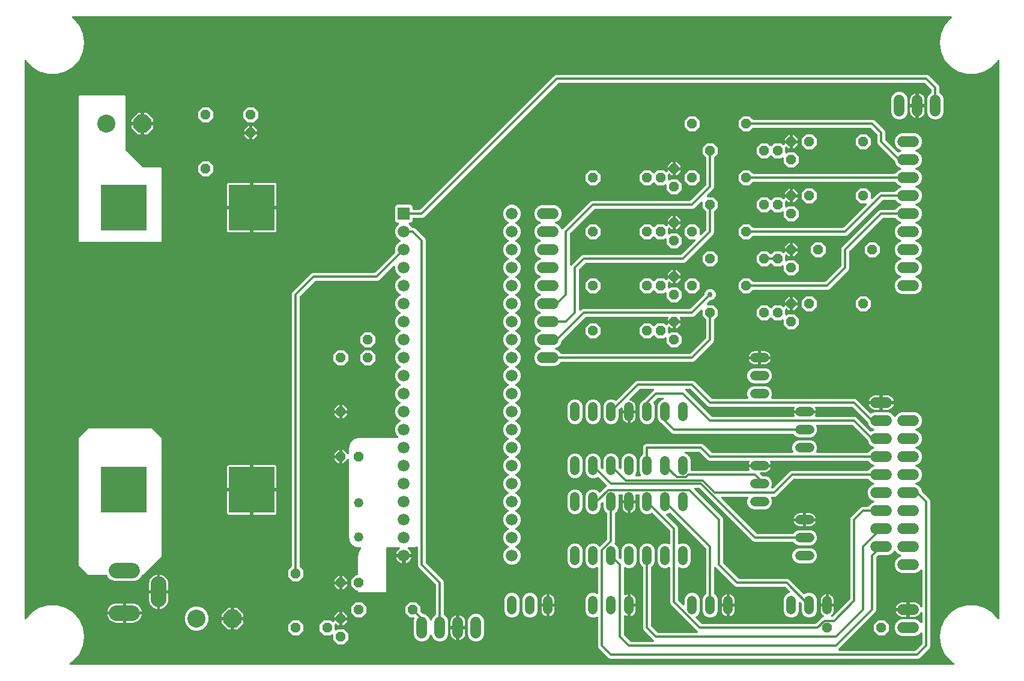
<source format=gbr>
G04 EAGLE Gerber RS-274X export*
G75*
%MOMM*%
%FSLAX34Y34*%
%LPD*%
%INBottom Copper*%
%IPPOS*%
%AMOC8*
5,1,8,0,0,1.08239X$1,22.5*%
G01*
%ADD10P,1.429621X8X202.500000*%
%ADD11P,1.429621X8X22.500000*%
%ADD12P,1.429621X8X292.500000*%
%ADD13C,2.184400*%
%ADD14C,1.524000*%
%ADD15C,1.320800*%
%ADD16P,1.429621X8X112.500000*%
%ADD17R,6.451600X6.451600*%
%ADD18R,1.676400X1.676400*%
%ADD19C,1.676400*%
%ADD20C,1.320800*%
%ADD21C,2.540000*%
%ADD22P,2.749271X8X22.500000*%
%ADD23C,0.304800*%
%ADD24C,0.756400*%

G36*
X1295449Y-26923D02*
X1295449Y-26923D01*
X1295538Y-26913D01*
X1295627Y-26913D01*
X1295710Y-26893D01*
X1295795Y-26883D01*
X1295879Y-26853D01*
X1295966Y-26833D01*
X1296043Y-26795D01*
X1296124Y-26766D01*
X1296198Y-26718D01*
X1296278Y-26678D01*
X1296344Y-26623D01*
X1296416Y-26577D01*
X1296478Y-26513D01*
X1296547Y-26456D01*
X1296599Y-26388D01*
X1296659Y-26326D01*
X1296704Y-26250D01*
X1296758Y-26179D01*
X1296793Y-26101D01*
X1296837Y-26027D01*
X1296864Y-25942D01*
X1296901Y-25861D01*
X1296917Y-25777D01*
X1296944Y-25695D01*
X1296951Y-25607D01*
X1296968Y-25519D01*
X1296965Y-25433D01*
X1296972Y-25348D01*
X1296958Y-25260D01*
X1296955Y-25171D01*
X1296933Y-25088D01*
X1296920Y-25003D01*
X1296887Y-24920D01*
X1296864Y-24835D01*
X1296823Y-24759D01*
X1296791Y-24679D01*
X1296740Y-24606D01*
X1296698Y-24528D01*
X1296641Y-24463D01*
X1296592Y-24393D01*
X1296526Y-24334D01*
X1296467Y-24267D01*
X1296371Y-24193D01*
X1296333Y-24160D01*
X1296309Y-24146D01*
X1296273Y-24119D01*
X1291535Y-21074D01*
X1283205Y-11461D01*
X1277921Y110D01*
X1276111Y12700D01*
X1277921Y25290D01*
X1283205Y36861D01*
X1291535Y46474D01*
X1302235Y53351D01*
X1314440Y56934D01*
X1327160Y56934D01*
X1339365Y53351D01*
X1350065Y46474D01*
X1357749Y37606D01*
X1357862Y37502D01*
X1357974Y37394D01*
X1357991Y37384D01*
X1358006Y37371D01*
X1358140Y37295D01*
X1358273Y37216D01*
X1358292Y37210D01*
X1358309Y37200D01*
X1358457Y37157D01*
X1358605Y37109D01*
X1358625Y37108D01*
X1358644Y37102D01*
X1358798Y37094D01*
X1358952Y37081D01*
X1358972Y37084D01*
X1358992Y37083D01*
X1359144Y37110D01*
X1359297Y37133D01*
X1359315Y37141D01*
X1359335Y37144D01*
X1359477Y37205D01*
X1359621Y37262D01*
X1359637Y37273D01*
X1359656Y37281D01*
X1359781Y37373D01*
X1359907Y37461D01*
X1359920Y37476D01*
X1359936Y37487D01*
X1360037Y37605D01*
X1360140Y37720D01*
X1360150Y37737D01*
X1360163Y37752D01*
X1360234Y37890D01*
X1360309Y38025D01*
X1360314Y38044D01*
X1360324Y38062D01*
X1360362Y38211D01*
X1360404Y38360D01*
X1360406Y38384D01*
X1360409Y38399D01*
X1360410Y38444D01*
X1360423Y38604D01*
X1360423Y824996D01*
X1360406Y825150D01*
X1360392Y825304D01*
X1360386Y825323D01*
X1360383Y825342D01*
X1360331Y825488D01*
X1360283Y825635D01*
X1360273Y825652D01*
X1360266Y825671D01*
X1360182Y825801D01*
X1360102Y825932D01*
X1360088Y825946D01*
X1360077Y825963D01*
X1359966Y826071D01*
X1359857Y826181D01*
X1359841Y826192D01*
X1359826Y826206D01*
X1359693Y826285D01*
X1359563Y826368D01*
X1359544Y826374D01*
X1359527Y826384D01*
X1359380Y826432D01*
X1359234Y826482D01*
X1359214Y826484D01*
X1359195Y826491D01*
X1359041Y826503D01*
X1358888Y826519D01*
X1358868Y826517D01*
X1358848Y826519D01*
X1358695Y826496D01*
X1358542Y826477D01*
X1358523Y826470D01*
X1358503Y826467D01*
X1358360Y826410D01*
X1358215Y826357D01*
X1358198Y826346D01*
X1358179Y826338D01*
X1358053Y826250D01*
X1357923Y826165D01*
X1357906Y826148D01*
X1357893Y826139D01*
X1357864Y826106D01*
X1357749Y825994D01*
X1350065Y817126D01*
X1339365Y810249D01*
X1327160Y806666D01*
X1314440Y806666D01*
X1302235Y810249D01*
X1291535Y817126D01*
X1283205Y826739D01*
X1277921Y838310D01*
X1276111Y850900D01*
X1277921Y863490D01*
X1283205Y875061D01*
X1291535Y884674D01*
X1292719Y885435D01*
X1292788Y885491D01*
X1292862Y885539D01*
X1292922Y885601D01*
X1292988Y885655D01*
X1293043Y885726D01*
X1293105Y885790D01*
X1293149Y885863D01*
X1293201Y885932D01*
X1293238Y886013D01*
X1293283Y886089D01*
X1293310Y886171D01*
X1293345Y886249D01*
X1293363Y886336D01*
X1293390Y886421D01*
X1293397Y886506D01*
X1293413Y886591D01*
X1293410Y886680D01*
X1293418Y886768D01*
X1293405Y886853D01*
X1293402Y886939D01*
X1293379Y887025D01*
X1293366Y887113D01*
X1293334Y887193D01*
X1293312Y887276D01*
X1293270Y887354D01*
X1293237Y887437D01*
X1293188Y887507D01*
X1293148Y887583D01*
X1293089Y887650D01*
X1293038Y887723D01*
X1292975Y887780D01*
X1292918Y887845D01*
X1292846Y887897D01*
X1292779Y887956D01*
X1292704Y887998D01*
X1292635Y888048D01*
X1292552Y888082D01*
X1292474Y888125D01*
X1292392Y888148D01*
X1292312Y888181D01*
X1292225Y888195D01*
X1292139Y888220D01*
X1292018Y888229D01*
X1291969Y888238D01*
X1291940Y888236D01*
X1291895Y888239D01*
X54305Y888239D01*
X54216Y888229D01*
X54127Y888229D01*
X54044Y888209D01*
X53959Y888199D01*
X53875Y888169D01*
X53788Y888149D01*
X53711Y888111D01*
X53630Y888082D01*
X53556Y888034D01*
X53476Y887994D01*
X53410Y887939D01*
X53338Y887893D01*
X53276Y887829D01*
X53207Y887772D01*
X53155Y887704D01*
X53095Y887642D01*
X53050Y887566D01*
X52996Y887495D01*
X52961Y887417D01*
X52917Y887343D01*
X52889Y887258D01*
X52853Y887177D01*
X52837Y887093D01*
X52810Y887011D01*
X52803Y886923D01*
X52786Y886835D01*
X52789Y886749D01*
X52782Y886664D01*
X52796Y886576D01*
X52799Y886487D01*
X52821Y886404D01*
X52834Y886319D01*
X52867Y886236D01*
X52890Y886151D01*
X52931Y886075D01*
X52963Y885995D01*
X53014Y885922D01*
X53056Y885844D01*
X53113Y885780D01*
X53162Y885709D01*
X53228Y885650D01*
X53287Y885583D01*
X53383Y885509D01*
X53421Y885476D01*
X53445Y885462D01*
X53481Y885435D01*
X54665Y884674D01*
X62995Y875061D01*
X68279Y863490D01*
X70089Y850900D01*
X68279Y838310D01*
X62995Y826739D01*
X54665Y817126D01*
X43965Y810249D01*
X31760Y806666D01*
X19040Y806666D01*
X6835Y810249D01*
X-3865Y817126D01*
X-11549Y825994D01*
X-11662Y826098D01*
X-11774Y826206D01*
X-11791Y826216D01*
X-11806Y826229D01*
X-11940Y826305D01*
X-12073Y826384D01*
X-12092Y826390D01*
X-12109Y826400D01*
X-12257Y826443D01*
X-12405Y826491D01*
X-12425Y826492D01*
X-12444Y826498D01*
X-12598Y826506D01*
X-12752Y826519D01*
X-12772Y826516D01*
X-12792Y826517D01*
X-12944Y826490D01*
X-13097Y826467D01*
X-13115Y826459D01*
X-13135Y826456D01*
X-13277Y826395D01*
X-13421Y826338D01*
X-13437Y826327D01*
X-13456Y826319D01*
X-13581Y826227D01*
X-13707Y826139D01*
X-13720Y826124D01*
X-13736Y826113D01*
X-13837Y825995D01*
X-13940Y825880D01*
X-13950Y825863D01*
X-13963Y825848D01*
X-14034Y825710D01*
X-14109Y825575D01*
X-14114Y825556D01*
X-14123Y825538D01*
X-14162Y825389D01*
X-14204Y825240D01*
X-14206Y825216D01*
X-14209Y825201D01*
X-14210Y825156D01*
X-14223Y824996D01*
X-14223Y38604D01*
X-14206Y38450D01*
X-14192Y38296D01*
X-14186Y38277D01*
X-14183Y38258D01*
X-14131Y38112D01*
X-14083Y37965D01*
X-14073Y37948D01*
X-14066Y37929D01*
X-13982Y37799D01*
X-13902Y37668D01*
X-13888Y37654D01*
X-13877Y37637D01*
X-13766Y37529D01*
X-13657Y37419D01*
X-13641Y37408D01*
X-13626Y37394D01*
X-13494Y37315D01*
X-13363Y37232D01*
X-13344Y37226D01*
X-13327Y37216D01*
X-13180Y37169D01*
X-13034Y37118D01*
X-13014Y37116D01*
X-12995Y37109D01*
X-12841Y37097D01*
X-12688Y37081D01*
X-12668Y37083D01*
X-12648Y37081D01*
X-12495Y37104D01*
X-12342Y37123D01*
X-12323Y37130D01*
X-12303Y37133D01*
X-12160Y37190D01*
X-12015Y37243D01*
X-11998Y37254D01*
X-11979Y37262D01*
X-11853Y37350D01*
X-11723Y37435D01*
X-11706Y37452D01*
X-11693Y37461D01*
X-11664Y37493D01*
X-11549Y37606D01*
X-3865Y46474D01*
X6835Y53351D01*
X19040Y56934D01*
X31760Y56934D01*
X43965Y53351D01*
X54665Y46474D01*
X62995Y36861D01*
X68279Y25290D01*
X70089Y12700D01*
X68279Y110D01*
X62995Y-11461D01*
X54665Y-21074D01*
X49927Y-24119D01*
X49858Y-24175D01*
X49784Y-24223D01*
X49724Y-24285D01*
X49658Y-24339D01*
X49603Y-24410D01*
X49541Y-24474D01*
X49497Y-24548D01*
X49445Y-24616D01*
X49408Y-24697D01*
X49363Y-24773D01*
X49336Y-24855D01*
X49301Y-24933D01*
X49284Y-25020D01*
X49256Y-25105D01*
X49250Y-25190D01*
X49233Y-25275D01*
X49236Y-25364D01*
X49228Y-25452D01*
X49241Y-25537D01*
X49244Y-25623D01*
X49267Y-25709D01*
X49280Y-25797D01*
X49312Y-25877D01*
X49334Y-25960D01*
X49376Y-26038D01*
X49409Y-26121D01*
X49458Y-26191D01*
X49498Y-26267D01*
X49557Y-26334D01*
X49608Y-26407D01*
X49672Y-26464D01*
X49728Y-26529D01*
X49800Y-26581D01*
X49867Y-26640D01*
X49942Y-26682D01*
X50012Y-26732D01*
X50094Y-26766D01*
X50172Y-26809D01*
X50254Y-26832D01*
X50334Y-26865D01*
X50421Y-26879D01*
X50507Y-26904D01*
X50628Y-26913D01*
X50678Y-26922D01*
X50706Y-26920D01*
X50751Y-26923D01*
X1295449Y-26923D01*
G37*
%LPC*%
G36*
X811688Y-18289D02*
X811688Y-18289D01*
X809634Y-17438D01*
X795362Y-3166D01*
X794511Y-1112D01*
X794511Y39664D01*
X794494Y39813D01*
X794482Y39963D01*
X794474Y39986D01*
X794471Y40010D01*
X794421Y40152D01*
X794375Y40295D01*
X794362Y40316D01*
X794354Y40338D01*
X794272Y40465D01*
X794195Y40594D01*
X794178Y40611D01*
X794165Y40631D01*
X794056Y40736D01*
X793952Y40844D01*
X793932Y40857D01*
X793914Y40873D01*
X793785Y40951D01*
X793659Y41032D01*
X793636Y41040D01*
X793615Y41052D01*
X793472Y41098D01*
X793330Y41148D01*
X793306Y41151D01*
X793283Y41159D01*
X793134Y41171D01*
X792984Y41187D01*
X792960Y41185D01*
X792936Y41186D01*
X792787Y41164D01*
X792638Y41147D01*
X792610Y41138D01*
X792591Y41135D01*
X792547Y41117D01*
X792405Y41071D01*
X789522Y39877D01*
X785278Y39877D01*
X781357Y41502D01*
X778356Y44503D01*
X776731Y48424D01*
X776731Y65876D01*
X778356Y69797D01*
X781357Y72798D01*
X785278Y74423D01*
X789522Y74423D01*
X791205Y73726D01*
X792405Y73229D01*
X792550Y73187D01*
X792693Y73141D01*
X792717Y73140D01*
X792740Y73133D01*
X792891Y73126D01*
X793040Y73114D01*
X793064Y73117D01*
X793088Y73116D01*
X793236Y73143D01*
X793385Y73165D01*
X793407Y73174D01*
X793431Y73178D01*
X793569Y73238D01*
X793709Y73294D01*
X793729Y73308D01*
X793751Y73317D01*
X793872Y73407D01*
X793995Y73493D01*
X794011Y73511D01*
X794031Y73525D01*
X794128Y73640D01*
X794228Y73752D01*
X794240Y73773D01*
X794256Y73791D01*
X794324Y73925D01*
X794397Y74057D01*
X794403Y74080D01*
X794414Y74102D01*
X794451Y74247D01*
X794492Y74392D01*
X794494Y74421D01*
X794499Y74440D01*
X794499Y74487D01*
X794511Y74636D01*
X794511Y109514D01*
X794494Y109663D01*
X794482Y109813D01*
X794474Y109836D01*
X794471Y109860D01*
X794421Y110002D01*
X794375Y110145D01*
X794362Y110166D01*
X794354Y110188D01*
X794272Y110315D01*
X794195Y110444D01*
X794178Y110461D01*
X794165Y110481D01*
X794056Y110586D01*
X793952Y110694D01*
X793932Y110707D01*
X793914Y110723D01*
X793785Y110801D01*
X793659Y110882D01*
X793636Y110890D01*
X793615Y110902D01*
X793472Y110948D01*
X793330Y110998D01*
X793306Y111001D01*
X793283Y111009D01*
X793134Y111021D01*
X792984Y111037D01*
X792960Y111035D01*
X792936Y111036D01*
X792787Y111014D01*
X792638Y110997D01*
X792610Y110988D01*
X792591Y110985D01*
X792547Y110967D01*
X792405Y110921D01*
X789522Y109727D01*
X785278Y109727D01*
X781357Y111352D01*
X778356Y114353D01*
X776731Y118274D01*
X776731Y135726D01*
X778356Y139647D01*
X781357Y142648D01*
X785278Y144273D01*
X789522Y144273D01*
X793443Y142648D01*
X795790Y140302D01*
X795810Y140286D01*
X795828Y140266D01*
X795947Y140177D01*
X796063Y140085D01*
X796087Y140074D01*
X796108Y140058D01*
X796244Y140000D01*
X796378Y139936D01*
X796404Y139931D01*
X796428Y139920D01*
X796574Y139894D01*
X796719Y139863D01*
X796745Y139863D01*
X796771Y139859D01*
X796919Y139866D01*
X797067Y139869D01*
X797093Y139875D01*
X797119Y139877D01*
X797261Y139918D01*
X797405Y139954D01*
X797429Y139966D01*
X797454Y139973D01*
X797583Y140046D01*
X797715Y140114D01*
X797735Y140131D01*
X797758Y140143D01*
X797944Y140302D01*
X806765Y149123D01*
X806844Y149222D01*
X806928Y149316D01*
X806952Y149358D01*
X806982Y149396D01*
X807036Y149510D01*
X807097Y149621D01*
X807110Y149667D01*
X807131Y149711D01*
X807157Y149834D01*
X807192Y149956D01*
X807197Y150017D01*
X807204Y150052D01*
X807203Y150100D01*
X807211Y150200D01*
X807211Y186466D01*
X807197Y186592D01*
X807190Y186718D01*
X807177Y186764D01*
X807171Y186812D01*
X807129Y186931D01*
X807094Y187053D01*
X807070Y187095D01*
X807054Y187140D01*
X806985Y187246D01*
X806924Y187357D01*
X806884Y187403D01*
X806865Y187433D01*
X806830Y187467D01*
X806765Y187543D01*
X803756Y190553D01*
X802131Y194474D01*
X802131Y201204D01*
X802120Y201304D01*
X802118Y201404D01*
X802100Y201476D01*
X802091Y201550D01*
X802057Y201645D01*
X802033Y201742D01*
X801999Y201808D01*
X801974Y201878D01*
X801919Y201963D01*
X801873Y202052D01*
X801825Y202109D01*
X801785Y202171D01*
X801713Y202241D01*
X801648Y202318D01*
X801588Y202362D01*
X801534Y202413D01*
X801448Y202465D01*
X801367Y202525D01*
X801299Y202554D01*
X801235Y202592D01*
X801139Y202623D01*
X801047Y202663D01*
X800974Y202676D01*
X800903Y202699D01*
X800803Y202707D01*
X800704Y202724D01*
X800630Y202721D01*
X800556Y202727D01*
X800456Y202712D01*
X800356Y202706D01*
X800285Y202686D01*
X800211Y202675D01*
X800118Y202638D01*
X800021Y202610D01*
X799956Y202574D01*
X799887Y202546D01*
X799805Y202489D01*
X799717Y202440D01*
X799641Y202375D01*
X799601Y202347D01*
X799577Y202321D01*
X799531Y202281D01*
X798515Y201265D01*
X798436Y201166D01*
X798352Y201072D01*
X798328Y201030D01*
X798298Y200992D01*
X798244Y200878D01*
X798183Y200767D01*
X798170Y200721D01*
X798149Y200677D01*
X798123Y200554D01*
X798088Y200432D01*
X798083Y200371D01*
X798076Y200336D01*
X798077Y200288D01*
X798069Y200188D01*
X798069Y194474D01*
X796444Y190553D01*
X793443Y187552D01*
X789522Y185927D01*
X785278Y185927D01*
X781357Y187552D01*
X778356Y190553D01*
X776731Y194474D01*
X776731Y211926D01*
X778356Y215847D01*
X781357Y218848D01*
X785278Y220473D01*
X789522Y220473D01*
X793443Y218848D01*
X795790Y216502D01*
X795811Y216486D01*
X795828Y216466D01*
X795947Y216377D01*
X796063Y216285D01*
X796087Y216274D01*
X796108Y216258D01*
X796244Y216200D01*
X796378Y216136D01*
X796404Y216131D01*
X796428Y216120D01*
X796574Y216094D01*
X796719Y216063D01*
X796745Y216063D01*
X796771Y216059D01*
X796919Y216066D01*
X797067Y216069D01*
X797093Y216075D01*
X797119Y216077D01*
X797261Y216118D01*
X797405Y216154D01*
X797429Y216166D01*
X797454Y216173D01*
X797583Y216246D01*
X797715Y216314D01*
X797735Y216331D01*
X797758Y216343D01*
X797944Y216502D01*
X803850Y222408D01*
X805636Y224194D01*
X806122Y224395D01*
X806254Y224468D01*
X806388Y224537D01*
X806406Y224553D01*
X806427Y224565D01*
X806538Y224666D01*
X806653Y224763D01*
X806667Y224783D01*
X806685Y224799D01*
X806771Y224922D01*
X806860Y225043D01*
X806870Y225066D01*
X806883Y225085D01*
X806939Y225225D01*
X806998Y225363D01*
X807002Y225387D01*
X807011Y225410D01*
X807033Y225558D01*
X807060Y225706D01*
X807059Y225731D01*
X807062Y225754D01*
X807050Y225905D01*
X807042Y226054D01*
X807035Y226078D01*
X807033Y226102D01*
X806987Y226245D01*
X806945Y226389D01*
X806933Y226410D01*
X806926Y226433D01*
X806848Y226562D01*
X806775Y226693D01*
X806756Y226716D01*
X806746Y226732D01*
X806713Y226766D01*
X806617Y226880D01*
X795366Y238130D01*
X795306Y238178D01*
X795253Y238233D01*
X795170Y238286D01*
X795093Y238347D01*
X795024Y238379D01*
X794960Y238421D01*
X794867Y238454D01*
X794778Y238496D01*
X794703Y238512D01*
X794631Y238537D01*
X794533Y238548D01*
X794437Y238569D01*
X794361Y238568D01*
X794285Y238576D01*
X794187Y238565D01*
X794089Y238563D01*
X794015Y238544D01*
X793939Y238536D01*
X793797Y238490D01*
X793751Y238478D01*
X793734Y238469D01*
X793706Y238460D01*
X789522Y236727D01*
X785278Y236727D01*
X781357Y238352D01*
X778356Y241353D01*
X776731Y245274D01*
X776731Y262726D01*
X778356Y266647D01*
X781357Y269648D01*
X785278Y271273D01*
X789522Y271273D01*
X793443Y269648D01*
X796444Y266647D01*
X798069Y262726D01*
X798069Y251866D01*
X798083Y251741D01*
X798090Y251614D01*
X798103Y251568D01*
X798109Y251520D01*
X798151Y251401D01*
X798186Y251279D01*
X798210Y251237D01*
X798226Y251192D01*
X798295Y251085D01*
X798356Y250975D01*
X798396Y250929D01*
X798415Y250899D01*
X798450Y250865D01*
X798479Y250831D01*
X798483Y250825D01*
X798488Y250821D01*
X798515Y250789D01*
X799531Y249773D01*
X799610Y249710D01*
X799682Y249641D01*
X799746Y249602D01*
X799804Y249556D01*
X799895Y249513D01*
X799981Y249462D01*
X800052Y249439D01*
X800119Y249407D01*
X800217Y249386D01*
X800313Y249355D01*
X800387Y249349D01*
X800460Y249334D01*
X800560Y249336D01*
X800660Y249327D01*
X800734Y249339D01*
X800808Y249340D01*
X800905Y249364D01*
X801005Y249379D01*
X801074Y249407D01*
X801146Y249425D01*
X801235Y249471D01*
X801329Y249508D01*
X801390Y249550D01*
X801456Y249584D01*
X801532Y249650D01*
X801615Y249707D01*
X801665Y249762D01*
X801721Y249810D01*
X801781Y249891D01*
X801848Y249966D01*
X801884Y250031D01*
X801929Y250091D01*
X801968Y250183D01*
X802017Y250271D01*
X802037Y250342D01*
X802067Y250411D01*
X802084Y250509D01*
X802112Y250606D01*
X802120Y250706D01*
X802128Y250754D01*
X802126Y250789D01*
X802131Y250850D01*
X802131Y262726D01*
X803756Y266647D01*
X806757Y269648D01*
X810678Y271273D01*
X814922Y271273D01*
X818843Y269648D01*
X821844Y266647D01*
X823469Y262726D01*
X823469Y251866D01*
X823483Y251741D01*
X823490Y251614D01*
X823503Y251568D01*
X823509Y251520D01*
X823551Y251401D01*
X823586Y251279D01*
X823610Y251237D01*
X823626Y251192D01*
X823695Y251085D01*
X823756Y250975D01*
X823796Y250929D01*
X823815Y250899D01*
X823850Y250865D01*
X823879Y250831D01*
X823883Y250825D01*
X823888Y250821D01*
X823915Y250789D01*
X824931Y249773D01*
X825010Y249710D01*
X825082Y249641D01*
X825146Y249602D01*
X825204Y249556D01*
X825295Y249513D01*
X825381Y249462D01*
X825452Y249439D01*
X825519Y249407D01*
X825617Y249386D01*
X825713Y249355D01*
X825787Y249349D01*
X825860Y249334D01*
X825960Y249336D01*
X826060Y249327D01*
X826134Y249339D01*
X826208Y249340D01*
X826305Y249364D01*
X826405Y249379D01*
X826474Y249407D01*
X826546Y249425D01*
X826635Y249471D01*
X826729Y249508D01*
X826790Y249550D01*
X826856Y249584D01*
X826932Y249650D01*
X827015Y249707D01*
X827065Y249762D01*
X827121Y249810D01*
X827181Y249891D01*
X827248Y249966D01*
X827284Y250031D01*
X827329Y250091D01*
X827368Y250183D01*
X827417Y250271D01*
X827437Y250342D01*
X827467Y250411D01*
X827484Y250509D01*
X827512Y250606D01*
X827520Y250706D01*
X827528Y250754D01*
X827526Y250789D01*
X827531Y250850D01*
X827531Y262726D01*
X829156Y266647D01*
X832157Y269648D01*
X836078Y271273D01*
X840322Y271273D01*
X844243Y269648D01*
X847244Y266647D01*
X848869Y262726D01*
X848869Y245274D01*
X847243Y241348D01*
X847191Y241282D01*
X847121Y241210D01*
X847083Y241146D01*
X847036Y241088D01*
X846993Y240997D01*
X846942Y240911D01*
X846919Y240840D01*
X846887Y240773D01*
X846866Y240675D01*
X846836Y240579D01*
X846830Y240505D01*
X846814Y240432D01*
X846816Y240332D01*
X846808Y240232D01*
X846819Y240158D01*
X846820Y240084D01*
X846844Y239986D01*
X846859Y239887D01*
X846887Y239818D01*
X846905Y239746D01*
X846951Y239657D01*
X846988Y239563D01*
X847030Y239502D01*
X847065Y239436D01*
X847130Y239359D01*
X847187Y239277D01*
X847242Y239227D01*
X847290Y239171D01*
X847371Y239111D01*
X847446Y239044D01*
X847511Y239008D01*
X847571Y238964D01*
X847663Y238924D01*
X847751Y238875D01*
X847822Y238855D01*
X847891Y238825D01*
X847989Y238808D01*
X848086Y238780D01*
X848186Y238772D01*
X848234Y238764D01*
X848269Y238766D01*
X848330Y238761D01*
X853470Y238761D01*
X853570Y238772D01*
X853670Y238774D01*
X853742Y238792D01*
X853816Y238801D01*
X853911Y238835D01*
X854008Y238859D01*
X854074Y238893D01*
X854144Y238918D01*
X854229Y238973D01*
X854318Y239019D01*
X854375Y239067D01*
X854437Y239107D01*
X854507Y239179D01*
X854583Y239245D01*
X854628Y239304D01*
X854679Y239358D01*
X854731Y239444D01*
X854791Y239525D01*
X854820Y239593D01*
X854858Y239657D01*
X854889Y239753D01*
X854929Y239845D01*
X854942Y239918D01*
X854964Y239989D01*
X854972Y240089D01*
X854990Y240188D01*
X854986Y240262D01*
X854992Y240336D01*
X854977Y240435D01*
X854972Y240536D01*
X854952Y240607D01*
X854941Y240681D01*
X854904Y240774D01*
X854876Y240871D01*
X854839Y240936D01*
X854812Y241005D01*
X854755Y241087D01*
X854706Y241175D01*
X854640Y241251D01*
X854613Y241291D01*
X854587Y241315D01*
X854557Y241350D01*
X852931Y245274D01*
X852931Y262726D01*
X854556Y266647D01*
X857565Y269657D01*
X857644Y269756D01*
X857728Y269850D01*
X857752Y269892D01*
X857782Y269930D01*
X857836Y270044D01*
X857897Y270155D01*
X857910Y270201D01*
X857931Y270245D01*
X857957Y270368D01*
X857992Y270490D01*
X857997Y270551D01*
X858004Y270586D01*
X858003Y270634D01*
X858011Y270734D01*
X858011Y280512D01*
X858862Y282566D01*
X860434Y284138D01*
X862488Y284989D01*
X940912Y284989D01*
X942966Y284138D01*
X944752Y282352D01*
X944752Y282351D01*
X954369Y272735D01*
X954468Y272656D01*
X954562Y272572D01*
X954604Y272548D01*
X954642Y272518D01*
X954756Y272464D01*
X954867Y272403D01*
X954913Y272390D01*
X954957Y272369D01*
X955080Y272343D01*
X955202Y272308D01*
X955263Y272303D01*
X955298Y272296D01*
X955346Y272297D01*
X955446Y272289D01*
X1068364Y272289D01*
X1068513Y272306D01*
X1068663Y272318D01*
X1068686Y272326D01*
X1068710Y272329D01*
X1068852Y272379D01*
X1068995Y272425D01*
X1069016Y272438D01*
X1069038Y272446D01*
X1069165Y272528D01*
X1069294Y272605D01*
X1069311Y272622D01*
X1069331Y272635D01*
X1069436Y272744D01*
X1069544Y272848D01*
X1069557Y272868D01*
X1069573Y272886D01*
X1069651Y273015D01*
X1069732Y273141D01*
X1069740Y273164D01*
X1069752Y273185D01*
X1069798Y273328D01*
X1069848Y273470D01*
X1069851Y273494D01*
X1069859Y273517D01*
X1069871Y273666D01*
X1069887Y273816D01*
X1069885Y273840D01*
X1069886Y273864D01*
X1069864Y274013D01*
X1069847Y274162D01*
X1069838Y274190D01*
X1069835Y274209D01*
X1069817Y274253D01*
X1069771Y274395D01*
X1068577Y277278D01*
X1068577Y281522D01*
X1070202Y285443D01*
X1073203Y288444D01*
X1077124Y290069D01*
X1094576Y290069D01*
X1098497Y288444D01*
X1101498Y285443D01*
X1103123Y281522D01*
X1103123Y277278D01*
X1101929Y274395D01*
X1101887Y274250D01*
X1101841Y274107D01*
X1101840Y274083D01*
X1101833Y274060D01*
X1101826Y273909D01*
X1101814Y273760D01*
X1101817Y273736D01*
X1101816Y273712D01*
X1101843Y273564D01*
X1101865Y273415D01*
X1101874Y273393D01*
X1101878Y273369D01*
X1101938Y273231D01*
X1101994Y273091D01*
X1102008Y273071D01*
X1102017Y273049D01*
X1102107Y272928D01*
X1102193Y272805D01*
X1102211Y272789D01*
X1102225Y272769D01*
X1102340Y272672D01*
X1102452Y272572D01*
X1102473Y272560D01*
X1102491Y272544D01*
X1102625Y272476D01*
X1102757Y272403D01*
X1102780Y272397D01*
X1102802Y272386D01*
X1102947Y272349D01*
X1103092Y272308D01*
X1103121Y272306D01*
X1103140Y272301D01*
X1103187Y272301D01*
X1103336Y272289D01*
X1174830Y272289D01*
X1174905Y272297D01*
X1174982Y272296D01*
X1175078Y272317D01*
X1175176Y272329D01*
X1175248Y272354D01*
X1175322Y272371D01*
X1175411Y272413D01*
X1175504Y272446D01*
X1175568Y272488D01*
X1175637Y272520D01*
X1175714Y272582D01*
X1175797Y272635D01*
X1175850Y272690D01*
X1175910Y272738D01*
X1175971Y272815D01*
X1176039Y272886D01*
X1176078Y272951D01*
X1176126Y273011D01*
X1176194Y273145D01*
X1176218Y273185D01*
X1176224Y273203D01*
X1176237Y273229D01*
X1176274Y273319D01*
X1179561Y276606D01*
X1182909Y277993D01*
X1182997Y278041D01*
X1183089Y278081D01*
X1183149Y278126D01*
X1183214Y278162D01*
X1183288Y278229D01*
X1183369Y278289D01*
X1183417Y278346D01*
X1183472Y278396D01*
X1183529Y278479D01*
X1183594Y278555D01*
X1183628Y278622D01*
X1183670Y278683D01*
X1183707Y278776D01*
X1183753Y278866D01*
X1183771Y278938D01*
X1183798Y279007D01*
X1183813Y279107D01*
X1183837Y279204D01*
X1183838Y279278D01*
X1183849Y279352D01*
X1183841Y279452D01*
X1183842Y279552D01*
X1183826Y279625D01*
X1183820Y279699D01*
X1183789Y279795D01*
X1183768Y279893D01*
X1183736Y279960D01*
X1183713Y280031D01*
X1183661Y280117D01*
X1183618Y280208D01*
X1183572Y280266D01*
X1183533Y280329D01*
X1183463Y280402D01*
X1183401Y280480D01*
X1183342Y280526D01*
X1183290Y280579D01*
X1183206Y280634D01*
X1183127Y280696D01*
X1183038Y280742D01*
X1182997Y280768D01*
X1182963Y280780D01*
X1182909Y280807D01*
X1179561Y282194D01*
X1176274Y285481D01*
X1174495Y289776D01*
X1174495Y290170D01*
X1174481Y290296D01*
X1174474Y290422D01*
X1174461Y290468D01*
X1174455Y290516D01*
X1174413Y290635D01*
X1174378Y290757D01*
X1174354Y290799D01*
X1174338Y290844D01*
X1174269Y290951D01*
X1174208Y291061D01*
X1174168Y291107D01*
X1174149Y291137D01*
X1174114Y291171D01*
X1174049Y291247D01*
X1153831Y311465D01*
X1153732Y311544D01*
X1153638Y311628D01*
X1153596Y311652D01*
X1153558Y311682D01*
X1153444Y311736D01*
X1153333Y311797D01*
X1153287Y311810D01*
X1153243Y311831D01*
X1153120Y311857D01*
X1152998Y311892D01*
X1152937Y311897D01*
X1152902Y311904D01*
X1152854Y311903D01*
X1152754Y311911D01*
X1103336Y311911D01*
X1103187Y311894D01*
X1103037Y311882D01*
X1103014Y311874D01*
X1102990Y311871D01*
X1102848Y311821D01*
X1102705Y311775D01*
X1102684Y311762D01*
X1102662Y311754D01*
X1102535Y311672D01*
X1102406Y311595D01*
X1102389Y311578D01*
X1102369Y311565D01*
X1102264Y311456D01*
X1102156Y311352D01*
X1102143Y311332D01*
X1102127Y311314D01*
X1102049Y311185D01*
X1101968Y311059D01*
X1101960Y311036D01*
X1101948Y311015D01*
X1101902Y310872D01*
X1101852Y310730D01*
X1101849Y310706D01*
X1101841Y310683D01*
X1101829Y310534D01*
X1101813Y310384D01*
X1101815Y310360D01*
X1101814Y310336D01*
X1101836Y310187D01*
X1101853Y310038D01*
X1101862Y310010D01*
X1101865Y309991D01*
X1101883Y309947D01*
X1101929Y309805D01*
X1103123Y306922D01*
X1103123Y302678D01*
X1101498Y298757D01*
X1098497Y295756D01*
X1094576Y294131D01*
X1077124Y294131D01*
X1073203Y295756D01*
X1070193Y298765D01*
X1070094Y298844D01*
X1070000Y298928D01*
X1069958Y298952D01*
X1069920Y298982D01*
X1069806Y299036D01*
X1069695Y299097D01*
X1069649Y299110D01*
X1069605Y299131D01*
X1069482Y299157D01*
X1069360Y299192D01*
X1069299Y299197D01*
X1069264Y299204D01*
X1069216Y299203D01*
X1069116Y299211D01*
X900588Y299211D01*
X898534Y300062D01*
X885029Y313568D01*
X885027Y313569D01*
X885026Y313571D01*
X884890Y313677D01*
X884756Y313784D01*
X884754Y313785D01*
X884752Y313787D01*
X884534Y313898D01*
X882957Y314552D01*
X879956Y317553D01*
X878331Y321474D01*
X878331Y338926D01*
X879956Y342847D01*
X882957Y345848D01*
X885931Y347081D01*
X885975Y347105D01*
X886023Y347122D01*
X886127Y347190D01*
X886236Y347250D01*
X886273Y347284D01*
X886316Y347311D01*
X886402Y347401D01*
X886494Y347484D01*
X886523Y347526D01*
X886558Y347562D01*
X886622Y347669D01*
X886692Y347771D01*
X886711Y347818D01*
X886737Y347861D01*
X886775Y347979D01*
X886820Y348095D01*
X886828Y348145D01*
X886843Y348193D01*
X886853Y348317D01*
X886871Y348440D01*
X886867Y348490D01*
X886871Y348540D01*
X886853Y348663D01*
X886842Y348787D01*
X886827Y348835D01*
X886819Y348885D01*
X886773Y349000D01*
X886735Y349119D01*
X886709Y349162D01*
X886691Y349209D01*
X886620Y349311D01*
X886555Y349417D01*
X886520Y349454D01*
X886492Y349495D01*
X886399Y349578D01*
X886313Y349667D01*
X886270Y349695D01*
X886233Y349728D01*
X886124Y349788D01*
X886019Y349856D01*
X885972Y349873D01*
X885928Y349897D01*
X885808Y349931D01*
X885691Y349972D01*
X885641Y349978D01*
X885592Y349992D01*
X885349Y350011D01*
X879246Y350011D01*
X879120Y349997D01*
X878994Y349990D01*
X878948Y349977D01*
X878900Y349971D01*
X878781Y349929D01*
X878659Y349894D01*
X878617Y349870D01*
X878572Y349854D01*
X878465Y349785D01*
X878355Y349724D01*
X878309Y349684D01*
X878279Y349665D01*
X878245Y349630D01*
X878169Y349565D01*
X873015Y344411D01*
X872967Y344351D01*
X872912Y344298D01*
X872859Y344215D01*
X872798Y344138D01*
X872765Y344069D01*
X872724Y344005D01*
X872691Y343912D01*
X872649Y343823D01*
X872633Y343748D01*
X872607Y343676D01*
X872596Y343578D01*
X872576Y343482D01*
X872577Y343406D01*
X872568Y343330D01*
X872580Y343232D01*
X872582Y343134D01*
X872600Y343060D01*
X872609Y342984D01*
X872655Y342841D01*
X872667Y342796D01*
X872675Y342779D01*
X872684Y342751D01*
X874269Y338926D01*
X874269Y321474D01*
X872644Y317553D01*
X869643Y314552D01*
X865722Y312927D01*
X861478Y312927D01*
X857557Y314552D01*
X854556Y317553D01*
X852931Y321474D01*
X852931Y338926D01*
X854556Y342847D01*
X857557Y345848D01*
X859134Y346502D01*
X859136Y346503D01*
X859138Y346504D01*
X859287Y346587D01*
X859439Y346671D01*
X859441Y346673D01*
X859442Y346674D01*
X859629Y346832D01*
X860649Y347852D01*
X872907Y360111D01*
X872970Y360189D01*
X873039Y360262D01*
X873078Y360326D01*
X873124Y360384D01*
X873167Y360475D01*
X873218Y360561D01*
X873241Y360632D01*
X873273Y360699D01*
X873294Y360797D01*
X873325Y360893D01*
X873331Y360967D01*
X873346Y361040D01*
X873344Y361140D01*
X873353Y361240D01*
X873341Y361314D01*
X873340Y361388D01*
X873316Y361485D01*
X873301Y361585D01*
X873273Y361654D01*
X873255Y361726D01*
X873209Y361816D01*
X873172Y361909D01*
X873130Y361970D01*
X873096Y362036D01*
X873030Y362113D01*
X872973Y362195D01*
X872918Y362245D01*
X872870Y362301D01*
X872789Y362361D01*
X872714Y362428D01*
X872649Y362464D01*
X872589Y362509D01*
X872497Y362548D01*
X872409Y362597D01*
X872338Y362617D01*
X872269Y362647D01*
X872171Y362664D01*
X872074Y362692D01*
X871974Y362700D01*
X871926Y362708D01*
X871891Y362706D01*
X871830Y362711D01*
X853846Y362711D01*
X853720Y362697D01*
X853594Y362690D01*
X853548Y362677D01*
X853500Y362671D01*
X853381Y362629D01*
X853259Y362594D01*
X853217Y362570D01*
X853172Y362554D01*
X853065Y362485D01*
X852955Y362424D01*
X852909Y362384D01*
X852879Y362365D01*
X852845Y362330D01*
X852769Y362265D01*
X838904Y348400D01*
X838807Y348279D01*
X838708Y348159D01*
X838699Y348142D01*
X838687Y348127D01*
X838621Y347987D01*
X838551Y347848D01*
X838546Y347829D01*
X838538Y347812D01*
X838505Y347660D01*
X838469Y347510D01*
X838469Y347490D01*
X838465Y347471D01*
X838467Y347317D01*
X838466Y347161D01*
X838470Y347142D01*
X838471Y347123D01*
X838509Y346973D01*
X838543Y346821D01*
X838551Y346804D01*
X838556Y346785D01*
X838627Y346647D01*
X838694Y346507D01*
X838706Y346492D01*
X838715Y346475D01*
X838816Y346357D01*
X838913Y346236D01*
X838929Y346224D01*
X838941Y346210D01*
X839066Y346117D01*
X839188Y346022D01*
X839206Y346014D01*
X839221Y346002D01*
X839364Y345941D01*
X839505Y345876D01*
X839527Y345870D01*
X839542Y345864D01*
X839584Y345857D01*
X839742Y345818D01*
X840342Y345724D01*
X841710Y345279D01*
X842993Y344625D01*
X844157Y343779D01*
X845175Y342761D01*
X846021Y341597D01*
X846675Y340314D01*
X847120Y338946D01*
X847345Y337524D01*
X847345Y332231D01*
X838708Y332231D01*
X838682Y332228D01*
X838656Y332230D01*
X838509Y332208D01*
X838362Y332191D01*
X838337Y332183D01*
X838311Y332179D01*
X838204Y332136D01*
X838128Y332157D01*
X837987Y332202D01*
X837961Y332204D01*
X837936Y332212D01*
X837692Y332231D01*
X829055Y332231D01*
X829055Y334874D01*
X829044Y334974D01*
X829042Y335074D01*
X829024Y335146D01*
X829015Y335220D01*
X828982Y335315D01*
X828957Y335412D01*
X828923Y335478D01*
X828898Y335548D01*
X828843Y335633D01*
X828797Y335722D01*
X828749Y335779D01*
X828709Y335841D01*
X828637Y335911D01*
X828572Y335988D01*
X828512Y336032D01*
X828458Y336083D01*
X828372Y336135D01*
X828291Y336195D01*
X828223Y336224D01*
X828159Y336262D01*
X828063Y336293D01*
X827971Y336333D01*
X827898Y336346D01*
X827827Y336369D01*
X827727Y336377D01*
X827628Y336394D01*
X827554Y336391D01*
X827480Y336397D01*
X827380Y336382D01*
X827280Y336376D01*
X827209Y336356D01*
X827135Y336345D01*
X827042Y336308D01*
X826945Y336280D01*
X826880Y336244D01*
X826811Y336216D01*
X826729Y336159D01*
X826641Y336110D01*
X826565Y336045D01*
X826525Y336017D01*
X826501Y335991D01*
X826455Y335951D01*
X823915Y333411D01*
X823836Y333312D01*
X823752Y333218D01*
X823728Y333176D01*
X823698Y333138D01*
X823644Y333024D01*
X823583Y332913D01*
X823570Y332867D01*
X823549Y332823D01*
X823523Y332700D01*
X823488Y332578D01*
X823483Y332517D01*
X823476Y332482D01*
X823477Y332434D01*
X823469Y332334D01*
X823469Y321474D01*
X821844Y317553D01*
X818843Y314552D01*
X814922Y312927D01*
X810678Y312927D01*
X806757Y314552D01*
X803756Y317553D01*
X802131Y321474D01*
X802131Y338926D01*
X803756Y342847D01*
X806757Y345848D01*
X810678Y347473D01*
X814922Y347473D01*
X819106Y345740D01*
X819180Y345719D01*
X819250Y345688D01*
X819346Y345671D01*
X819441Y345644D01*
X819518Y345640D01*
X819593Y345627D01*
X819691Y345632D01*
X819789Y345627D01*
X819865Y345641D01*
X819941Y345645D01*
X820035Y345672D01*
X820132Y345690D01*
X820202Y345720D01*
X820276Y345741D01*
X820362Y345789D01*
X820452Y345828D01*
X820513Y345874D01*
X820580Y345911D01*
X820694Y346008D01*
X820732Y346036D01*
X820744Y346051D01*
X820766Y346070D01*
X847734Y373038D01*
X849788Y373889D01*
X928212Y373889D01*
X930266Y373038D01*
X954369Y348935D01*
X954468Y348856D01*
X954562Y348772D01*
X954604Y348748D01*
X954642Y348718D01*
X954756Y348664D01*
X954867Y348603D01*
X954913Y348590D01*
X954957Y348569D01*
X955080Y348543D01*
X955202Y348508D01*
X955263Y348503D01*
X955298Y348496D01*
X955346Y348497D01*
X955446Y348489D01*
X1004864Y348489D01*
X1005013Y348506D01*
X1005163Y348518D01*
X1005186Y348526D01*
X1005210Y348529D01*
X1005352Y348579D01*
X1005495Y348625D01*
X1005516Y348638D01*
X1005538Y348646D01*
X1005665Y348728D01*
X1005794Y348805D01*
X1005811Y348822D01*
X1005831Y348835D01*
X1005936Y348944D01*
X1006044Y349048D01*
X1006057Y349068D01*
X1006073Y349086D01*
X1006151Y349215D01*
X1006232Y349341D01*
X1006240Y349364D01*
X1006252Y349385D01*
X1006298Y349528D01*
X1006348Y349670D01*
X1006351Y349694D01*
X1006359Y349717D01*
X1006371Y349866D01*
X1006387Y350016D01*
X1006385Y350040D01*
X1006386Y350064D01*
X1006364Y350213D01*
X1006347Y350362D01*
X1006338Y350390D01*
X1006335Y350409D01*
X1006317Y350453D01*
X1006271Y350595D01*
X1005077Y353478D01*
X1005077Y357722D01*
X1006702Y361643D01*
X1009703Y364644D01*
X1013624Y366269D01*
X1031076Y366269D01*
X1034997Y364644D01*
X1037998Y361643D01*
X1039623Y357722D01*
X1039623Y353478D01*
X1038429Y350595D01*
X1038387Y350450D01*
X1038341Y350307D01*
X1038340Y350283D01*
X1038333Y350260D01*
X1038326Y350109D01*
X1038314Y349960D01*
X1038317Y349936D01*
X1038316Y349912D01*
X1038343Y349764D01*
X1038365Y349615D01*
X1038374Y349593D01*
X1038378Y349569D01*
X1038438Y349431D01*
X1038494Y349291D01*
X1038508Y349271D01*
X1038517Y349249D01*
X1038607Y349128D01*
X1038693Y349005D01*
X1038711Y348989D01*
X1038725Y348969D01*
X1038840Y348872D01*
X1038952Y348772D01*
X1038973Y348760D01*
X1038991Y348744D01*
X1039125Y348676D01*
X1039257Y348603D01*
X1039280Y348597D01*
X1039302Y348586D01*
X1039447Y348549D01*
X1039592Y348508D01*
X1039621Y348506D01*
X1039640Y348501D01*
X1039687Y348501D01*
X1039836Y348489D01*
X1156812Y348489D01*
X1158866Y347638D01*
X1160652Y345852D01*
X1178514Y327990D01*
X1178574Y327942D01*
X1178627Y327888D01*
X1178710Y327834D01*
X1178787Y327773D01*
X1178856Y327741D01*
X1178920Y327699D01*
X1179013Y327666D01*
X1179102Y327624D01*
X1179176Y327608D01*
X1179249Y327583D01*
X1179347Y327572D01*
X1179443Y327551D01*
X1179519Y327552D01*
X1179595Y327544D01*
X1179693Y327555D01*
X1179791Y327557D01*
X1179865Y327576D01*
X1179941Y327584D01*
X1180083Y327630D01*
X1180129Y327642D01*
X1180146Y327651D01*
X1180174Y327660D01*
X1183856Y329185D01*
X1203744Y329185D01*
X1208039Y327406D01*
X1211326Y324119D01*
X1211443Y323837D01*
X1211491Y323749D01*
X1211532Y323657D01*
X1211576Y323597D01*
X1211612Y323532D01*
X1211679Y323458D01*
X1211739Y323377D01*
X1211796Y323329D01*
X1211846Y323274D01*
X1211929Y323217D01*
X1212005Y323152D01*
X1212072Y323118D01*
X1212133Y323076D01*
X1212226Y323039D01*
X1212316Y322993D01*
X1212388Y322975D01*
X1212457Y322948D01*
X1212556Y322933D01*
X1212654Y322909D01*
X1212728Y322908D01*
X1212802Y322897D01*
X1212902Y322906D01*
X1213002Y322904D01*
X1213075Y322920D01*
X1213149Y322926D01*
X1213245Y322957D01*
X1213343Y322978D01*
X1213410Y323010D01*
X1213481Y323033D01*
X1213567Y323085D01*
X1213658Y323128D01*
X1213716Y323174D01*
X1213779Y323213D01*
X1213852Y323283D01*
X1213930Y323345D01*
X1213976Y323404D01*
X1214029Y323456D01*
X1214084Y323540D01*
X1214146Y323619D01*
X1214192Y323708D01*
X1214218Y323749D01*
X1214230Y323783D01*
X1214257Y323837D01*
X1214374Y324119D01*
X1217661Y327406D01*
X1221956Y329185D01*
X1241844Y329185D01*
X1246139Y327406D01*
X1249426Y324119D01*
X1251205Y319824D01*
X1251205Y315176D01*
X1249426Y310881D01*
X1246139Y307594D01*
X1242791Y306207D01*
X1242703Y306159D01*
X1242611Y306118D01*
X1242551Y306074D01*
X1242486Y306038D01*
X1242412Y305971D01*
X1242331Y305911D01*
X1242283Y305854D01*
X1242228Y305804D01*
X1242171Y305721D01*
X1242106Y305645D01*
X1242072Y305578D01*
X1242030Y305517D01*
X1241993Y305424D01*
X1241947Y305334D01*
X1241929Y305262D01*
X1241902Y305193D01*
X1241887Y305094D01*
X1241863Y304996D01*
X1241862Y304922D01*
X1241851Y304848D01*
X1241859Y304748D01*
X1241858Y304648D01*
X1241874Y304575D01*
X1241880Y304501D01*
X1241911Y304405D01*
X1241932Y304307D01*
X1241964Y304240D01*
X1241987Y304169D01*
X1242039Y304083D01*
X1242082Y303992D01*
X1242128Y303934D01*
X1242167Y303871D01*
X1242237Y303798D01*
X1242299Y303720D01*
X1242358Y303674D01*
X1242410Y303621D01*
X1242494Y303566D01*
X1242573Y303504D01*
X1242662Y303458D01*
X1242703Y303432D01*
X1242737Y303420D01*
X1242791Y303393D01*
X1246139Y302006D01*
X1249426Y298719D01*
X1251205Y294424D01*
X1251205Y289776D01*
X1249426Y285481D01*
X1246139Y282194D01*
X1242791Y280807D01*
X1242703Y280759D01*
X1242611Y280719D01*
X1242551Y280674D01*
X1242486Y280638D01*
X1242412Y280571D01*
X1242331Y280511D01*
X1242283Y280454D01*
X1242228Y280404D01*
X1242171Y280321D01*
X1242106Y280245D01*
X1242072Y280178D01*
X1242030Y280117D01*
X1241993Y280024D01*
X1241947Y279934D01*
X1241929Y279862D01*
X1241902Y279793D01*
X1241887Y279693D01*
X1241863Y279596D01*
X1241862Y279522D01*
X1241851Y279448D01*
X1241859Y279348D01*
X1241858Y279248D01*
X1241874Y279175D01*
X1241880Y279101D01*
X1241911Y279005D01*
X1241932Y278907D01*
X1241964Y278840D01*
X1241987Y278769D01*
X1242039Y278683D01*
X1242082Y278592D01*
X1242128Y278534D01*
X1242167Y278471D01*
X1242237Y278398D01*
X1242299Y278320D01*
X1242358Y278274D01*
X1242410Y278221D01*
X1242494Y278166D01*
X1242573Y278104D01*
X1242662Y278058D01*
X1242703Y278032D01*
X1242737Y278020D01*
X1242791Y277993D01*
X1246139Y276606D01*
X1249426Y273319D01*
X1251205Y269024D01*
X1251205Y264376D01*
X1249426Y260081D01*
X1246139Y256794D01*
X1242791Y255407D01*
X1242703Y255359D01*
X1242611Y255318D01*
X1242551Y255274D01*
X1242486Y255238D01*
X1242412Y255171D01*
X1242331Y255111D01*
X1242283Y255054D01*
X1242228Y255004D01*
X1242171Y254921D01*
X1242106Y254845D01*
X1242072Y254778D01*
X1242030Y254717D01*
X1241993Y254624D01*
X1241947Y254534D01*
X1241929Y254462D01*
X1241902Y254393D01*
X1241887Y254294D01*
X1241863Y254196D01*
X1241862Y254122D01*
X1241851Y254048D01*
X1241859Y253948D01*
X1241858Y253848D01*
X1241874Y253775D01*
X1241880Y253701D01*
X1241911Y253605D01*
X1241932Y253507D01*
X1241964Y253440D01*
X1241987Y253369D01*
X1242039Y253283D01*
X1242082Y253192D01*
X1242128Y253134D01*
X1242167Y253071D01*
X1242237Y252998D01*
X1242299Y252920D01*
X1242358Y252874D01*
X1242410Y252821D01*
X1242494Y252766D01*
X1242573Y252704D01*
X1242662Y252658D01*
X1242703Y252632D01*
X1242737Y252620D01*
X1242791Y252593D01*
X1246139Y251206D01*
X1249426Y247919D01*
X1251205Y243624D01*
X1251205Y238976D01*
X1249426Y234681D01*
X1246139Y231394D01*
X1242791Y230007D01*
X1242703Y229959D01*
X1242611Y229918D01*
X1242551Y229874D01*
X1242486Y229838D01*
X1242412Y229771D01*
X1242331Y229711D01*
X1242283Y229654D01*
X1242228Y229604D01*
X1242171Y229521D01*
X1242106Y229445D01*
X1242072Y229378D01*
X1242030Y229317D01*
X1241993Y229224D01*
X1241947Y229134D01*
X1241929Y229062D01*
X1241902Y228993D01*
X1241887Y228894D01*
X1241863Y228796D01*
X1241862Y228722D01*
X1241851Y228648D01*
X1241859Y228548D01*
X1241858Y228448D01*
X1241874Y228375D01*
X1241880Y228301D01*
X1241911Y228205D01*
X1241932Y228107D01*
X1241964Y228040D01*
X1241987Y227969D01*
X1242039Y227883D01*
X1242082Y227792D01*
X1242128Y227734D01*
X1242167Y227671D01*
X1242237Y227598D01*
X1242299Y227520D01*
X1242358Y227474D01*
X1242410Y227421D01*
X1242494Y227366D01*
X1242573Y227304D01*
X1242662Y227258D01*
X1242703Y227232D01*
X1242737Y227220D01*
X1242791Y227193D01*
X1246139Y225806D01*
X1249426Y222519D01*
X1251205Y218224D01*
X1251205Y217830D01*
X1251219Y217704D01*
X1251226Y217578D01*
X1251239Y217532D01*
X1251245Y217484D01*
X1251287Y217365D01*
X1251322Y217243D01*
X1251346Y217201D01*
X1251362Y217156D01*
X1251431Y217049D01*
X1251492Y216939D01*
X1251532Y216893D01*
X1251551Y216863D01*
X1251586Y216829D01*
X1251651Y216753D01*
X1260252Y208152D01*
X1262038Y206366D01*
X1262889Y204312D01*
X1262889Y-1112D01*
X1262038Y-3166D01*
X1247766Y-17438D01*
X1245712Y-18289D01*
X811688Y-18289D01*
G37*
%LPD*%
%LPC*%
G36*
X543776Y6095D02*
X543776Y6095D01*
X539481Y7874D01*
X536194Y11161D01*
X534415Y15456D01*
X534415Y35344D01*
X535526Y38025D01*
X535567Y38170D01*
X535613Y38313D01*
X535615Y38337D01*
X535621Y38360D01*
X535629Y38511D01*
X535641Y38660D01*
X535637Y38684D01*
X535638Y38708D01*
X535611Y38856D01*
X535589Y39005D01*
X535580Y39027D01*
X535576Y39051D01*
X535516Y39189D01*
X535460Y39329D01*
X535447Y39349D01*
X535437Y39371D01*
X535347Y39492D01*
X535261Y39615D01*
X535244Y39631D01*
X535229Y39651D01*
X535114Y39748D01*
X535003Y39848D01*
X534981Y39860D01*
X534963Y39876D01*
X534829Y39944D01*
X534698Y40017D01*
X534674Y40023D01*
X534653Y40034D01*
X534507Y40071D01*
X534362Y40112D01*
X534333Y40114D01*
X534315Y40119D01*
X534268Y40119D01*
X534118Y40131D01*
X528981Y40131D01*
X522731Y46381D01*
X522731Y55219D01*
X528981Y61469D01*
X537819Y61469D01*
X544069Y55219D01*
X544069Y48666D01*
X544083Y48540D01*
X544090Y48414D01*
X544103Y48368D01*
X544109Y48320D01*
X544151Y48201D01*
X544186Y48079D01*
X544210Y48037D01*
X544226Y47992D01*
X544295Y47885D01*
X544356Y47775D01*
X544396Y47729D01*
X544415Y47699D01*
X544450Y47665D01*
X544515Y47589D01*
X546953Y45151D01*
X547052Y45072D01*
X547146Y44988D01*
X547188Y44964D01*
X547226Y44934D01*
X547340Y44880D01*
X547451Y44819D01*
X547497Y44806D01*
X547541Y44785D01*
X547664Y44759D01*
X547786Y44724D01*
X547847Y44719D01*
X547882Y44712D01*
X547930Y44713D01*
X548030Y44705D01*
X548424Y44705D01*
X552719Y42926D01*
X556006Y39639D01*
X557393Y36291D01*
X557441Y36203D01*
X557481Y36111D01*
X557526Y36051D01*
X557562Y35986D01*
X557629Y35912D01*
X557689Y35831D01*
X557746Y35783D01*
X557796Y35728D01*
X557879Y35671D01*
X557955Y35606D01*
X558022Y35572D01*
X558083Y35530D01*
X558176Y35493D01*
X558266Y35447D01*
X558338Y35429D01*
X558407Y35402D01*
X558507Y35387D01*
X558604Y35363D01*
X558678Y35362D01*
X558752Y35351D01*
X558852Y35359D01*
X558952Y35358D01*
X559025Y35374D01*
X559099Y35380D01*
X559195Y35411D01*
X559293Y35432D01*
X559360Y35464D01*
X559431Y35487D01*
X559517Y35539D01*
X559608Y35582D01*
X559666Y35628D01*
X559729Y35667D01*
X559802Y35737D01*
X559880Y35799D01*
X559926Y35858D01*
X559979Y35910D01*
X560034Y35994D01*
X560096Y36073D01*
X560142Y36162D01*
X560168Y36203D01*
X560180Y36237D01*
X560207Y36291D01*
X561594Y39639D01*
X564881Y42926D01*
X564971Y42963D01*
X565038Y43000D01*
X565109Y43028D01*
X565189Y43085D01*
X565276Y43132D01*
X565332Y43184D01*
X565395Y43227D01*
X565461Y43300D01*
X565534Y43367D01*
X565577Y43429D01*
X565628Y43486D01*
X565676Y43572D01*
X565732Y43653D01*
X565760Y43724D01*
X565797Y43791D01*
X565824Y43886D01*
X565860Y43977D01*
X565871Y44053D01*
X565892Y44127D01*
X565904Y44275D01*
X565911Y44322D01*
X565909Y44341D01*
X565911Y44370D01*
X565911Y85954D01*
X565897Y86080D01*
X565890Y86206D01*
X565877Y86252D01*
X565871Y86300D01*
X565829Y86419D01*
X565794Y86541D01*
X565770Y86583D01*
X565754Y86628D01*
X565685Y86735D01*
X565624Y86845D01*
X565584Y86891D01*
X565565Y86921D01*
X565530Y86955D01*
X565465Y87031D01*
X541362Y111134D01*
X540511Y113188D01*
X540511Y138433D01*
X540505Y138483D01*
X540508Y138534D01*
X540486Y138656D01*
X540471Y138779D01*
X540454Y138827D01*
X540445Y138877D01*
X540396Y138990D01*
X540354Y139107D01*
X540326Y139150D01*
X540306Y139197D01*
X540232Y139296D01*
X540165Y139400D01*
X540128Y139435D01*
X540098Y139476D01*
X540003Y139556D01*
X539914Y139642D01*
X539870Y139668D01*
X539831Y139701D01*
X539721Y139757D01*
X539615Y139821D01*
X539567Y139836D01*
X539521Y139860D01*
X539401Y139889D01*
X539283Y139927D01*
X539232Y139931D01*
X539183Y139943D01*
X539059Y139945D01*
X538936Y139955D01*
X538885Y139947D01*
X538834Y139948D01*
X538594Y139904D01*
X538591Y139903D01*
X538134Y139781D01*
X538124Y139777D01*
X538114Y139775D01*
X537885Y139690D01*
X537658Y139584D01*
X537653Y139584D01*
X537485Y139587D01*
X537478Y139585D01*
X537473Y139585D01*
X537450Y139580D01*
X537245Y139543D01*
X536499Y139343D01*
X536342Y139281D01*
X536186Y139221D01*
X536181Y139217D01*
X536175Y139215D01*
X536113Y139172D01*
X535871Y139151D01*
X535861Y139148D01*
X535850Y139149D01*
X535610Y139104D01*
X535368Y139040D01*
X535363Y139041D01*
X535198Y139072D01*
X535191Y139072D01*
X535186Y139073D01*
X535163Y139072D01*
X534954Y139070D01*
X534295Y139013D01*
X534236Y139001D01*
X534176Y138998D01*
X534066Y138966D01*
X533954Y138943D01*
X533942Y138937D01*
X533500Y138937D01*
X533455Y138932D01*
X533367Y138931D01*
X532931Y138893D01*
X532929Y138894D01*
X532870Y138901D01*
X532812Y138918D01*
X532609Y138934D01*
X532584Y138937D01*
X532577Y138937D01*
X532568Y138937D01*
X527541Y138937D01*
X527496Y138932D01*
X527450Y138935D01*
X527323Y138912D01*
X527194Y138897D01*
X527152Y138882D01*
X527107Y138874D01*
X526988Y138824D01*
X526866Y138780D01*
X526828Y138755D01*
X526786Y138737D01*
X526682Y138661D01*
X526574Y138591D01*
X526542Y138558D01*
X526505Y138531D01*
X526421Y138433D01*
X526331Y138340D01*
X526308Y138301D01*
X526278Y138267D01*
X526219Y138152D01*
X526153Y138041D01*
X526139Y137998D01*
X526118Y137957D01*
X526086Y137832D01*
X526046Y137709D01*
X526043Y137664D01*
X526031Y137620D01*
X526029Y137490D01*
X526018Y137362D01*
X526025Y137317D01*
X526024Y137271D01*
X526051Y137145D01*
X526070Y137017D01*
X526087Y136975D01*
X526096Y136930D01*
X526151Y136813D01*
X526199Y136693D01*
X526225Y136656D01*
X526244Y136615D01*
X526324Y136513D01*
X526398Y136407D01*
X526431Y136377D01*
X526460Y136341D01*
X526645Y136182D01*
X527816Y135331D01*
X529031Y134116D01*
X530042Y132725D01*
X530822Y131193D01*
X531277Y129793D01*
X521970Y129793D01*
X521944Y129790D01*
X521918Y129792D01*
X521771Y129770D01*
X521624Y129753D01*
X521599Y129745D01*
X521573Y129741D01*
X521436Y129686D01*
X521296Y129636D01*
X521274Y129622D01*
X521249Y129612D01*
X521128Y129527D01*
X521003Y129447D01*
X520985Y129428D01*
X520963Y129413D01*
X520864Y129303D01*
X520761Y129196D01*
X520747Y129174D01*
X520730Y129154D01*
X520698Y129097D01*
X520687Y129112D01*
X520607Y129237D01*
X520588Y129255D01*
X520573Y129277D01*
X520463Y129376D01*
X520356Y129479D01*
X520333Y129493D01*
X520314Y129510D01*
X520184Y129582D01*
X520057Y129658D01*
X520032Y129666D01*
X520009Y129679D01*
X519866Y129719D01*
X519725Y129764D01*
X519699Y129766D01*
X519674Y129774D01*
X519430Y129793D01*
X510123Y129793D01*
X510578Y131193D01*
X511358Y132725D01*
X512369Y134116D01*
X513584Y135331D01*
X514755Y136182D01*
X514788Y136212D01*
X514826Y136237D01*
X514916Y136330D01*
X515011Y136417D01*
X515037Y136455D01*
X515069Y136488D01*
X515135Y136599D01*
X515208Y136705D01*
X515224Y136748D01*
X515247Y136787D01*
X515287Y136910D01*
X515333Y137030D01*
X515340Y137075D01*
X515354Y137119D01*
X515364Y137248D01*
X515382Y137375D01*
X515378Y137421D01*
X515382Y137466D01*
X515362Y137594D01*
X515351Y137723D01*
X515337Y137766D01*
X515330Y137811D01*
X515282Y137931D01*
X515242Y138054D01*
X515218Y138092D01*
X515201Y138135D01*
X515128Y138241D01*
X515060Y138351D01*
X515028Y138384D01*
X515002Y138421D01*
X514907Y138507D01*
X514816Y138600D01*
X514777Y138624D01*
X514744Y138654D01*
X514631Y138717D01*
X514521Y138786D01*
X514478Y138801D01*
X514438Y138823D01*
X514314Y138858D01*
X514192Y138900D01*
X514147Y138905D01*
X514103Y138918D01*
X513859Y138937D01*
X497586Y138937D01*
X497560Y138934D01*
X497534Y138936D01*
X497387Y138914D01*
X497240Y138897D01*
X497215Y138889D01*
X497189Y138885D01*
X497051Y138830D01*
X496912Y138780D01*
X496890Y138766D01*
X496865Y138756D01*
X496744Y138671D01*
X496619Y138591D01*
X496601Y138572D01*
X496579Y138557D01*
X496480Y138447D01*
X496377Y138340D01*
X496363Y138318D01*
X496346Y138298D01*
X496274Y138168D01*
X496198Y138041D01*
X496190Y138016D01*
X496177Y137993D01*
X496137Y137850D01*
X496092Y137709D01*
X496090Y137683D01*
X496082Y137658D01*
X496063Y137414D01*
X496063Y75884D01*
X495616Y75437D01*
X456884Y75437D01*
X456437Y75884D01*
X456437Y76708D01*
X456434Y76734D01*
X456436Y76760D01*
X456414Y76907D01*
X456397Y77054D01*
X456389Y77079D01*
X456385Y77105D01*
X456330Y77243D01*
X456280Y77382D01*
X456266Y77404D01*
X456256Y77429D01*
X456171Y77550D01*
X456091Y77675D01*
X456072Y77693D01*
X456057Y77715D01*
X455947Y77814D01*
X455840Y77917D01*
X455818Y77931D01*
X455798Y77948D01*
X455668Y78020D01*
X455541Y78096D01*
X455516Y78104D01*
X455493Y78117D01*
X455350Y78157D01*
X455209Y78202D01*
X455183Y78204D01*
X455158Y78212D01*
X454914Y78231D01*
X452781Y78231D01*
X446531Y84481D01*
X446531Y93319D01*
X452781Y99569D01*
X454914Y99569D01*
X454940Y99572D01*
X454966Y99570D01*
X455113Y99592D01*
X455260Y99609D01*
X455285Y99617D01*
X455311Y99621D01*
X455449Y99676D01*
X455588Y99726D01*
X455610Y99740D01*
X455635Y99750D01*
X455756Y99835D01*
X455881Y99915D01*
X455899Y99934D01*
X455921Y99949D01*
X456020Y100059D01*
X456123Y100166D01*
X456137Y100188D01*
X456154Y100208D01*
X456226Y100338D01*
X456302Y100465D01*
X456310Y100490D01*
X456323Y100513D01*
X456363Y100656D01*
X456408Y100797D01*
X456410Y100823D01*
X456418Y100848D01*
X456437Y101092D01*
X456437Y126168D01*
X456430Y126228D01*
X456433Y126288D01*
X456410Y126400D01*
X456397Y126514D01*
X456393Y126527D01*
X456431Y126967D01*
X456430Y127012D01*
X456437Y127100D01*
X456437Y127538D01*
X456438Y127539D01*
X456451Y127598D01*
X456472Y127654D01*
X456506Y127854D01*
X456511Y127880D01*
X456511Y127886D01*
X456513Y127895D01*
X456570Y128554D01*
X456566Y128721D01*
X456563Y128890D01*
X456561Y128896D01*
X456561Y128902D01*
X456542Y128975D01*
X456604Y129210D01*
X456606Y129220D01*
X456610Y129230D01*
X456651Y129471D01*
X456672Y129720D01*
X456674Y129724D01*
X456761Y129869D01*
X456763Y129876D01*
X456766Y129880D01*
X456772Y129902D01*
X456843Y130099D01*
X457043Y130845D01*
X457067Y131011D01*
X457093Y131177D01*
X457093Y131183D01*
X457094Y131190D01*
X457088Y131265D01*
X457190Y131485D01*
X457193Y131495D01*
X457199Y131504D01*
X457281Y131734D01*
X457346Y131976D01*
X457348Y131979D01*
X457458Y132107D01*
X457462Y132113D01*
X457466Y132117D01*
X457476Y132137D01*
X457579Y132319D01*
X457906Y133019D01*
X457959Y133180D01*
X458013Y133337D01*
X458014Y133344D01*
X458016Y133350D01*
X458023Y133425D01*
X458162Y133624D01*
X458167Y133633D01*
X458174Y133641D01*
X458295Y133854D01*
X458400Y134080D01*
X458403Y134082D01*
X458534Y134189D01*
X458539Y134195D01*
X458543Y134199D01*
X458557Y134217D01*
X458690Y134378D01*
X459133Y135010D01*
X459212Y135157D01*
X459294Y135305D01*
X459296Y135311D01*
X459299Y135317D01*
X459319Y135390D01*
X459490Y135561D01*
X459497Y135570D01*
X459505Y135576D01*
X459661Y135765D01*
X459805Y135970D01*
X459809Y135972D01*
X459955Y136054D01*
X459961Y136059D01*
X459966Y136061D01*
X459983Y136077D01*
X460142Y136212D01*
X460266Y136337D01*
X460328Y136415D01*
X460398Y136488D01*
X460437Y136552D01*
X460483Y136610D01*
X460526Y136701D01*
X460577Y136787D01*
X460600Y136858D01*
X460632Y136925D01*
X460653Y137023D01*
X460683Y137119D01*
X460689Y137193D01*
X460705Y137266D01*
X460703Y137366D01*
X460711Y137466D01*
X460700Y137540D01*
X460699Y137614D01*
X460675Y137711D01*
X460660Y137811D01*
X460632Y137880D01*
X460614Y137952D01*
X460568Y138042D01*
X460531Y138135D01*
X460489Y138196D01*
X460454Y138262D01*
X460389Y138339D01*
X460332Y138421D01*
X460277Y138471D01*
X460229Y138527D01*
X460148Y138587D01*
X460073Y138654D01*
X460008Y138690D01*
X459948Y138735D01*
X459856Y138774D01*
X459768Y138823D01*
X459697Y138843D01*
X459628Y138873D01*
X459530Y138890D01*
X459433Y138918D01*
X459333Y138926D01*
X459285Y138934D01*
X459250Y138932D01*
X459189Y138937D01*
X458032Y138937D01*
X457972Y138930D01*
X457912Y138933D01*
X457800Y138910D01*
X457686Y138897D01*
X457673Y138893D01*
X457233Y138931D01*
X457188Y138930D01*
X457100Y138937D01*
X456662Y138937D01*
X456661Y138938D01*
X456602Y138951D01*
X456546Y138972D01*
X456346Y139006D01*
X456320Y139011D01*
X456314Y139011D01*
X456305Y139013D01*
X455646Y139070D01*
X455479Y139066D01*
X455310Y139063D01*
X455304Y139061D01*
X455298Y139061D01*
X455225Y139042D01*
X454990Y139104D01*
X454980Y139106D01*
X454970Y139110D01*
X454729Y139151D01*
X454480Y139172D01*
X454476Y139174D01*
X454331Y139261D01*
X454324Y139263D01*
X454320Y139266D01*
X454298Y139273D01*
X454101Y139343D01*
X453355Y139543D01*
X453189Y139567D01*
X453023Y139593D01*
X453017Y139593D01*
X453010Y139594D01*
X452935Y139588D01*
X452715Y139690D01*
X452705Y139693D01*
X452696Y139699D01*
X452466Y139781D01*
X452224Y139846D01*
X452221Y139848D01*
X452093Y139958D01*
X452087Y139962D01*
X452083Y139966D01*
X452063Y139976D01*
X451881Y140079D01*
X451181Y140406D01*
X451020Y140459D01*
X450863Y140513D01*
X450856Y140514D01*
X450850Y140516D01*
X450775Y140523D01*
X450576Y140662D01*
X450567Y140667D01*
X450559Y140674D01*
X450346Y140795D01*
X450120Y140900D01*
X450118Y140903D01*
X450011Y141034D01*
X450005Y141039D01*
X450001Y141043D01*
X449983Y141057D01*
X449822Y141190D01*
X449190Y141633D01*
X449043Y141712D01*
X448895Y141794D01*
X448889Y141796D01*
X448883Y141799D01*
X448810Y141819D01*
X448639Y141990D01*
X448630Y141997D01*
X448624Y142005D01*
X448435Y142161D01*
X448230Y142305D01*
X448228Y142309D01*
X448146Y142455D01*
X448141Y142461D01*
X448139Y142466D01*
X448123Y142483D01*
X447988Y142642D01*
X447442Y143188D01*
X447311Y143291D01*
X447179Y143397D01*
X447174Y143400D01*
X447169Y143404D01*
X447100Y143436D01*
X446961Y143635D01*
X446954Y143643D01*
X446949Y143652D01*
X446790Y143839D01*
X446614Y144015D01*
X446612Y144021D01*
X446557Y144179D01*
X446553Y144185D01*
X446551Y144190D01*
X446538Y144210D01*
X446433Y144390D01*
X445990Y145022D01*
X445878Y145148D01*
X445768Y145274D01*
X445763Y145278D01*
X445759Y145283D01*
X445697Y145326D01*
X445595Y145546D01*
X445589Y145555D01*
X445586Y145565D01*
X445462Y145776D01*
X445319Y145981D01*
X445318Y145985D01*
X445291Y146152D01*
X445288Y146159D01*
X445287Y146164D01*
X445278Y146185D01*
X445206Y146381D01*
X444879Y147081D01*
X444793Y147222D01*
X444705Y147368D01*
X444700Y147372D01*
X444697Y147378D01*
X444644Y147431D01*
X444581Y147666D01*
X444577Y147676D01*
X444575Y147686D01*
X444490Y147915D01*
X444384Y148142D01*
X444384Y148147D01*
X444387Y148315D01*
X444385Y148322D01*
X444385Y148327D01*
X444380Y148350D01*
X444343Y148555D01*
X444143Y149301D01*
X444082Y149456D01*
X444021Y149614D01*
X444017Y149619D01*
X444015Y149625D01*
X443972Y149687D01*
X443951Y149929D01*
X443948Y149939D01*
X443949Y149950D01*
X443904Y150190D01*
X443840Y150432D01*
X443841Y150437D01*
X443872Y150602D01*
X443872Y150609D01*
X443873Y150614D01*
X443872Y150637D01*
X443870Y150846D01*
X443813Y151505D01*
X443801Y151564D01*
X443798Y151624D01*
X443766Y151734D01*
X443743Y151846D01*
X443737Y151858D01*
X443737Y152300D01*
X443732Y152345D01*
X443731Y152433D01*
X443693Y152869D01*
X443694Y152871D01*
X443701Y152930D01*
X443718Y152988D01*
X443734Y153191D01*
X443737Y153216D01*
X443737Y153223D01*
X443737Y153232D01*
X443737Y262027D01*
X443726Y262127D01*
X443724Y262227D01*
X443706Y262300D01*
X443697Y262373D01*
X443664Y262468D01*
X443639Y262565D01*
X443605Y262632D01*
X443580Y262702D01*
X443525Y262786D01*
X443479Y262875D01*
X443431Y262932D01*
X443391Y262994D01*
X443319Y263064D01*
X443254Y263141D01*
X443194Y263185D01*
X443140Y263237D01*
X443054Y263288D01*
X442973Y263348D01*
X442905Y263377D01*
X442841Y263415D01*
X442745Y263446D01*
X442653Y263486D01*
X442580Y263499D01*
X442509Y263522D01*
X442409Y263530D01*
X442310Y263547D01*
X442236Y263544D01*
X442162Y263550D01*
X442062Y263535D01*
X441962Y263530D01*
X441891Y263509D01*
X441817Y263498D01*
X441724Y263461D01*
X441627Y263433D01*
X441562Y263397D01*
X441493Y263369D01*
X441411Y263312D01*
X441323Y263263D01*
X441247Y263198D01*
X441207Y263170D01*
X441183Y263144D01*
X441137Y263104D01*
X435588Y257555D01*
X433831Y257555D01*
X433831Y266192D01*
X433828Y266218D01*
X433830Y266244D01*
X433808Y266391D01*
X433791Y266538D01*
X433783Y266563D01*
X433779Y266589D01*
X433736Y266696D01*
X433757Y266772D01*
X433802Y266913D01*
X433804Y266939D01*
X433812Y266964D01*
X433831Y267208D01*
X433831Y275845D01*
X435588Y275845D01*
X441137Y270296D01*
X441215Y270233D01*
X441288Y270163D01*
X441352Y270125D01*
X441410Y270079D01*
X441501Y270036D01*
X441587Y269985D01*
X441658Y269962D01*
X441725Y269930D01*
X441823Y269909D01*
X441919Y269878D01*
X441993Y269872D01*
X442066Y269857D01*
X442166Y269858D01*
X442266Y269850D01*
X442340Y269861D01*
X442414Y269863D01*
X442511Y269887D01*
X442611Y269902D01*
X442680Y269930D01*
X442752Y269948D01*
X442842Y269994D01*
X442935Y270031D01*
X442996Y270073D01*
X443062Y270107D01*
X443139Y270173D01*
X443221Y270230D01*
X443271Y270285D01*
X443327Y270333D01*
X443387Y270414D01*
X443454Y270489D01*
X443490Y270554D01*
X443535Y270613D01*
X443574Y270706D01*
X443623Y270794D01*
X443643Y270865D01*
X443673Y270933D01*
X443690Y271032D01*
X443718Y271129D01*
X443726Y271229D01*
X443734Y271277D01*
X443732Y271312D01*
X443737Y271373D01*
X443737Y278568D01*
X443730Y278628D01*
X443733Y278688D01*
X443710Y278800D01*
X443697Y278914D01*
X443693Y278927D01*
X443731Y279367D01*
X443730Y279412D01*
X443737Y279500D01*
X443737Y279938D01*
X443738Y279939D01*
X443751Y279998D01*
X443772Y280054D01*
X443806Y280254D01*
X443811Y280280D01*
X443811Y280286D01*
X443813Y280295D01*
X443870Y280954D01*
X443866Y281121D01*
X443863Y281290D01*
X443861Y281296D01*
X443861Y281302D01*
X443842Y281375D01*
X443904Y281610D01*
X443906Y281620D01*
X443910Y281630D01*
X443951Y281871D01*
X443972Y282120D01*
X443975Y282125D01*
X444061Y282269D01*
X444063Y282276D01*
X444066Y282280D01*
X444072Y282302D01*
X444143Y282499D01*
X444343Y283245D01*
X444367Y283411D01*
X444393Y283577D01*
X444393Y283583D01*
X444394Y283590D01*
X444388Y283665D01*
X444490Y283885D01*
X444493Y283895D01*
X444499Y283904D01*
X444581Y284134D01*
X444646Y284376D01*
X444650Y284381D01*
X444758Y284507D01*
X444762Y284513D01*
X444766Y284517D01*
X444776Y284537D01*
X444879Y284719D01*
X445206Y285419D01*
X445258Y285577D01*
X445313Y285737D01*
X445314Y285744D01*
X445316Y285750D01*
X445323Y285825D01*
X445462Y286024D01*
X445467Y286033D01*
X445474Y286041D01*
X445595Y286254D01*
X445700Y286480D01*
X445703Y286482D01*
X445834Y286589D01*
X445839Y286595D01*
X445843Y286599D01*
X445857Y286617D01*
X445990Y286778D01*
X446433Y287410D01*
X446512Y287557D01*
X446594Y287705D01*
X446596Y287711D01*
X446599Y287717D01*
X446619Y287790D01*
X446790Y287961D01*
X446797Y287970D01*
X446805Y287976D01*
X446961Y288165D01*
X447105Y288370D01*
X447109Y288372D01*
X447255Y288454D01*
X447261Y288459D01*
X447266Y288461D01*
X447283Y288477D01*
X447442Y288612D01*
X447988Y289158D01*
X448091Y289289D01*
X448197Y289421D01*
X448200Y289426D01*
X448204Y289431D01*
X448236Y289500D01*
X448435Y289639D01*
X448443Y289646D01*
X448452Y289651D01*
X448639Y289810D01*
X448815Y289986D01*
X448821Y289988D01*
X448979Y290043D01*
X448985Y290047D01*
X448990Y290049D01*
X449010Y290062D01*
X449190Y290167D01*
X449822Y290610D01*
X449948Y290722D01*
X450074Y290832D01*
X450078Y290837D01*
X450083Y290841D01*
X450126Y290903D01*
X450346Y291005D01*
X450355Y291011D01*
X450365Y291014D01*
X450576Y291138D01*
X450781Y291281D01*
X450785Y291282D01*
X450952Y291309D01*
X450959Y291312D01*
X450964Y291313D01*
X450985Y291322D01*
X451181Y291394D01*
X451881Y291721D01*
X452022Y291807D01*
X452168Y291895D01*
X452172Y291900D01*
X452178Y291903D01*
X452231Y291956D01*
X452466Y292019D01*
X452476Y292023D01*
X452486Y292025D01*
X452715Y292110D01*
X452942Y292216D01*
X452947Y292216D01*
X453115Y292213D01*
X453122Y292215D01*
X453127Y292215D01*
X453150Y292220D01*
X453355Y292257D01*
X454101Y292457D01*
X454256Y292518D01*
X454414Y292579D01*
X454419Y292583D01*
X454425Y292585D01*
X454487Y292628D01*
X454729Y292649D01*
X454739Y292652D01*
X454750Y292651D01*
X454990Y292696D01*
X455232Y292760D01*
X455237Y292759D01*
X455402Y292728D01*
X455409Y292728D01*
X455414Y292727D01*
X455437Y292728D01*
X455646Y292730D01*
X456305Y292787D01*
X456364Y292799D01*
X456424Y292802D01*
X456534Y292834D01*
X456646Y292857D01*
X456658Y292863D01*
X457100Y292863D01*
X457145Y292868D01*
X457233Y292869D01*
X457669Y292907D01*
X457671Y292906D01*
X457730Y292899D01*
X457788Y292882D01*
X457991Y292866D01*
X458016Y292863D01*
X458023Y292863D01*
X458032Y292863D01*
X511358Y292863D01*
X511457Y292874D01*
X511558Y292876D01*
X511630Y292894D01*
X511704Y292903D01*
X511798Y292936D01*
X511896Y292961D01*
X511962Y292995D01*
X512032Y293020D01*
X512116Y293075D01*
X512205Y293121D01*
X512262Y293169D01*
X512325Y293209D01*
X512395Y293281D01*
X512471Y293346D01*
X512515Y293406D01*
X512567Y293460D01*
X512618Y293546D01*
X512678Y293627D01*
X512708Y293695D01*
X512746Y293759D01*
X512776Y293855D01*
X512816Y293947D01*
X512829Y294020D01*
X512852Y294091D01*
X512860Y294191D01*
X512878Y294290D01*
X512874Y294364D01*
X512880Y294438D01*
X512865Y294538D01*
X512860Y294638D01*
X512839Y294709D01*
X512828Y294783D01*
X512791Y294876D01*
X512763Y294973D01*
X512727Y295038D01*
X512699Y295107D01*
X512642Y295189D01*
X512593Y295277D01*
X512528Y295353D01*
X512501Y295393D01*
X512474Y295417D01*
X512435Y295463D01*
X510148Y297749D01*
X508253Y302324D01*
X508253Y307276D01*
X510148Y311851D01*
X513649Y315352D01*
X515438Y316093D01*
X515526Y316142D01*
X515618Y316182D01*
X515678Y316226D01*
X515743Y316262D01*
X515817Y316329D01*
X515898Y316389D01*
X515946Y316446D01*
X516001Y316496D01*
X516058Y316579D01*
X516123Y316655D01*
X516157Y316722D01*
X516199Y316783D01*
X516236Y316876D01*
X516282Y316966D01*
X516300Y317038D01*
X516327Y317107D01*
X516342Y317206D01*
X516366Y317304D01*
X516367Y317378D01*
X516378Y317452D01*
X516369Y317552D01*
X516371Y317652D01*
X516355Y317725D01*
X516349Y317799D01*
X516318Y317895D01*
X516297Y317993D01*
X516265Y318060D01*
X516242Y318131D01*
X516190Y318217D01*
X516147Y318308D01*
X516100Y318366D01*
X516062Y318429D01*
X515992Y318501D01*
X515929Y318580D01*
X515871Y318626D01*
X515819Y318679D01*
X515735Y318734D01*
X515656Y318796D01*
X515566Y318842D01*
X515526Y318868D01*
X515492Y318880D01*
X515438Y318907D01*
X513649Y319648D01*
X510148Y323149D01*
X508253Y327724D01*
X508253Y332676D01*
X510148Y337251D01*
X513649Y340752D01*
X515438Y341493D01*
X515526Y341542D01*
X515618Y341582D01*
X515678Y341626D01*
X515743Y341662D01*
X515817Y341729D01*
X515898Y341789D01*
X515946Y341846D01*
X516001Y341896D01*
X516058Y341979D01*
X516123Y342055D01*
X516157Y342122D01*
X516199Y342183D01*
X516236Y342276D01*
X516282Y342366D01*
X516300Y342438D01*
X516327Y342507D01*
X516342Y342606D01*
X516366Y342704D01*
X516367Y342778D01*
X516378Y342852D01*
X516369Y342952D01*
X516371Y343052D01*
X516355Y343125D01*
X516349Y343199D01*
X516318Y343295D01*
X516297Y343393D01*
X516265Y343460D01*
X516242Y343531D01*
X516190Y343617D01*
X516147Y343708D01*
X516100Y343766D01*
X516062Y343829D01*
X515992Y343901D01*
X515929Y343980D01*
X515871Y344026D01*
X515819Y344079D01*
X515735Y344134D01*
X515656Y344196D01*
X515566Y344242D01*
X515526Y344268D01*
X515492Y344280D01*
X515438Y344307D01*
X513649Y345048D01*
X510148Y348549D01*
X508253Y353124D01*
X508253Y358076D01*
X510148Y362651D01*
X513649Y366152D01*
X515438Y366893D01*
X515526Y366942D01*
X515618Y366982D01*
X515678Y367026D01*
X515743Y367062D01*
X515817Y367129D01*
X515898Y367189D01*
X515946Y367246D01*
X516001Y367296D01*
X516058Y367379D01*
X516123Y367455D01*
X516157Y367522D01*
X516199Y367583D01*
X516236Y367676D01*
X516282Y367766D01*
X516300Y367838D01*
X516327Y367907D01*
X516342Y368006D01*
X516366Y368104D01*
X516367Y368178D01*
X516378Y368252D01*
X516369Y368352D01*
X516371Y368452D01*
X516355Y368525D01*
X516349Y368599D01*
X516318Y368695D01*
X516297Y368793D01*
X516265Y368860D01*
X516242Y368931D01*
X516190Y369017D01*
X516147Y369108D01*
X516100Y369166D01*
X516062Y369229D01*
X515992Y369301D01*
X515929Y369380D01*
X515871Y369426D01*
X515819Y369479D01*
X515735Y369534D01*
X515656Y369596D01*
X515566Y369642D01*
X515526Y369668D01*
X515492Y369680D01*
X515438Y369707D01*
X513649Y370448D01*
X510148Y373949D01*
X508253Y378524D01*
X508253Y383476D01*
X510148Y388051D01*
X513649Y391552D01*
X515438Y392293D01*
X515526Y392342D01*
X515618Y392382D01*
X515678Y392426D01*
X515743Y392462D01*
X515817Y392529D01*
X515898Y392589D01*
X515946Y392646D01*
X516001Y392696D01*
X516058Y392779D01*
X516123Y392855D01*
X516157Y392922D01*
X516199Y392983D01*
X516236Y393076D01*
X516282Y393166D01*
X516300Y393238D01*
X516327Y393307D01*
X516342Y393406D01*
X516366Y393504D01*
X516367Y393578D01*
X516378Y393652D01*
X516369Y393752D01*
X516371Y393852D01*
X516355Y393925D01*
X516349Y393999D01*
X516318Y394095D01*
X516297Y394193D01*
X516265Y394260D01*
X516242Y394331D01*
X516190Y394417D01*
X516147Y394508D01*
X516100Y394566D01*
X516062Y394629D01*
X515992Y394701D01*
X515929Y394780D01*
X515871Y394826D01*
X515819Y394879D01*
X515735Y394934D01*
X515656Y394996D01*
X515566Y395042D01*
X515526Y395068D01*
X515492Y395080D01*
X515438Y395107D01*
X513649Y395848D01*
X510148Y399349D01*
X508253Y403924D01*
X508253Y408876D01*
X510148Y413451D01*
X513649Y416952D01*
X515438Y417693D01*
X515526Y417742D01*
X515618Y417782D01*
X515678Y417826D01*
X515743Y417862D01*
X515817Y417929D01*
X515898Y417989D01*
X515946Y418046D01*
X516001Y418096D01*
X516058Y418179D01*
X516123Y418255D01*
X516157Y418322D01*
X516199Y418383D01*
X516236Y418476D01*
X516282Y418566D01*
X516300Y418638D01*
X516327Y418707D01*
X516342Y418806D01*
X516366Y418904D01*
X516367Y418978D01*
X516378Y419052D01*
X516369Y419152D01*
X516371Y419252D01*
X516355Y419325D01*
X516349Y419399D01*
X516318Y419495D01*
X516297Y419593D01*
X516265Y419660D01*
X516242Y419731D01*
X516190Y419817D01*
X516147Y419908D01*
X516100Y419966D01*
X516062Y420029D01*
X515992Y420101D01*
X515929Y420180D01*
X515871Y420226D01*
X515819Y420279D01*
X515735Y420334D01*
X515656Y420396D01*
X515566Y420442D01*
X515526Y420468D01*
X515492Y420480D01*
X515438Y420507D01*
X513649Y421248D01*
X510148Y424749D01*
X508253Y429324D01*
X508253Y434276D01*
X510148Y438851D01*
X513649Y442352D01*
X515438Y443093D01*
X515526Y443141D01*
X515618Y443181D01*
X515678Y443226D01*
X515743Y443262D01*
X515817Y443329D01*
X515898Y443389D01*
X515946Y443446D01*
X516001Y443496D01*
X516058Y443579D01*
X516123Y443655D01*
X516157Y443722D01*
X516199Y443783D01*
X516236Y443876D01*
X516282Y443966D01*
X516300Y444038D01*
X516327Y444107D01*
X516342Y444206D01*
X516366Y444304D01*
X516367Y444378D01*
X516378Y444452D01*
X516369Y444552D01*
X516371Y444652D01*
X516355Y444725D01*
X516349Y444799D01*
X516318Y444895D01*
X516297Y444993D01*
X516265Y445060D01*
X516242Y445131D01*
X516190Y445217D01*
X516147Y445308D01*
X516100Y445366D01*
X516062Y445429D01*
X515992Y445502D01*
X515929Y445580D01*
X515871Y445626D01*
X515819Y445679D01*
X515735Y445734D01*
X515656Y445796D01*
X515566Y445842D01*
X515526Y445868D01*
X515492Y445880D01*
X515438Y445907D01*
X513649Y446648D01*
X510148Y450149D01*
X508253Y454724D01*
X508253Y459676D01*
X510148Y464251D01*
X513649Y467752D01*
X515438Y468493D01*
X515526Y468541D01*
X515618Y468582D01*
X515678Y468626D01*
X515743Y468662D01*
X515817Y468729D01*
X515898Y468789D01*
X515946Y468846D01*
X516001Y468896D01*
X516058Y468979D01*
X516123Y469055D01*
X516157Y469122D01*
X516199Y469183D01*
X516236Y469276D01*
X516282Y469366D01*
X516300Y469438D01*
X516327Y469507D01*
X516342Y469606D01*
X516366Y469704D01*
X516367Y469778D01*
X516378Y469852D01*
X516369Y469952D01*
X516371Y470052D01*
X516355Y470125D01*
X516349Y470199D01*
X516318Y470295D01*
X516297Y470393D01*
X516265Y470460D01*
X516242Y470531D01*
X516190Y470617D01*
X516147Y470708D01*
X516100Y470766D01*
X516062Y470829D01*
X515992Y470901D01*
X515929Y470980D01*
X515871Y471026D01*
X515819Y471079D01*
X515735Y471134D01*
X515656Y471196D01*
X515566Y471242D01*
X515526Y471268D01*
X515492Y471280D01*
X515438Y471307D01*
X513649Y472048D01*
X510148Y475549D01*
X508253Y480124D01*
X508253Y485076D01*
X510148Y489651D01*
X513649Y493152D01*
X515438Y493893D01*
X515526Y493941D01*
X515618Y493982D01*
X515678Y494026D01*
X515743Y494062D01*
X515817Y494129D01*
X515898Y494189D01*
X515946Y494246D01*
X516001Y494296D01*
X516058Y494379D01*
X516123Y494455D01*
X516157Y494522D01*
X516199Y494583D01*
X516236Y494676D01*
X516282Y494766D01*
X516300Y494838D01*
X516327Y494907D01*
X516342Y495006D01*
X516366Y495104D01*
X516367Y495178D01*
X516378Y495252D01*
X516369Y495352D01*
X516371Y495452D01*
X516355Y495525D01*
X516349Y495599D01*
X516318Y495695D01*
X516297Y495793D01*
X516265Y495860D01*
X516242Y495931D01*
X516190Y496017D01*
X516147Y496108D01*
X516100Y496166D01*
X516062Y496229D01*
X515992Y496301D01*
X515929Y496380D01*
X515871Y496426D01*
X515819Y496479D01*
X515735Y496534D01*
X515656Y496596D01*
X515566Y496642D01*
X515526Y496668D01*
X515492Y496680D01*
X515438Y496707D01*
X513649Y497448D01*
X510148Y500949D01*
X508253Y505524D01*
X508253Y510476D01*
X510148Y515051D01*
X513649Y518552D01*
X515438Y519293D01*
X515526Y519341D01*
X515618Y519382D01*
X515678Y519426D01*
X515743Y519462D01*
X515817Y519529D01*
X515898Y519589D01*
X515946Y519646D01*
X516001Y519696D01*
X516058Y519779D01*
X516123Y519855D01*
X516157Y519922D01*
X516199Y519983D01*
X516236Y520076D01*
X516282Y520166D01*
X516300Y520238D01*
X516327Y520307D01*
X516342Y520406D01*
X516366Y520504D01*
X516367Y520578D01*
X516378Y520652D01*
X516369Y520752D01*
X516371Y520852D01*
X516355Y520925D01*
X516349Y520999D01*
X516318Y521095D01*
X516297Y521193D01*
X516265Y521260D01*
X516242Y521331D01*
X516190Y521417D01*
X516147Y521508D01*
X516100Y521566D01*
X516062Y521629D01*
X515992Y521701D01*
X515929Y521780D01*
X515871Y521826D01*
X515819Y521879D01*
X515735Y521934D01*
X515656Y521996D01*
X515566Y522042D01*
X515526Y522068D01*
X515492Y522080D01*
X515438Y522107D01*
X513649Y522848D01*
X510148Y526349D01*
X508253Y530924D01*
X508253Y534772D01*
X508242Y534872D01*
X508240Y534972D01*
X508222Y535044D01*
X508213Y535118D01*
X508180Y535213D01*
X508155Y535310D01*
X508121Y535376D01*
X508096Y535446D01*
X508041Y535531D01*
X507995Y535620D01*
X507947Y535677D01*
X507907Y535739D01*
X507835Y535809D01*
X507770Y535886D01*
X507710Y535930D01*
X507656Y535981D01*
X507570Y536033D01*
X507489Y536093D01*
X507421Y536122D01*
X507357Y536160D01*
X507261Y536191D01*
X507169Y536231D01*
X507096Y536244D01*
X507025Y536267D01*
X506925Y536275D01*
X506826Y536292D01*
X506752Y536289D01*
X506678Y536295D01*
X506578Y536280D01*
X506478Y536274D01*
X506407Y536254D01*
X506333Y536243D01*
X506240Y536206D01*
X506143Y536178D01*
X506078Y536142D01*
X506009Y536114D01*
X505927Y536057D01*
X505839Y536008D01*
X505763Y535943D01*
X505723Y535915D01*
X505699Y535889D01*
X505653Y535849D01*
X487552Y517748D01*
X485766Y515962D01*
X483712Y515111D01*
X396646Y515111D01*
X396520Y515097D01*
X396394Y515090D01*
X396348Y515077D01*
X396300Y515071D01*
X396181Y515029D01*
X396059Y514994D01*
X396017Y514970D01*
X395972Y514954D01*
X395865Y514885D01*
X395755Y514824D01*
X395709Y514784D01*
X395679Y514765D01*
X395645Y514730D01*
X395569Y514665D01*
X374335Y493431D01*
X374256Y493332D01*
X374172Y493238D01*
X374148Y493196D01*
X374118Y493158D01*
X374064Y493044D01*
X374003Y492933D01*
X373990Y492887D01*
X373969Y492843D01*
X373943Y492720D01*
X373908Y492598D01*
X373903Y492537D01*
X373896Y492502D01*
X373897Y492454D01*
X373889Y492354D01*
X373889Y111730D01*
X373903Y111604D01*
X373910Y111478D01*
X373923Y111432D01*
X373929Y111384D01*
X373971Y111265D01*
X374006Y111143D01*
X374030Y111101D01*
X374046Y111056D01*
X374115Y110950D01*
X374176Y110839D01*
X374216Y110793D01*
X374235Y110763D01*
X374270Y110729D01*
X374304Y110689D01*
X374307Y110686D01*
X374309Y110683D01*
X374335Y110653D01*
X378969Y106019D01*
X378969Y97181D01*
X372719Y90931D01*
X363881Y90931D01*
X357631Y97181D01*
X357631Y106019D01*
X362265Y110653D01*
X362333Y110739D01*
X362360Y110766D01*
X362366Y110777D01*
X362428Y110846D01*
X362452Y110888D01*
X362482Y110926D01*
X362536Y111040D01*
X362597Y111151D01*
X362610Y111197D01*
X362631Y111241D01*
X362657Y111364D01*
X362692Y111486D01*
X362697Y111547D01*
X362704Y111582D01*
X362703Y111630D01*
X362711Y111730D01*
X362711Y496412D01*
X363562Y498466D01*
X390534Y525438D01*
X392588Y526289D01*
X479654Y526289D01*
X479780Y526303D01*
X479906Y526310D01*
X479952Y526323D01*
X480000Y526329D01*
X480119Y526371D01*
X480241Y526406D01*
X480283Y526430D01*
X480328Y526446D01*
X480435Y526515D01*
X480545Y526576D01*
X480591Y526616D01*
X480621Y526635D01*
X480655Y526670D01*
X480731Y526735D01*
X508139Y554143D01*
X508186Y554202D01*
X508241Y554256D01*
X508295Y554339D01*
X508356Y554416D01*
X508388Y554485D01*
X508430Y554549D01*
X508463Y554642D01*
X508505Y554731D01*
X508521Y554805D01*
X508546Y554878D01*
X508557Y554976D01*
X508578Y555072D01*
X508577Y555148D01*
X508585Y555224D01*
X508574Y555322D01*
X508572Y555420D01*
X508553Y555494D01*
X508544Y555570D01*
X508498Y555712D01*
X508487Y555758D01*
X508478Y555775D01*
X508469Y555803D01*
X508253Y556324D01*
X508253Y561276D01*
X510148Y565851D01*
X513649Y569352D01*
X515438Y570093D01*
X515526Y570141D01*
X515618Y570182D01*
X515678Y570226D01*
X515743Y570262D01*
X515817Y570329D01*
X515898Y570389D01*
X515946Y570446D01*
X516001Y570496D01*
X516058Y570579D01*
X516123Y570655D01*
X516157Y570722D01*
X516199Y570783D01*
X516236Y570876D01*
X516282Y570966D01*
X516300Y571038D01*
X516327Y571107D01*
X516342Y571206D01*
X516366Y571304D01*
X516367Y571378D01*
X516378Y571452D01*
X516369Y571552D01*
X516371Y571652D01*
X516355Y571725D01*
X516349Y571799D01*
X516318Y571895D01*
X516297Y571993D01*
X516265Y572060D01*
X516242Y572131D01*
X516190Y572217D01*
X516147Y572308D01*
X516100Y572366D01*
X516062Y572429D01*
X515992Y572501D01*
X515929Y572580D01*
X515871Y572626D01*
X515819Y572679D01*
X515735Y572734D01*
X515656Y572796D01*
X515566Y572842D01*
X515526Y572868D01*
X515492Y572880D01*
X515438Y572907D01*
X513649Y573648D01*
X510148Y577149D01*
X508253Y581724D01*
X508253Y586676D01*
X510148Y591251D01*
X513451Y594553D01*
X513513Y594631D01*
X513583Y594704D01*
X513621Y594768D01*
X513667Y594826D01*
X513710Y594917D01*
X513762Y595003D01*
X513784Y595074D01*
X513816Y595141D01*
X513837Y595239D01*
X513868Y595335D01*
X513874Y595409D01*
X513890Y595482D01*
X513888Y595582D01*
X513896Y595682D01*
X513885Y595756D01*
X513884Y595830D01*
X513859Y595927D01*
X513844Y596027D01*
X513817Y596096D01*
X513799Y596168D01*
X513753Y596257D01*
X513715Y596351D01*
X513673Y596412D01*
X513639Y596478D01*
X513574Y596554D01*
X513517Y596637D01*
X513461Y596687D01*
X513413Y596743D01*
X513332Y596803D01*
X513258Y596870D01*
X513193Y596906D01*
X513133Y596951D01*
X513041Y596990D01*
X512953Y597039D01*
X512881Y597059D01*
X512813Y597089D01*
X512714Y597106D01*
X512617Y597134D01*
X512517Y597142D01*
X512470Y597150D01*
X512434Y597148D01*
X512374Y597153D01*
X510634Y597153D01*
X508253Y599534D01*
X508253Y619666D01*
X510634Y622047D01*
X530766Y622047D01*
X533147Y619666D01*
X533147Y616712D01*
X533150Y616686D01*
X533148Y616660D01*
X533170Y616513D01*
X533187Y616366D01*
X533195Y616341D01*
X533199Y616315D01*
X533254Y616177D01*
X533304Y616038D01*
X533318Y616016D01*
X533328Y615991D01*
X533413Y615870D01*
X533493Y615745D01*
X533512Y615727D01*
X533527Y615705D01*
X533637Y615606D01*
X533744Y615503D01*
X533766Y615489D01*
X533786Y615472D01*
X533916Y615400D01*
X534043Y615324D01*
X534068Y615316D01*
X534091Y615303D01*
X534234Y615263D01*
X534375Y615218D01*
X534401Y615216D01*
X534426Y615208D01*
X534670Y615189D01*
X543154Y615189D01*
X543280Y615203D01*
X543406Y615210D01*
X543452Y615223D01*
X543500Y615229D01*
X543619Y615271D01*
X543741Y615306D01*
X543783Y615330D01*
X543828Y615346D01*
X543935Y615415D01*
X544045Y615476D01*
X544091Y615516D01*
X544121Y615535D01*
X544155Y615570D01*
X544231Y615635D01*
X731648Y803051D01*
X731648Y803052D01*
X733434Y804838D01*
X735488Y805689D01*
X1258412Y805689D01*
X1260466Y804838D01*
X1274738Y790566D01*
X1275589Y788512D01*
X1275589Y780970D01*
X1275597Y780894D01*
X1275596Y780818D01*
X1275617Y780722D01*
X1275629Y780624D01*
X1275654Y780552D01*
X1275671Y780477D01*
X1275713Y780389D01*
X1275746Y780296D01*
X1275788Y780232D01*
X1275820Y780163D01*
X1275882Y780086D01*
X1275935Y780003D01*
X1275990Y779950D01*
X1276038Y779890D01*
X1276115Y779829D01*
X1276186Y779761D01*
X1276251Y779722D01*
X1276311Y779674D01*
X1276444Y779606D01*
X1276485Y779582D01*
X1276503Y779576D01*
X1276529Y779563D01*
X1276619Y779526D01*
X1279906Y776239D01*
X1281685Y771944D01*
X1281685Y752056D01*
X1279906Y747761D01*
X1276619Y744474D01*
X1272324Y742695D01*
X1267676Y742695D01*
X1263381Y744474D01*
X1260094Y747761D01*
X1258315Y752056D01*
X1258315Y771944D01*
X1260094Y776239D01*
X1263381Y779526D01*
X1263471Y779563D01*
X1263538Y779600D01*
X1263609Y779628D01*
X1263689Y779685D01*
X1263775Y779732D01*
X1263832Y779784D01*
X1263895Y779827D01*
X1263961Y779900D01*
X1264034Y779966D01*
X1264077Y780029D01*
X1264128Y780086D01*
X1264176Y780172D01*
X1264232Y780253D01*
X1264260Y780324D01*
X1264297Y780391D01*
X1264324Y780486D01*
X1264360Y780577D01*
X1264371Y780653D01*
X1264392Y780727D01*
X1264404Y780875D01*
X1264411Y780922D01*
X1264409Y780941D01*
X1264411Y780970D01*
X1264411Y784454D01*
X1264397Y784580D01*
X1264390Y784706D01*
X1264377Y784752D01*
X1264371Y784800D01*
X1264329Y784919D01*
X1264294Y785041D01*
X1264270Y785083D01*
X1264254Y785128D01*
X1264185Y785235D01*
X1264124Y785345D01*
X1264084Y785391D01*
X1264065Y785421D01*
X1264030Y785455D01*
X1263965Y785531D01*
X1255431Y794065D01*
X1255332Y794144D01*
X1255238Y794228D01*
X1255196Y794252D01*
X1255158Y794282D01*
X1255044Y794336D01*
X1254933Y794397D01*
X1254887Y794410D01*
X1254843Y794431D01*
X1254720Y794457D01*
X1254598Y794492D01*
X1254537Y794497D01*
X1254502Y794504D01*
X1254454Y794503D01*
X1254354Y794511D01*
X739546Y794511D01*
X739420Y794497D01*
X739294Y794490D01*
X739248Y794477D01*
X739200Y794471D01*
X739081Y794429D01*
X738959Y794394D01*
X738917Y794370D01*
X738872Y794354D01*
X738765Y794285D01*
X738655Y794224D01*
X738609Y794184D01*
X738579Y794165D01*
X738545Y794130D01*
X738469Y794065D01*
X551052Y606649D01*
X551052Y606648D01*
X549266Y604862D01*
X547212Y604011D01*
X534670Y604011D01*
X534644Y604008D01*
X534618Y604010D01*
X534471Y603988D01*
X534324Y603971D01*
X534299Y603963D01*
X534273Y603959D01*
X534135Y603904D01*
X533996Y603854D01*
X533974Y603840D01*
X533949Y603830D01*
X533828Y603745D01*
X533703Y603665D01*
X533685Y603646D01*
X533663Y603631D01*
X533564Y603521D01*
X533461Y603414D01*
X533447Y603392D01*
X533430Y603372D01*
X533358Y603242D01*
X533282Y603115D01*
X533274Y603090D01*
X533261Y603067D01*
X533221Y602924D01*
X533176Y602783D01*
X533174Y602757D01*
X533166Y602732D01*
X533147Y602488D01*
X533147Y599534D01*
X530766Y597153D01*
X529026Y597153D01*
X528927Y597142D01*
X528826Y597140D01*
X528754Y597122D01*
X528680Y597113D01*
X528586Y597080D01*
X528488Y597055D01*
X528422Y597021D01*
X528352Y596996D01*
X528268Y596941D01*
X528179Y596895D01*
X528122Y596847D01*
X528059Y596807D01*
X527990Y596735D01*
X527913Y596670D01*
X527869Y596610D01*
X527817Y596556D01*
X527766Y596470D01*
X527706Y596389D01*
X527676Y596321D01*
X527638Y596257D01*
X527608Y596161D01*
X527568Y596069D01*
X527555Y595996D01*
X527532Y595925D01*
X527524Y595825D01*
X527506Y595726D01*
X527510Y595652D01*
X527504Y595578D01*
X527519Y595478D01*
X527524Y595378D01*
X527545Y595307D01*
X527556Y595233D01*
X527593Y595140D01*
X527621Y595043D01*
X527657Y594978D01*
X527685Y594909D01*
X527742Y594827D01*
X527791Y594739D01*
X527856Y594663D01*
X527883Y594623D01*
X527910Y594599D01*
X527949Y594553D01*
X531252Y591251D01*
X531468Y590729D01*
X531505Y590662D01*
X531533Y590591D01*
X531589Y590510D01*
X531637Y590424D01*
X531689Y590368D01*
X531732Y590305D01*
X531805Y590239D01*
X531871Y590166D01*
X531934Y590123D01*
X531991Y590072D01*
X532077Y590024D01*
X532158Y589968D01*
X532229Y589940D01*
X532296Y589903D01*
X532391Y589876D01*
X532482Y589840D01*
X532558Y589829D01*
X532631Y589808D01*
X532780Y589796D01*
X532827Y589789D01*
X532846Y589791D01*
X532875Y589789D01*
X534512Y589789D01*
X536566Y588938D01*
X550838Y574666D01*
X551689Y572612D01*
X551689Y117246D01*
X551703Y117120D01*
X551710Y116994D01*
X551723Y116948D01*
X551729Y116900D01*
X551771Y116781D01*
X551806Y116659D01*
X551830Y116617D01*
X551846Y116572D01*
X551915Y116465D01*
X551976Y116355D01*
X552016Y116309D01*
X552035Y116279D01*
X552070Y116245D01*
X552135Y116169D01*
X576238Y92066D01*
X577089Y90012D01*
X577089Y44370D01*
X577097Y44295D01*
X577096Y44218D01*
X577117Y44122D01*
X577129Y44024D01*
X577154Y43952D01*
X577171Y43878D01*
X577213Y43789D01*
X577246Y43696D01*
X577288Y43632D01*
X577320Y43563D01*
X577382Y43486D01*
X577435Y43403D01*
X577490Y43350D01*
X577538Y43290D01*
X577615Y43229D01*
X577686Y43161D01*
X577751Y43122D01*
X577811Y43074D01*
X577945Y43006D01*
X577985Y42982D01*
X578003Y42976D01*
X578029Y42963D01*
X578119Y42926D01*
X581406Y39639D01*
X583185Y35344D01*
X583185Y15456D01*
X581406Y11161D01*
X578119Y7874D01*
X573824Y6095D01*
X569176Y6095D01*
X564881Y7874D01*
X561594Y11161D01*
X560207Y14509D01*
X560159Y14597D01*
X560118Y14689D01*
X560074Y14749D01*
X560038Y14814D01*
X559971Y14888D01*
X559911Y14969D01*
X559854Y15017D01*
X559804Y15072D01*
X559721Y15129D01*
X559645Y15194D01*
X559578Y15228D01*
X559517Y15270D01*
X559424Y15307D01*
X559334Y15353D01*
X559262Y15371D01*
X559193Y15398D01*
X559094Y15413D01*
X558996Y15437D01*
X558922Y15438D01*
X558848Y15449D01*
X558748Y15441D01*
X558648Y15442D01*
X558575Y15426D01*
X558501Y15420D01*
X558405Y15389D01*
X558307Y15368D01*
X558240Y15336D01*
X558169Y15313D01*
X558083Y15261D01*
X557992Y15218D01*
X557934Y15172D01*
X557871Y15133D01*
X557798Y15063D01*
X557720Y15001D01*
X557674Y14942D01*
X557621Y14890D01*
X557566Y14806D01*
X557504Y14727D01*
X557458Y14638D01*
X557432Y14597D01*
X557420Y14563D01*
X557393Y14509D01*
X556006Y11161D01*
X552719Y7874D01*
X548424Y6095D01*
X543776Y6095D01*
G37*
%LPD*%
%LPC*%
G36*
X713956Y394715D02*
X713956Y394715D01*
X709661Y396494D01*
X706374Y399781D01*
X704595Y404076D01*
X704595Y408724D01*
X706374Y413019D01*
X709661Y416306D01*
X713009Y417693D01*
X713097Y417741D01*
X713189Y417781D01*
X713249Y417826D01*
X713314Y417862D01*
X713388Y417929D01*
X713469Y417989D01*
X713517Y418046D01*
X713572Y418096D01*
X713629Y418179D01*
X713694Y418255D01*
X713728Y418322D01*
X713770Y418383D01*
X713807Y418476D01*
X713853Y418566D01*
X713871Y418638D01*
X713898Y418707D01*
X713913Y418806D01*
X713937Y418904D01*
X713938Y418978D01*
X713949Y419052D01*
X713941Y419152D01*
X713942Y419252D01*
X713926Y419325D01*
X713920Y419399D01*
X713889Y419495D01*
X713868Y419593D01*
X713836Y419660D01*
X713813Y419731D01*
X713761Y419817D01*
X713718Y419908D01*
X713672Y419966D01*
X713633Y420029D01*
X713563Y420102D01*
X713501Y420180D01*
X713442Y420226D01*
X713390Y420279D01*
X713306Y420334D01*
X713227Y420396D01*
X713138Y420442D01*
X713097Y420468D01*
X713063Y420480D01*
X713009Y420507D01*
X709661Y421894D01*
X706374Y425181D01*
X704595Y429476D01*
X704595Y434124D01*
X706374Y438419D01*
X709661Y441706D01*
X713009Y443093D01*
X713097Y443141D01*
X713189Y443181D01*
X713249Y443226D01*
X713314Y443262D01*
X713388Y443329D01*
X713469Y443389D01*
X713517Y443446D01*
X713572Y443496D01*
X713629Y443579D01*
X713694Y443655D01*
X713728Y443722D01*
X713770Y443783D01*
X713807Y443876D01*
X713853Y443966D01*
X713871Y444038D01*
X713898Y444107D01*
X713913Y444206D01*
X713937Y444304D01*
X713938Y444378D01*
X713949Y444452D01*
X713941Y444552D01*
X713942Y444652D01*
X713926Y444725D01*
X713920Y444799D01*
X713889Y444895D01*
X713868Y444993D01*
X713836Y445060D01*
X713813Y445131D01*
X713761Y445217D01*
X713718Y445308D01*
X713672Y445366D01*
X713633Y445429D01*
X713563Y445502D01*
X713501Y445580D01*
X713442Y445626D01*
X713390Y445679D01*
X713306Y445734D01*
X713227Y445796D01*
X713138Y445842D01*
X713097Y445868D01*
X713063Y445880D01*
X713009Y445907D01*
X709661Y447294D01*
X706374Y450581D01*
X704595Y454876D01*
X704595Y459524D01*
X706374Y463819D01*
X709661Y467106D01*
X713009Y468493D01*
X713097Y468541D01*
X713189Y468581D01*
X713249Y468626D01*
X713314Y468662D01*
X713388Y468729D01*
X713469Y468789D01*
X713517Y468846D01*
X713572Y468896D01*
X713629Y468979D01*
X713694Y469055D01*
X713728Y469122D01*
X713770Y469183D01*
X713807Y469276D01*
X713853Y469366D01*
X713871Y469438D01*
X713898Y469507D01*
X713913Y469606D01*
X713937Y469704D01*
X713938Y469778D01*
X713949Y469852D01*
X713941Y469952D01*
X713942Y470052D01*
X713926Y470125D01*
X713920Y470199D01*
X713889Y470295D01*
X713868Y470393D01*
X713836Y470460D01*
X713813Y470531D01*
X713761Y470617D01*
X713718Y470708D01*
X713672Y470766D01*
X713633Y470829D01*
X713563Y470902D01*
X713501Y470980D01*
X713442Y471026D01*
X713390Y471079D01*
X713306Y471134D01*
X713227Y471196D01*
X713138Y471242D01*
X713097Y471268D01*
X713063Y471280D01*
X713009Y471307D01*
X709661Y472694D01*
X706374Y475981D01*
X704595Y480276D01*
X704595Y484924D01*
X706374Y489219D01*
X709661Y492506D01*
X713009Y493893D01*
X713097Y493941D01*
X713189Y493981D01*
X713249Y494026D01*
X713314Y494062D01*
X713388Y494129D01*
X713469Y494189D01*
X713517Y494246D01*
X713572Y494296D01*
X713629Y494379D01*
X713694Y494455D01*
X713728Y494522D01*
X713770Y494583D01*
X713807Y494676D01*
X713853Y494766D01*
X713871Y494838D01*
X713898Y494907D01*
X713913Y495006D01*
X713937Y495104D01*
X713938Y495178D01*
X713949Y495252D01*
X713941Y495352D01*
X713942Y495452D01*
X713926Y495525D01*
X713920Y495599D01*
X713889Y495695D01*
X713868Y495793D01*
X713836Y495860D01*
X713813Y495931D01*
X713761Y496017D01*
X713718Y496108D01*
X713672Y496166D01*
X713633Y496229D01*
X713563Y496302D01*
X713501Y496380D01*
X713442Y496426D01*
X713390Y496479D01*
X713306Y496534D01*
X713227Y496596D01*
X713138Y496642D01*
X713097Y496668D01*
X713063Y496680D01*
X713009Y496707D01*
X709661Y498094D01*
X706374Y501381D01*
X704595Y505676D01*
X704595Y510324D01*
X706374Y514619D01*
X709661Y517906D01*
X713009Y519293D01*
X713097Y519341D01*
X713189Y519381D01*
X713249Y519426D01*
X713314Y519462D01*
X713388Y519529D01*
X713469Y519589D01*
X713517Y519646D01*
X713572Y519696D01*
X713629Y519779D01*
X713694Y519855D01*
X713728Y519922D01*
X713770Y519983D01*
X713807Y520076D01*
X713853Y520166D01*
X713871Y520238D01*
X713898Y520307D01*
X713913Y520406D01*
X713937Y520504D01*
X713938Y520578D01*
X713949Y520652D01*
X713941Y520752D01*
X713942Y520852D01*
X713926Y520925D01*
X713920Y520999D01*
X713889Y521095D01*
X713868Y521193D01*
X713836Y521260D01*
X713813Y521331D01*
X713761Y521417D01*
X713718Y521508D01*
X713672Y521566D01*
X713633Y521629D01*
X713563Y521702D01*
X713501Y521780D01*
X713442Y521826D01*
X713390Y521879D01*
X713306Y521934D01*
X713227Y521996D01*
X713138Y522042D01*
X713097Y522068D01*
X713063Y522080D01*
X713009Y522107D01*
X709661Y523494D01*
X706374Y526781D01*
X704595Y531076D01*
X704595Y535724D01*
X706374Y540019D01*
X709661Y543306D01*
X713009Y544693D01*
X713097Y544741D01*
X713189Y544781D01*
X713249Y544826D01*
X713314Y544862D01*
X713388Y544929D01*
X713469Y544989D01*
X713517Y545046D01*
X713572Y545096D01*
X713629Y545179D01*
X713694Y545255D01*
X713728Y545322D01*
X713770Y545383D01*
X713807Y545476D01*
X713853Y545566D01*
X713871Y545638D01*
X713898Y545707D01*
X713913Y545806D01*
X713937Y545904D01*
X713938Y545978D01*
X713949Y546052D01*
X713941Y546152D01*
X713942Y546252D01*
X713926Y546325D01*
X713920Y546399D01*
X713889Y546495D01*
X713868Y546593D01*
X713836Y546660D01*
X713813Y546731D01*
X713761Y546817D01*
X713718Y546908D01*
X713672Y546966D01*
X713633Y547029D01*
X713563Y547102D01*
X713501Y547180D01*
X713442Y547226D01*
X713390Y547279D01*
X713306Y547334D01*
X713227Y547396D01*
X713138Y547442D01*
X713097Y547468D01*
X713063Y547480D01*
X713009Y547507D01*
X709661Y548894D01*
X706374Y552181D01*
X704595Y556476D01*
X704595Y561124D01*
X706374Y565419D01*
X709661Y568706D01*
X713009Y570093D01*
X713097Y570141D01*
X713189Y570181D01*
X713249Y570226D01*
X713314Y570262D01*
X713388Y570329D01*
X713469Y570389D01*
X713517Y570446D01*
X713572Y570496D01*
X713629Y570579D01*
X713694Y570655D01*
X713728Y570722D01*
X713770Y570783D01*
X713807Y570876D01*
X713853Y570966D01*
X713871Y571038D01*
X713898Y571107D01*
X713913Y571206D01*
X713937Y571304D01*
X713938Y571378D01*
X713949Y571452D01*
X713941Y571552D01*
X713942Y571652D01*
X713926Y571725D01*
X713920Y571799D01*
X713889Y571895D01*
X713868Y571993D01*
X713836Y572060D01*
X713813Y572131D01*
X713761Y572217D01*
X713718Y572308D01*
X713672Y572366D01*
X713633Y572429D01*
X713563Y572502D01*
X713501Y572580D01*
X713442Y572626D01*
X713390Y572679D01*
X713306Y572734D01*
X713227Y572796D01*
X713138Y572842D01*
X713097Y572868D01*
X713063Y572880D01*
X713009Y572907D01*
X709661Y574294D01*
X706374Y577581D01*
X704595Y581876D01*
X704595Y586524D01*
X706374Y590819D01*
X709661Y594106D01*
X713009Y595493D01*
X713097Y595541D01*
X713189Y595582D01*
X713249Y595626D01*
X713314Y595662D01*
X713388Y595729D01*
X713469Y595789D01*
X713517Y595846D01*
X713572Y595896D01*
X713629Y595979D01*
X713694Y596055D01*
X713728Y596122D01*
X713770Y596183D01*
X713807Y596276D01*
X713853Y596366D01*
X713871Y596438D01*
X713898Y596507D01*
X713913Y596606D01*
X713937Y596704D01*
X713938Y596778D01*
X713949Y596852D01*
X713941Y596952D01*
X713942Y597052D01*
X713926Y597125D01*
X713920Y597199D01*
X713889Y597295D01*
X713868Y597393D01*
X713836Y597460D01*
X713813Y597531D01*
X713761Y597617D01*
X713718Y597708D01*
X713672Y597766D01*
X713633Y597829D01*
X713563Y597902D01*
X713501Y597980D01*
X713442Y598026D01*
X713390Y598079D01*
X713306Y598134D01*
X713227Y598196D01*
X713138Y598242D01*
X713097Y598268D01*
X713063Y598280D01*
X713009Y598307D01*
X709661Y599694D01*
X706374Y602981D01*
X704595Y607276D01*
X704595Y611924D01*
X706374Y616219D01*
X709661Y619506D01*
X713956Y621285D01*
X733844Y621285D01*
X738139Y619506D01*
X741426Y616219D01*
X743205Y611924D01*
X743205Y607276D01*
X741426Y602981D01*
X738139Y599694D01*
X734791Y598307D01*
X734703Y598259D01*
X734611Y598219D01*
X734551Y598174D01*
X734486Y598138D01*
X734412Y598071D01*
X734331Y598011D01*
X734283Y597954D01*
X734228Y597904D01*
X734171Y597821D01*
X734106Y597745D01*
X734072Y597678D01*
X734030Y597617D01*
X733993Y597524D01*
X733947Y597434D01*
X733929Y597362D01*
X733902Y597293D01*
X733887Y597193D01*
X733863Y597096D01*
X733862Y597022D01*
X733851Y596948D01*
X733859Y596848D01*
X733858Y596748D01*
X733874Y596675D01*
X733880Y596601D01*
X733911Y596505D01*
X733932Y596407D01*
X733964Y596340D01*
X733987Y596269D01*
X734039Y596183D01*
X734082Y596092D01*
X734128Y596034D01*
X734167Y595971D01*
X734237Y595898D01*
X734299Y595820D01*
X734358Y595774D01*
X734410Y595721D01*
X734494Y595666D01*
X734573Y595604D01*
X734662Y595558D01*
X734703Y595532D01*
X734737Y595520D01*
X734791Y595493D01*
X738139Y594106D01*
X741426Y590819D01*
X742483Y588266D01*
X742556Y588134D01*
X742625Y588001D01*
X742641Y587982D01*
X742653Y587961D01*
X742754Y587850D01*
X742851Y587735D01*
X742871Y587721D01*
X742887Y587703D01*
X743011Y587617D01*
X743131Y587528D01*
X743154Y587518D01*
X743174Y587505D01*
X743314Y587450D01*
X743451Y587390D01*
X743475Y587386D01*
X743498Y587377D01*
X743647Y587355D01*
X743795Y587328D01*
X743819Y587330D01*
X743843Y587326D01*
X743993Y587339D01*
X744143Y587346D01*
X744166Y587353D01*
X744190Y587355D01*
X744333Y587401D01*
X744477Y587443D01*
X744499Y587455D01*
X744522Y587462D01*
X744650Y587539D01*
X744782Y587613D01*
X744804Y587632D01*
X744820Y587642D01*
X744854Y587674D01*
X744968Y587771D01*
X746349Y589152D01*
X784234Y627038D01*
X786288Y627889D01*
X924154Y627889D01*
X924280Y627903D01*
X924406Y627910D01*
X924452Y627923D01*
X924500Y627929D01*
X924619Y627971D01*
X924741Y628006D01*
X924783Y628030D01*
X924828Y628046D01*
X924935Y628115D01*
X925045Y628176D01*
X925091Y628216D01*
X925121Y628235D01*
X925155Y628270D01*
X925231Y628335D01*
X946465Y649569D01*
X946544Y649668D01*
X946628Y649762D01*
X946652Y649804D01*
X946682Y649842D01*
X946736Y649956D01*
X946797Y650067D01*
X946810Y650113D01*
X946831Y650157D01*
X946857Y650280D01*
X946892Y650402D01*
X946897Y650463D01*
X946904Y650498D01*
X946903Y650546D01*
X946911Y650646D01*
X946911Y688370D01*
X946897Y688496D01*
X946890Y688622D01*
X946877Y688668D01*
X946871Y688716D01*
X946829Y688835D01*
X946794Y688957D01*
X946770Y688999D01*
X946754Y689044D01*
X946685Y689150D01*
X946624Y689261D01*
X946584Y689307D01*
X946565Y689337D01*
X946530Y689371D01*
X946465Y689447D01*
X941831Y694081D01*
X941831Y702919D01*
X948081Y709169D01*
X956919Y709169D01*
X963169Y702919D01*
X963169Y694081D01*
X958535Y689447D01*
X958456Y689348D01*
X958372Y689254D01*
X958348Y689212D01*
X958318Y689174D01*
X958264Y689060D01*
X958203Y688949D01*
X958190Y688903D01*
X958169Y688859D01*
X958143Y688736D01*
X958108Y688614D01*
X958103Y688553D01*
X958096Y688518D01*
X958097Y688470D01*
X958089Y688370D01*
X958089Y646588D01*
X957238Y644534D01*
X948273Y635569D01*
X948210Y635491D01*
X948141Y635418D01*
X948102Y635354D01*
X948056Y635296D01*
X948013Y635205D01*
X947962Y635119D01*
X947939Y635048D01*
X947907Y634981D01*
X947886Y634883D01*
X947855Y634787D01*
X947849Y634713D01*
X947834Y634640D01*
X947836Y634540D01*
X947827Y634440D01*
X947839Y634366D01*
X947840Y634292D01*
X947864Y634195D01*
X947879Y634095D01*
X947907Y634026D01*
X947925Y633954D01*
X947971Y633864D01*
X948008Y633771D01*
X948050Y633710D01*
X948084Y633644D01*
X948150Y633567D01*
X948207Y633485D01*
X948262Y633435D01*
X948310Y633379D01*
X948391Y633319D01*
X948466Y633252D01*
X948531Y633216D01*
X948591Y633171D01*
X948683Y633132D01*
X948771Y633083D01*
X948842Y633063D01*
X948911Y633033D01*
X949009Y633016D01*
X949106Y632988D01*
X949206Y632980D01*
X949254Y632972D01*
X949289Y632974D01*
X949350Y632969D01*
X956919Y632969D01*
X963169Y626719D01*
X963169Y617881D01*
X958535Y613247D01*
X958456Y613148D01*
X958372Y613054D01*
X958348Y613012D01*
X958318Y612974D01*
X958264Y612860D01*
X958203Y612749D01*
X958190Y612703D01*
X958169Y612659D01*
X958143Y612536D01*
X958108Y612414D01*
X958103Y612353D01*
X958096Y612318D01*
X958097Y612270D01*
X958089Y612170D01*
X958089Y583088D01*
X957238Y581034D01*
X917566Y541362D01*
X915512Y540511D01*
X777646Y540511D01*
X777520Y540497D01*
X777394Y540490D01*
X777348Y540477D01*
X777300Y540471D01*
X777181Y540429D01*
X777059Y540394D01*
X777017Y540370D01*
X776972Y540354D01*
X776865Y540285D01*
X776755Y540224D01*
X776709Y540184D01*
X776679Y540165D01*
X776645Y540130D01*
X776569Y540065D01*
X768035Y531531D01*
X767956Y531432D01*
X767872Y531338D01*
X767848Y531296D01*
X767818Y531258D01*
X767764Y531144D01*
X767703Y531033D01*
X767690Y530987D01*
X767669Y530943D01*
X767643Y530820D01*
X767608Y530698D01*
X767603Y530637D01*
X767596Y530602D01*
X767597Y530554D01*
X767589Y530454D01*
X767589Y474370D01*
X767600Y474270D01*
X767602Y474170D01*
X767620Y474097D01*
X767629Y474024D01*
X767662Y473929D01*
X767687Y473832D01*
X767721Y473766D01*
X767746Y473696D01*
X767801Y473611D01*
X767847Y473522D01*
X767895Y473465D01*
X767935Y473403D01*
X768007Y473333D01*
X768072Y473256D01*
X768132Y473212D01*
X768186Y473161D01*
X768272Y473109D01*
X768353Y473049D01*
X768421Y473020D01*
X768485Y472982D01*
X768581Y472951D01*
X768673Y472911D01*
X768746Y472898D01*
X768817Y472875D01*
X768917Y472867D01*
X769016Y472850D01*
X769090Y472853D01*
X769164Y472847D01*
X769264Y472862D01*
X769364Y472868D01*
X769435Y472888D01*
X769509Y472899D01*
X769602Y472936D01*
X769699Y472964D01*
X769764Y473000D01*
X769833Y473028D01*
X769915Y473085D01*
X770003Y473134D01*
X770079Y473199D01*
X770119Y473227D01*
X770143Y473253D01*
X770189Y473293D01*
X771534Y474638D01*
X773588Y475489D01*
X924154Y475489D01*
X924280Y475503D01*
X924406Y475510D01*
X924452Y475523D01*
X924500Y475529D01*
X924619Y475571D01*
X924741Y475606D01*
X924783Y475630D01*
X924828Y475646D01*
X924935Y475715D01*
X925045Y475776D01*
X925091Y475816D01*
X925121Y475835D01*
X925155Y475870D01*
X925231Y475935D01*
X944207Y494911D01*
X944286Y495010D01*
X944370Y495104D01*
X944394Y495146D01*
X944424Y495184D01*
X944478Y495298D01*
X944539Y495409D01*
X944552Y495455D01*
X944573Y495499D01*
X944599Y495622D01*
X944634Y495744D01*
X944639Y495805D01*
X944646Y495840D01*
X944645Y495888D01*
X944653Y495988D01*
X944653Y496861D01*
X945848Y499745D01*
X948055Y501952D01*
X950939Y503147D01*
X954061Y503147D01*
X956945Y501952D01*
X959152Y499745D01*
X960347Y496861D01*
X960347Y493739D01*
X959152Y490855D01*
X956945Y488648D01*
X954061Y487453D01*
X953188Y487453D01*
X953062Y487439D01*
X952936Y487432D01*
X952890Y487419D01*
X952842Y487413D01*
X952723Y487371D01*
X952601Y487336D01*
X952559Y487312D01*
X952514Y487296D01*
X952407Y487227D01*
X952297Y487166D01*
X952251Y487126D01*
X952221Y487107D01*
X952187Y487072D01*
X952111Y487007D01*
X948273Y483169D01*
X948210Y483091D01*
X948141Y483018D01*
X948102Y482954D01*
X948056Y482896D01*
X948013Y482805D01*
X947962Y482719D01*
X947939Y482648D01*
X947907Y482581D01*
X947886Y482483D01*
X947855Y482387D01*
X947849Y482313D01*
X947834Y482240D01*
X947836Y482140D01*
X947827Y482040D01*
X947839Y481966D01*
X947840Y481892D01*
X947864Y481795D01*
X947879Y481695D01*
X947907Y481626D01*
X947925Y481554D01*
X947971Y481464D01*
X948008Y481371D01*
X948050Y481310D01*
X948084Y481244D01*
X948150Y481167D01*
X948207Y481085D01*
X948262Y481035D01*
X948310Y480979D01*
X948391Y480919D01*
X948466Y480852D01*
X948531Y480816D01*
X948591Y480771D01*
X948683Y480732D01*
X948771Y480683D01*
X948842Y480663D01*
X948911Y480633D01*
X949009Y480616D01*
X949106Y480588D01*
X949206Y480580D01*
X949254Y480572D01*
X949289Y480574D01*
X949350Y480569D01*
X956919Y480569D01*
X963169Y474319D01*
X963169Y465481D01*
X958535Y460847D01*
X958456Y460748D01*
X958372Y460654D01*
X958348Y460612D01*
X958318Y460574D01*
X958264Y460460D01*
X958203Y460349D01*
X958190Y460303D01*
X958169Y460259D01*
X958143Y460136D01*
X958108Y460014D01*
X958103Y459953D01*
X958096Y459918D01*
X958097Y459870D01*
X958089Y459770D01*
X958089Y430688D01*
X957238Y428634D01*
X930266Y401662D01*
X928212Y400811D01*
X742870Y400811D01*
X742795Y400803D01*
X742718Y400804D01*
X742622Y400783D01*
X742524Y400771D01*
X742452Y400746D01*
X742378Y400729D01*
X742289Y400687D01*
X742196Y400654D01*
X742132Y400612D01*
X742063Y400580D01*
X741986Y400518D01*
X741903Y400465D01*
X741850Y400410D01*
X741790Y400362D01*
X741729Y400285D01*
X741661Y400214D01*
X741622Y400149D01*
X741574Y400089D01*
X741506Y399955D01*
X741482Y399915D01*
X741476Y399897D01*
X741463Y399871D01*
X741426Y399781D01*
X738139Y396494D01*
X733844Y394715D01*
X713956Y394715D01*
G37*
%LPD*%
G36*
X1101130Y31003D02*
X1101130Y31003D01*
X1101256Y31010D01*
X1101302Y31023D01*
X1101350Y31029D01*
X1101469Y31071D01*
X1101591Y31106D01*
X1101633Y31130D01*
X1101678Y31146D01*
X1101785Y31215D01*
X1101895Y31276D01*
X1101941Y31316D01*
X1101971Y31335D01*
X1102005Y31370D01*
X1102081Y31435D01*
X1110436Y39790D01*
X1112006Y40440D01*
X1112090Y40487D01*
X1112178Y40524D01*
X1112241Y40571D01*
X1112311Y40609D01*
X1112381Y40674D01*
X1112459Y40730D01*
X1112510Y40790D01*
X1112569Y40844D01*
X1112623Y40922D01*
X1112685Y40995D01*
X1112722Y41065D01*
X1112767Y41130D01*
X1112802Y41219D01*
X1112846Y41304D01*
X1112866Y41381D01*
X1112895Y41454D01*
X1112909Y41549D01*
X1112932Y41642D01*
X1112934Y41721D01*
X1112946Y41799D01*
X1112938Y41895D01*
X1112940Y41990D01*
X1112923Y42067D01*
X1112917Y42147D01*
X1112887Y42238D01*
X1112868Y42331D01*
X1112834Y42403D01*
X1112810Y42478D01*
X1112760Y42560D01*
X1112720Y42647D01*
X1112671Y42709D01*
X1112630Y42777D01*
X1112563Y42846D01*
X1112504Y42921D01*
X1112422Y42991D01*
X1112387Y43027D01*
X1112360Y43044D01*
X1112318Y43080D01*
X1111643Y43571D01*
X1110625Y44589D01*
X1109779Y45753D01*
X1109125Y47036D01*
X1108680Y48404D01*
X1108455Y49826D01*
X1108455Y55119D01*
X1117092Y55119D01*
X1117118Y55122D01*
X1117144Y55120D01*
X1117291Y55142D01*
X1117438Y55159D01*
X1117463Y55167D01*
X1117489Y55171D01*
X1117596Y55214D01*
X1117672Y55193D01*
X1117813Y55148D01*
X1117839Y55145D01*
X1117864Y55138D01*
X1118108Y55119D01*
X1126745Y55119D01*
X1126745Y49826D01*
X1126520Y48404D01*
X1126075Y47036D01*
X1125421Y45753D01*
X1124575Y44589D01*
X1123557Y43571D01*
X1123317Y43396D01*
X1123284Y43366D01*
X1123245Y43341D01*
X1123155Y43248D01*
X1123061Y43161D01*
X1123035Y43123D01*
X1123003Y43090D01*
X1122937Y42979D01*
X1122864Y42873D01*
X1122848Y42830D01*
X1122824Y42791D01*
X1122785Y42668D01*
X1122738Y42548D01*
X1122732Y42503D01*
X1122718Y42459D01*
X1122708Y42330D01*
X1122690Y42203D01*
X1122694Y42157D01*
X1122690Y42112D01*
X1122709Y41984D01*
X1122721Y41855D01*
X1122735Y41812D01*
X1122742Y41767D01*
X1122790Y41647D01*
X1122830Y41524D01*
X1122854Y41486D01*
X1122871Y41443D01*
X1122944Y41337D01*
X1123012Y41227D01*
X1123044Y41194D01*
X1123070Y41157D01*
X1123165Y41071D01*
X1123256Y40979D01*
X1123295Y40954D01*
X1123328Y40924D01*
X1123442Y40861D01*
X1123551Y40792D01*
X1123593Y40777D01*
X1123633Y40755D01*
X1123758Y40720D01*
X1123880Y40678D01*
X1123925Y40673D01*
X1123969Y40660D01*
X1124213Y40641D01*
X1124306Y40641D01*
X1124432Y40655D01*
X1124558Y40662D01*
X1124604Y40675D01*
X1124652Y40681D01*
X1124771Y40723D01*
X1124893Y40758D01*
X1124935Y40782D01*
X1124980Y40798D01*
X1125087Y40867D01*
X1125197Y40928D01*
X1125243Y40968D01*
X1125273Y40987D01*
X1125307Y41022D01*
X1125383Y41087D01*
X1149665Y65369D01*
X1149744Y65468D01*
X1149828Y65562D01*
X1149852Y65604D01*
X1149882Y65642D01*
X1149936Y65756D01*
X1149997Y65867D01*
X1150010Y65913D01*
X1150031Y65957D01*
X1150057Y66080D01*
X1150092Y66202D01*
X1150097Y66263D01*
X1150104Y66298D01*
X1150103Y66346D01*
X1150111Y66446D01*
X1150111Y178912D01*
X1150962Y180966D01*
X1165234Y195238D01*
X1167288Y196089D01*
X1174830Y196089D01*
X1174906Y196097D01*
X1174982Y196096D01*
X1175078Y196117D01*
X1175176Y196129D01*
X1175248Y196154D01*
X1175323Y196171D01*
X1175411Y196213D01*
X1175504Y196246D01*
X1175568Y196288D01*
X1175637Y196320D01*
X1175714Y196382D01*
X1175797Y196435D01*
X1175850Y196490D01*
X1175910Y196538D01*
X1175971Y196615D01*
X1176039Y196686D01*
X1176078Y196751D01*
X1176126Y196811D01*
X1176194Y196944D01*
X1176218Y196985D01*
X1176224Y197003D01*
X1176237Y197029D01*
X1176274Y197119D01*
X1179561Y200406D01*
X1182909Y201793D01*
X1182997Y201841D01*
X1183089Y201881D01*
X1183149Y201926D01*
X1183214Y201962D01*
X1183288Y202029D01*
X1183369Y202089D01*
X1183417Y202146D01*
X1183472Y202196D01*
X1183529Y202279D01*
X1183594Y202355D01*
X1183628Y202422D01*
X1183670Y202483D01*
X1183707Y202576D01*
X1183753Y202666D01*
X1183771Y202738D01*
X1183798Y202807D01*
X1183813Y202907D01*
X1183837Y203004D01*
X1183838Y203078D01*
X1183849Y203152D01*
X1183841Y203252D01*
X1183842Y203352D01*
X1183826Y203425D01*
X1183820Y203499D01*
X1183789Y203595D01*
X1183768Y203693D01*
X1183736Y203760D01*
X1183713Y203831D01*
X1183661Y203917D01*
X1183618Y204008D01*
X1183572Y204066D01*
X1183533Y204129D01*
X1183463Y204202D01*
X1183401Y204280D01*
X1183342Y204326D01*
X1183290Y204379D01*
X1183206Y204434D01*
X1183127Y204496D01*
X1183038Y204542D01*
X1182997Y204568D01*
X1182963Y204580D01*
X1182909Y204607D01*
X1179561Y205994D01*
X1176274Y209281D01*
X1174495Y213576D01*
X1174495Y218224D01*
X1176274Y222519D01*
X1179561Y225806D01*
X1182909Y227193D01*
X1182997Y227241D01*
X1183089Y227281D01*
X1183149Y227326D01*
X1183214Y227362D01*
X1183288Y227429D01*
X1183369Y227489D01*
X1183417Y227546D01*
X1183472Y227596D01*
X1183529Y227679D01*
X1183594Y227755D01*
X1183628Y227822D01*
X1183670Y227883D01*
X1183707Y227976D01*
X1183753Y228066D01*
X1183771Y228138D01*
X1183798Y228207D01*
X1183813Y228307D01*
X1183837Y228404D01*
X1183838Y228478D01*
X1183849Y228552D01*
X1183841Y228652D01*
X1183842Y228752D01*
X1183826Y228825D01*
X1183820Y228899D01*
X1183789Y228995D01*
X1183768Y229093D01*
X1183736Y229160D01*
X1183713Y229231D01*
X1183661Y229317D01*
X1183618Y229408D01*
X1183572Y229466D01*
X1183533Y229529D01*
X1183463Y229602D01*
X1183401Y229680D01*
X1183342Y229726D01*
X1183290Y229779D01*
X1183206Y229834D01*
X1183127Y229896D01*
X1183038Y229942D01*
X1182997Y229968D01*
X1182963Y229980D01*
X1182909Y230007D01*
X1179561Y231394D01*
X1176274Y234681D01*
X1176237Y234771D01*
X1176200Y234838D01*
X1176172Y234909D01*
X1176115Y234989D01*
X1176068Y235075D01*
X1176016Y235132D01*
X1175973Y235195D01*
X1175900Y235261D01*
X1175834Y235334D01*
X1175771Y235377D01*
X1175714Y235428D01*
X1175628Y235476D01*
X1175547Y235532D01*
X1175476Y235560D01*
X1175409Y235597D01*
X1175314Y235624D01*
X1175223Y235660D01*
X1175147Y235671D01*
X1175073Y235692D01*
X1174925Y235704D01*
X1174878Y235711D01*
X1174859Y235709D01*
X1174830Y235711D01*
X1070950Y235711D01*
X1070824Y235697D01*
X1070698Y235690D01*
X1070652Y235677D01*
X1070604Y235671D01*
X1070485Y235629D01*
X1070363Y235594D01*
X1070321Y235570D01*
X1070276Y235554D01*
X1070169Y235485D01*
X1070059Y235424D01*
X1070013Y235384D01*
X1069983Y235365D01*
X1069949Y235330D01*
X1069873Y235265D01*
X1045770Y211162D01*
X1043716Y210311D01*
X1039836Y210311D01*
X1039687Y210294D01*
X1039537Y210282D01*
X1039514Y210274D01*
X1039490Y210271D01*
X1039348Y210221D01*
X1039205Y210175D01*
X1039184Y210162D01*
X1039162Y210154D01*
X1039035Y210072D01*
X1038906Y209995D01*
X1038889Y209978D01*
X1038869Y209965D01*
X1038764Y209856D01*
X1038656Y209752D01*
X1038643Y209732D01*
X1038627Y209714D01*
X1038549Y209585D01*
X1038468Y209459D01*
X1038460Y209436D01*
X1038448Y209415D01*
X1038402Y209272D01*
X1038352Y209130D01*
X1038349Y209106D01*
X1038341Y209083D01*
X1038329Y208934D01*
X1038313Y208784D01*
X1038315Y208760D01*
X1038314Y208736D01*
X1038336Y208587D01*
X1038353Y208438D01*
X1038362Y208410D01*
X1038365Y208391D01*
X1038383Y208347D01*
X1038429Y208205D01*
X1039623Y205322D01*
X1039623Y201078D01*
X1037998Y197157D01*
X1034997Y194156D01*
X1031076Y192531D01*
X1013624Y192531D01*
X1009703Y194156D01*
X1006702Y197157D01*
X1005077Y201078D01*
X1005077Y205322D01*
X1006271Y208205D01*
X1006313Y208350D01*
X1006359Y208493D01*
X1006360Y208517D01*
X1006367Y208540D01*
X1006374Y208691D01*
X1006386Y208840D01*
X1006383Y208864D01*
X1006384Y208888D01*
X1006357Y209036D01*
X1006335Y209185D01*
X1006326Y209207D01*
X1006322Y209231D01*
X1006262Y209369D01*
X1006206Y209509D01*
X1006192Y209529D01*
X1006183Y209551D01*
X1006093Y209672D01*
X1006007Y209795D01*
X1005989Y209811D01*
X1005975Y209831D01*
X1005860Y209928D01*
X1005748Y210028D01*
X1005727Y210040D01*
X1005709Y210056D01*
X1005575Y210124D01*
X1005443Y210197D01*
X1005420Y210203D01*
X1005398Y210214D01*
X1005253Y210251D01*
X1005108Y210292D01*
X1005079Y210294D01*
X1005060Y210299D01*
X1005013Y210299D01*
X1004864Y210311D01*
X969670Y210311D01*
X969570Y210300D01*
X969470Y210298D01*
X969398Y210280D01*
X969324Y210271D01*
X969229Y210238D01*
X969132Y210213D01*
X969066Y210179D01*
X968996Y210154D01*
X968911Y210099D01*
X968822Y210053D01*
X968765Y210005D01*
X968703Y209965D01*
X968633Y209893D01*
X968556Y209828D01*
X968512Y209768D01*
X968461Y209714D01*
X968409Y209628D01*
X968349Y209547D01*
X968320Y209479D01*
X968282Y209415D01*
X968251Y209319D01*
X968211Y209227D01*
X968198Y209154D01*
X968175Y209083D01*
X968167Y208983D01*
X968150Y208884D01*
X968153Y208810D01*
X968147Y208736D01*
X968162Y208636D01*
X968168Y208536D01*
X968188Y208465D01*
X968199Y208391D01*
X968236Y208298D01*
X968264Y208201D01*
X968300Y208136D01*
X968328Y208067D01*
X968385Y207985D01*
X968434Y207897D01*
X968499Y207821D01*
X968527Y207781D01*
X968553Y207757D01*
X968593Y207711D01*
X1017869Y158435D01*
X1017968Y158356D01*
X1018062Y158272D01*
X1018104Y158248D01*
X1018142Y158218D01*
X1018256Y158164D01*
X1018367Y158103D01*
X1018413Y158090D01*
X1018457Y158069D01*
X1018580Y158043D01*
X1018702Y158008D01*
X1018763Y158003D01*
X1018798Y157996D01*
X1018846Y157997D01*
X1018946Y157989D01*
X1069116Y157989D01*
X1069242Y158003D01*
X1069368Y158010D01*
X1069414Y158023D01*
X1069462Y158029D01*
X1069581Y158071D01*
X1069703Y158106D01*
X1069745Y158130D01*
X1069790Y158146D01*
X1069896Y158215D01*
X1070007Y158276D01*
X1070053Y158316D01*
X1070083Y158335D01*
X1070117Y158370D01*
X1070193Y158435D01*
X1073203Y161444D01*
X1077124Y163069D01*
X1094576Y163069D01*
X1098497Y161444D01*
X1101498Y158443D01*
X1103123Y154522D01*
X1103123Y150278D01*
X1101498Y146357D01*
X1098497Y143356D01*
X1094576Y141731D01*
X1077124Y141731D01*
X1073203Y143356D01*
X1070193Y146365D01*
X1070094Y146444D01*
X1070000Y146528D01*
X1069958Y146552D01*
X1069920Y146582D01*
X1069806Y146636D01*
X1069695Y146697D01*
X1069649Y146710D01*
X1069605Y146731D01*
X1069482Y146757D01*
X1069360Y146792D01*
X1069299Y146797D01*
X1069264Y146804D01*
X1069216Y146803D01*
X1069116Y146811D01*
X1014888Y146811D01*
X1012834Y147662D01*
X937931Y222565D01*
X937832Y222644D01*
X937738Y222728D01*
X937696Y222752D01*
X937658Y222782D01*
X937544Y222836D01*
X937433Y222897D01*
X937387Y222910D01*
X937343Y222931D01*
X937220Y222957D01*
X937098Y222992D01*
X937037Y222997D01*
X937002Y223004D01*
X936954Y223003D01*
X936854Y223011D01*
X931570Y223011D01*
X931470Y223000D01*
X931370Y222998D01*
X931298Y222980D01*
X931224Y222971D01*
X931129Y222938D01*
X931032Y222913D01*
X930966Y222879D01*
X930896Y222854D01*
X930811Y222799D01*
X930722Y222753D01*
X930665Y222705D01*
X930603Y222665D01*
X930533Y222593D01*
X930456Y222528D01*
X930412Y222468D01*
X930361Y222414D01*
X930309Y222328D01*
X930249Y222247D01*
X930220Y222179D01*
X930182Y222115D01*
X930151Y222019D01*
X930111Y221927D01*
X930098Y221854D01*
X930075Y221783D01*
X930067Y221683D01*
X930050Y221584D01*
X930053Y221510D01*
X930047Y221436D01*
X930062Y221336D01*
X930068Y221236D01*
X930088Y221165D01*
X930099Y221091D01*
X930136Y220998D01*
X930164Y220901D01*
X930200Y220836D01*
X930228Y220767D01*
X930285Y220685D01*
X930334Y220597D01*
X930399Y220521D01*
X930427Y220481D01*
X930453Y220457D01*
X930493Y220411D01*
X968152Y182752D01*
X969938Y180966D01*
X970789Y178912D01*
X970789Y117246D01*
X970803Y117120D01*
X970810Y116994D01*
X970823Y116948D01*
X970829Y116900D01*
X970871Y116781D01*
X970906Y116659D01*
X970930Y116617D01*
X970946Y116572D01*
X971015Y116465D01*
X971076Y116355D01*
X971116Y116309D01*
X971135Y116279D01*
X971170Y116245D01*
X971235Y116169D01*
X992469Y94935D01*
X992568Y94856D01*
X992662Y94772D01*
X992704Y94748D01*
X992742Y94718D01*
X992856Y94664D01*
X992967Y94603D01*
X993013Y94590D01*
X993057Y94569D01*
X993180Y94543D01*
X993302Y94508D01*
X993363Y94503D01*
X993398Y94496D01*
X993446Y94497D01*
X993546Y94489D01*
X1061562Y94489D01*
X1063616Y93638D01*
X1084234Y73020D01*
X1084294Y72972D01*
X1084347Y72918D01*
X1084430Y72864D01*
X1084507Y72803D01*
X1084576Y72771D01*
X1084640Y72729D01*
X1084733Y72696D01*
X1084822Y72654D01*
X1084896Y72638D01*
X1084969Y72613D01*
X1085067Y72602D01*
X1085163Y72581D01*
X1085239Y72582D01*
X1085315Y72574D01*
X1085413Y72585D01*
X1085511Y72587D01*
X1085585Y72606D01*
X1085661Y72614D01*
X1085803Y72660D01*
X1085849Y72672D01*
X1085866Y72681D01*
X1085894Y72690D01*
X1090078Y74423D01*
X1094322Y74423D01*
X1098243Y72798D01*
X1101244Y69797D01*
X1102869Y65876D01*
X1102869Y48424D01*
X1101244Y44503D01*
X1098243Y41502D01*
X1094322Y39877D01*
X1090078Y39877D01*
X1086157Y41502D01*
X1083156Y44503D01*
X1081531Y48424D01*
X1081531Y59284D01*
X1081517Y59409D01*
X1081510Y59536D01*
X1081497Y59582D01*
X1081491Y59630D01*
X1081449Y59749D01*
X1081414Y59871D01*
X1081390Y59913D01*
X1081374Y59958D01*
X1081305Y60065D01*
X1081244Y60175D01*
X1081204Y60221D01*
X1081185Y60251D01*
X1081150Y60285D01*
X1081085Y60361D01*
X1080069Y61377D01*
X1079990Y61440D01*
X1079918Y61509D01*
X1079854Y61548D01*
X1079796Y61594D01*
X1079705Y61637D01*
X1079619Y61688D01*
X1079548Y61711D01*
X1079481Y61743D01*
X1079383Y61764D01*
X1079287Y61795D01*
X1079213Y61801D01*
X1079140Y61816D01*
X1079040Y61814D01*
X1078940Y61823D01*
X1078866Y61811D01*
X1078792Y61810D01*
X1078695Y61786D01*
X1078595Y61771D01*
X1078526Y61743D01*
X1078454Y61725D01*
X1078365Y61679D01*
X1078271Y61642D01*
X1078210Y61600D01*
X1078144Y61566D01*
X1078068Y61500D01*
X1077985Y61443D01*
X1077935Y61388D01*
X1077879Y61340D01*
X1077819Y61259D01*
X1077752Y61184D01*
X1077716Y61119D01*
X1077671Y61059D01*
X1077632Y60967D01*
X1077583Y60879D01*
X1077563Y60808D01*
X1077533Y60739D01*
X1077516Y60641D01*
X1077488Y60544D01*
X1077480Y60444D01*
X1077472Y60396D01*
X1077474Y60361D01*
X1077469Y60300D01*
X1077469Y48424D01*
X1075844Y44503D01*
X1072843Y41502D01*
X1068922Y39877D01*
X1064678Y39877D01*
X1060757Y41502D01*
X1057756Y44503D01*
X1056131Y48424D01*
X1056131Y65876D01*
X1057756Y69797D01*
X1060757Y72798D01*
X1064230Y74237D01*
X1064362Y74310D01*
X1064495Y74379D01*
X1064514Y74395D01*
X1064535Y74407D01*
X1064646Y74508D01*
X1064761Y74605D01*
X1064775Y74625D01*
X1064793Y74641D01*
X1064878Y74764D01*
X1064968Y74885D01*
X1064978Y74908D01*
X1064991Y74928D01*
X1065047Y75068D01*
X1065106Y75205D01*
X1065110Y75229D01*
X1065119Y75252D01*
X1065141Y75400D01*
X1065168Y75548D01*
X1065166Y75573D01*
X1065170Y75597D01*
X1065157Y75747D01*
X1065150Y75896D01*
X1065143Y75920D01*
X1065141Y75944D01*
X1065095Y76087D01*
X1065053Y76231D01*
X1065041Y76253D01*
X1065034Y76275D01*
X1064956Y76404D01*
X1064883Y76536D01*
X1064864Y76558D01*
X1064854Y76574D01*
X1064821Y76608D01*
X1064725Y76722D01*
X1058581Y82865D01*
X1058482Y82944D01*
X1058388Y83028D01*
X1058346Y83052D01*
X1058308Y83082D01*
X1058194Y83136D01*
X1058083Y83197D01*
X1058037Y83210D01*
X1057993Y83231D01*
X1057870Y83257D01*
X1057748Y83292D01*
X1057687Y83297D01*
X1057652Y83304D01*
X1057604Y83303D01*
X1057504Y83311D01*
X989488Y83311D01*
X987434Y84162D01*
X985648Y85948D01*
X960689Y110907D01*
X960611Y110970D01*
X960538Y111039D01*
X960474Y111078D01*
X960416Y111124D01*
X960325Y111167D01*
X960239Y111218D01*
X960168Y111241D01*
X960101Y111273D01*
X960003Y111294D01*
X959907Y111325D01*
X959833Y111331D01*
X959760Y111346D01*
X959660Y111344D01*
X959560Y111353D01*
X959486Y111341D01*
X959412Y111340D01*
X959315Y111316D01*
X959215Y111301D01*
X959146Y111273D01*
X959074Y111255D01*
X958984Y111209D01*
X958891Y111172D01*
X958830Y111130D01*
X958764Y111096D01*
X958687Y111030D01*
X958605Y110973D01*
X958555Y110918D01*
X958499Y110870D01*
X958439Y110789D01*
X958372Y110714D01*
X958336Y110649D01*
X958291Y110589D01*
X958252Y110497D01*
X958203Y110409D01*
X958183Y110338D01*
X958153Y110269D01*
X958136Y110171D01*
X958108Y110074D01*
X958100Y109974D01*
X958092Y109926D01*
X958094Y109891D01*
X958089Y109830D01*
X958089Y73884D01*
X958103Y73758D01*
X958110Y73632D01*
X958123Y73586D01*
X958129Y73538D01*
X958171Y73419D01*
X958206Y73297D01*
X958230Y73255D01*
X958246Y73210D01*
X958315Y73104D01*
X958376Y72993D01*
X958416Y72947D01*
X958435Y72917D01*
X958470Y72883D01*
X958535Y72807D01*
X961544Y69797D01*
X963169Y65876D01*
X963169Y48424D01*
X961544Y44503D01*
X958543Y41502D01*
X954622Y39877D01*
X950378Y39877D01*
X946457Y41502D01*
X943456Y44503D01*
X941831Y48424D01*
X941831Y65876D01*
X943456Y69797D01*
X946465Y72807D01*
X946544Y72906D01*
X946628Y73000D01*
X946652Y73042D01*
X946682Y73080D01*
X946736Y73194D01*
X946797Y73305D01*
X946810Y73351D01*
X946831Y73395D01*
X946857Y73518D01*
X946892Y73640D01*
X946897Y73701D01*
X946904Y73736D01*
X946903Y73784D01*
X946911Y73884D01*
X946911Y136754D01*
X946897Y136880D01*
X946890Y137006D01*
X946877Y137052D01*
X946871Y137100D01*
X946829Y137219D01*
X946794Y137341D01*
X946770Y137383D01*
X946754Y137428D01*
X946685Y137535D01*
X946624Y137645D01*
X946584Y137691D01*
X946565Y137721D01*
X946530Y137755D01*
X946465Y137831D01*
X896966Y187330D01*
X896906Y187378D01*
X896853Y187432D01*
X896770Y187486D01*
X896693Y187547D01*
X896624Y187579D01*
X896560Y187621D01*
X896467Y187654D01*
X896378Y187696D01*
X896304Y187712D01*
X896231Y187737D01*
X896133Y187748D01*
X896037Y187769D01*
X895961Y187768D01*
X895885Y187776D01*
X895787Y187765D01*
X895689Y187763D01*
X895615Y187744D01*
X895539Y187736D01*
X895397Y187690D01*
X895351Y187678D01*
X895334Y187669D01*
X895306Y187660D01*
X891570Y186113D01*
X891438Y186040D01*
X891305Y185971D01*
X891286Y185955D01*
X891265Y185943D01*
X891154Y185842D01*
X891039Y185745D01*
X891025Y185725D01*
X891007Y185709D01*
X890921Y185585D01*
X890832Y185465D01*
X890822Y185442D01*
X890809Y185422D01*
X890753Y185282D01*
X890694Y185145D01*
X890690Y185121D01*
X890681Y185098D01*
X890659Y184950D01*
X890632Y184802D01*
X890634Y184777D01*
X890630Y184753D01*
X890643Y184603D01*
X890650Y184454D01*
X890657Y184430D01*
X890659Y184406D01*
X890705Y184263D01*
X890747Y184119D01*
X890759Y184098D01*
X890766Y184075D01*
X890843Y183946D01*
X890917Y183814D01*
X890936Y183792D01*
X890946Y183776D01*
X890978Y183742D01*
X891075Y183628D01*
X906438Y168266D01*
X907289Y166212D01*
X907289Y144486D01*
X907306Y144337D01*
X907318Y144187D01*
X907326Y144164D01*
X907329Y144140D01*
X907379Y143998D01*
X907425Y143855D01*
X907438Y143834D01*
X907446Y143812D01*
X907528Y143685D01*
X907605Y143556D01*
X907622Y143539D01*
X907635Y143519D01*
X907744Y143414D01*
X907848Y143306D01*
X907868Y143293D01*
X907886Y143277D01*
X908015Y143199D01*
X908141Y143118D01*
X908164Y143110D01*
X908185Y143098D01*
X908328Y143052D01*
X908470Y143002D01*
X908494Y142999D01*
X908517Y142991D01*
X908666Y142979D01*
X908816Y142963D01*
X908840Y142965D01*
X908864Y142964D01*
X909013Y142986D01*
X909162Y143003D01*
X909190Y143012D01*
X909209Y143015D01*
X909253Y143033D01*
X909395Y143079D01*
X912278Y144273D01*
X916522Y144273D01*
X920443Y142648D01*
X923444Y139647D01*
X925069Y135726D01*
X925069Y118274D01*
X923444Y114353D01*
X920443Y111352D01*
X916522Y109727D01*
X912278Y109727D01*
X909395Y110921D01*
X909250Y110963D01*
X909107Y111009D01*
X909083Y111010D01*
X909060Y111017D01*
X908909Y111024D01*
X908760Y111036D01*
X908736Y111033D01*
X908712Y111034D01*
X908564Y111007D01*
X908415Y110985D01*
X908393Y110976D01*
X908369Y110972D01*
X908231Y110912D01*
X908091Y110856D01*
X908071Y110842D01*
X908049Y110833D01*
X907928Y110743D01*
X907805Y110657D01*
X907789Y110639D01*
X907769Y110625D01*
X907672Y110510D01*
X907572Y110398D01*
X907560Y110377D01*
X907544Y110359D01*
X907476Y110225D01*
X907403Y110093D01*
X907397Y110070D01*
X907386Y110048D01*
X907349Y109903D01*
X907308Y109758D01*
X907306Y109729D01*
X907301Y109710D01*
X907301Y109663D01*
X907289Y109514D01*
X907289Y64668D01*
X907303Y64542D01*
X907310Y64416D01*
X907323Y64370D01*
X907329Y64322D01*
X907371Y64203D01*
X907406Y64081D01*
X907430Y64039D01*
X907446Y63994D01*
X907515Y63887D01*
X907576Y63777D01*
X907616Y63731D01*
X907635Y63701D01*
X907670Y63667D01*
X907735Y63591D01*
X913831Y57495D01*
X913909Y57432D01*
X913982Y57363D01*
X914046Y57324D01*
X914104Y57278D01*
X914195Y57235D01*
X914281Y57184D01*
X914352Y57161D01*
X914419Y57129D01*
X914517Y57108D01*
X914613Y57077D01*
X914687Y57071D01*
X914760Y57056D01*
X914860Y57058D01*
X914960Y57049D01*
X915034Y57061D01*
X915108Y57062D01*
X915205Y57086D01*
X915305Y57101D01*
X915374Y57129D01*
X915446Y57147D01*
X915536Y57193D01*
X915629Y57230D01*
X915690Y57272D01*
X915756Y57306D01*
X915833Y57372D01*
X915915Y57429D01*
X915965Y57484D01*
X916021Y57532D01*
X916081Y57613D01*
X916148Y57688D01*
X916184Y57753D01*
X916229Y57813D01*
X916268Y57905D01*
X916317Y57993D01*
X916337Y58064D01*
X916367Y58133D01*
X916384Y58231D01*
X916412Y58328D01*
X916420Y58428D01*
X916428Y58476D01*
X916426Y58511D01*
X916431Y58572D01*
X916431Y65876D01*
X918056Y69797D01*
X921057Y72798D01*
X924978Y74423D01*
X929222Y74423D01*
X933143Y72798D01*
X936144Y69797D01*
X937769Y65876D01*
X937769Y48424D01*
X936144Y44503D01*
X933143Y41501D01*
X932902Y41402D01*
X932771Y41329D01*
X932637Y41260D01*
X932619Y41244D01*
X932598Y41232D01*
X932487Y41131D01*
X932372Y41034D01*
X932358Y41015D01*
X932340Y40998D01*
X932254Y40875D01*
X932165Y40754D01*
X932155Y40731D01*
X932142Y40712D01*
X932086Y40572D01*
X932027Y40434D01*
X932023Y40410D01*
X932014Y40387D01*
X931992Y40239D01*
X931965Y40091D01*
X931966Y40066D01*
X931963Y40043D01*
X931975Y39892D01*
X931983Y39743D01*
X931990Y39719D01*
X931992Y39695D01*
X932038Y39552D01*
X932080Y39408D01*
X932091Y39387D01*
X932099Y39364D01*
X932176Y39235D01*
X932250Y39104D01*
X932269Y39081D01*
X932279Y39065D01*
X932311Y39031D01*
X932408Y38917D01*
X939891Y31435D01*
X939990Y31356D01*
X940084Y31272D01*
X940126Y31248D01*
X940164Y31218D01*
X940278Y31164D01*
X940389Y31103D01*
X940435Y31090D01*
X940479Y31069D01*
X940602Y31043D01*
X940724Y31008D01*
X940785Y31003D01*
X940820Y30996D01*
X940868Y30997D01*
X940968Y30989D01*
X1101004Y30989D01*
X1101130Y31003D01*
G37*
%LPC*%
G36*
X113097Y91213D02*
X113097Y91213D01*
X107589Y93495D01*
X103373Y97711D01*
X102783Y99135D01*
X102746Y99202D01*
X102718Y99273D01*
X102661Y99353D01*
X102614Y99440D01*
X102562Y99496D01*
X102519Y99559D01*
X102446Y99625D01*
X102379Y99698D01*
X102317Y99741D01*
X102260Y99792D01*
X102174Y99840D01*
X102093Y99896D01*
X102022Y99924D01*
X101955Y99961D01*
X101860Y99988D01*
X101769Y100024D01*
X101693Y100035D01*
X101619Y100056D01*
X101471Y100068D01*
X101424Y100075D01*
X101405Y100073D01*
X101376Y100075D01*
X75568Y100075D01*
X61975Y113668D01*
X61975Y292732D01*
X75568Y306325D01*
X165732Y306325D01*
X179325Y292732D01*
X179325Y126368D01*
X177986Y125029D01*
X177985Y125029D01*
X153032Y100075D01*
X152624Y100075D01*
X152549Y100067D01*
X152472Y100068D01*
X152376Y100047D01*
X152278Y100035D01*
X152206Y100010D01*
X152132Y99993D01*
X152043Y99951D01*
X151950Y99918D01*
X151886Y99876D01*
X151817Y99844D01*
X151740Y99782D01*
X151657Y99729D01*
X151604Y99674D01*
X151544Y99626D01*
X151484Y99549D01*
X151415Y99478D01*
X151376Y99413D01*
X151329Y99353D01*
X151260Y99219D01*
X151236Y99179D01*
X151230Y99161D01*
X151217Y99135D01*
X150627Y97711D01*
X146411Y93495D01*
X140903Y91213D01*
X113097Y91213D01*
G37*
%LPD*%
%LPC*%
G36*
X1221956Y496315D02*
X1221956Y496315D01*
X1217661Y498094D01*
X1214374Y501381D01*
X1212595Y505676D01*
X1212595Y510324D01*
X1214374Y514619D01*
X1217661Y517906D01*
X1221009Y519293D01*
X1221097Y519341D01*
X1221189Y519381D01*
X1221249Y519426D01*
X1221314Y519462D01*
X1221388Y519529D01*
X1221469Y519589D01*
X1221517Y519646D01*
X1221572Y519696D01*
X1221629Y519779D01*
X1221694Y519855D01*
X1221728Y519922D01*
X1221770Y519983D01*
X1221807Y520076D01*
X1221853Y520166D01*
X1221871Y520238D01*
X1221898Y520307D01*
X1221913Y520407D01*
X1221937Y520504D01*
X1221938Y520578D01*
X1221949Y520652D01*
X1221941Y520752D01*
X1221942Y520852D01*
X1221926Y520925D01*
X1221920Y520999D01*
X1221889Y521095D01*
X1221868Y521193D01*
X1221836Y521260D01*
X1221813Y521331D01*
X1221761Y521417D01*
X1221718Y521508D01*
X1221672Y521566D01*
X1221633Y521629D01*
X1221563Y521702D01*
X1221501Y521780D01*
X1221442Y521826D01*
X1221390Y521879D01*
X1221306Y521934D01*
X1221227Y521996D01*
X1221138Y522042D01*
X1221097Y522068D01*
X1221063Y522080D01*
X1221009Y522107D01*
X1217661Y523494D01*
X1214374Y526781D01*
X1212595Y531076D01*
X1212595Y535724D01*
X1214374Y540019D01*
X1217661Y543306D01*
X1221009Y544693D01*
X1221097Y544741D01*
X1221189Y544781D01*
X1221249Y544826D01*
X1221314Y544862D01*
X1221388Y544929D01*
X1221469Y544989D01*
X1221517Y545046D01*
X1221572Y545096D01*
X1221629Y545179D01*
X1221694Y545255D01*
X1221728Y545322D01*
X1221770Y545383D01*
X1221807Y545476D01*
X1221853Y545566D01*
X1221871Y545638D01*
X1221898Y545707D01*
X1221913Y545807D01*
X1221937Y545904D01*
X1221938Y545978D01*
X1221949Y546052D01*
X1221941Y546152D01*
X1221942Y546252D01*
X1221926Y546325D01*
X1221920Y546399D01*
X1221889Y546495D01*
X1221868Y546593D01*
X1221836Y546660D01*
X1221813Y546731D01*
X1221761Y546817D01*
X1221718Y546908D01*
X1221672Y546966D01*
X1221633Y547029D01*
X1221563Y547102D01*
X1221501Y547180D01*
X1221442Y547226D01*
X1221390Y547279D01*
X1221306Y547334D01*
X1221227Y547396D01*
X1221138Y547442D01*
X1221097Y547468D01*
X1221063Y547480D01*
X1221009Y547507D01*
X1217661Y548894D01*
X1214374Y552181D01*
X1212595Y556476D01*
X1212595Y561124D01*
X1214374Y565419D01*
X1217661Y568706D01*
X1221009Y570093D01*
X1221097Y570141D01*
X1221189Y570181D01*
X1221249Y570226D01*
X1221314Y570262D01*
X1221388Y570329D01*
X1221469Y570389D01*
X1221517Y570446D01*
X1221572Y570496D01*
X1221629Y570579D01*
X1221694Y570655D01*
X1221728Y570722D01*
X1221770Y570783D01*
X1221807Y570876D01*
X1221853Y570966D01*
X1221871Y571038D01*
X1221898Y571107D01*
X1221913Y571207D01*
X1221937Y571304D01*
X1221938Y571378D01*
X1221949Y571452D01*
X1221941Y571552D01*
X1221942Y571652D01*
X1221926Y571725D01*
X1221920Y571799D01*
X1221889Y571895D01*
X1221868Y571993D01*
X1221836Y572060D01*
X1221813Y572131D01*
X1221761Y572217D01*
X1221718Y572308D01*
X1221672Y572366D01*
X1221633Y572429D01*
X1221563Y572502D01*
X1221501Y572580D01*
X1221442Y572626D01*
X1221390Y572679D01*
X1221306Y572734D01*
X1221227Y572796D01*
X1221138Y572842D01*
X1221097Y572868D01*
X1221063Y572880D01*
X1221009Y572907D01*
X1217661Y574294D01*
X1214374Y577581D01*
X1212595Y581876D01*
X1212595Y586524D01*
X1214374Y590819D01*
X1217661Y594106D01*
X1221009Y595493D01*
X1221097Y595541D01*
X1221189Y595581D01*
X1221249Y595626D01*
X1221314Y595662D01*
X1221388Y595729D01*
X1221469Y595789D01*
X1221517Y595846D01*
X1221572Y595896D01*
X1221629Y595979D01*
X1221694Y596055D01*
X1221728Y596122D01*
X1221770Y596183D01*
X1221807Y596276D01*
X1221853Y596366D01*
X1221871Y596438D01*
X1221898Y596507D01*
X1221913Y596607D01*
X1221937Y596704D01*
X1221938Y596778D01*
X1221949Y596852D01*
X1221941Y596952D01*
X1221942Y597052D01*
X1221926Y597125D01*
X1221920Y597199D01*
X1221889Y597295D01*
X1221868Y597393D01*
X1221836Y597460D01*
X1221813Y597531D01*
X1221761Y597617D01*
X1221718Y597708D01*
X1221672Y597766D01*
X1221633Y597829D01*
X1221563Y597902D01*
X1221501Y597980D01*
X1221442Y598026D01*
X1221390Y598079D01*
X1221306Y598134D01*
X1221227Y598196D01*
X1221138Y598242D01*
X1221097Y598268D01*
X1221063Y598280D01*
X1221009Y598307D01*
X1217661Y599694D01*
X1214374Y602981D01*
X1214337Y603071D01*
X1214300Y603138D01*
X1214272Y603209D01*
X1214215Y603289D01*
X1214168Y603376D01*
X1214116Y603432D01*
X1214073Y603495D01*
X1214000Y603561D01*
X1213933Y603634D01*
X1213871Y603677D01*
X1213814Y603728D01*
X1213728Y603776D01*
X1213647Y603832D01*
X1213576Y603860D01*
X1213509Y603897D01*
X1213414Y603924D01*
X1213323Y603960D01*
X1213247Y603971D01*
X1213173Y603992D01*
X1213025Y604004D01*
X1212978Y604011D01*
X1212959Y604009D01*
X1212930Y604011D01*
X1196746Y604011D01*
X1196620Y603997D01*
X1196494Y603990D01*
X1196448Y603977D01*
X1196400Y603971D01*
X1196281Y603929D01*
X1196159Y603894D01*
X1196117Y603870D01*
X1196072Y603854D01*
X1195965Y603785D01*
X1195855Y603724D01*
X1195809Y603684D01*
X1195779Y603665D01*
X1195745Y603630D01*
X1195669Y603565D01*
X1149035Y556931D01*
X1148956Y556832D01*
X1148872Y556738D01*
X1148848Y556696D01*
X1148818Y556658D01*
X1148764Y556544D01*
X1148703Y556433D01*
X1148690Y556387D01*
X1148669Y556343D01*
X1148643Y556220D01*
X1148608Y556098D01*
X1148603Y556037D01*
X1148596Y556002D01*
X1148597Y555954D01*
X1148589Y555854D01*
X1148589Y532288D01*
X1147738Y530234D01*
X1120766Y503262D01*
X1118712Y502411D01*
X1013430Y502411D01*
X1013304Y502397D01*
X1013178Y502390D01*
X1013132Y502377D01*
X1013084Y502371D01*
X1012965Y502329D01*
X1012843Y502294D01*
X1012801Y502270D01*
X1012756Y502254D01*
X1012650Y502185D01*
X1012539Y502124D01*
X1012493Y502084D01*
X1012463Y502065D01*
X1012429Y502030D01*
X1012353Y501965D01*
X1007719Y497331D01*
X998881Y497331D01*
X992631Y503581D01*
X992631Y512419D01*
X998881Y518669D01*
X1007719Y518669D01*
X1012353Y514035D01*
X1012452Y513956D01*
X1012546Y513872D01*
X1012588Y513848D01*
X1012626Y513818D01*
X1012740Y513764D01*
X1012851Y513703D01*
X1012897Y513690D01*
X1012941Y513669D01*
X1013064Y513643D01*
X1013186Y513608D01*
X1013247Y513603D01*
X1013282Y513596D01*
X1013330Y513597D01*
X1013430Y513589D01*
X1114654Y513589D01*
X1114780Y513603D01*
X1114906Y513610D01*
X1114952Y513623D01*
X1115000Y513629D01*
X1115119Y513671D01*
X1115241Y513706D01*
X1115283Y513730D01*
X1115328Y513746D01*
X1115435Y513815D01*
X1115545Y513876D01*
X1115591Y513916D01*
X1115621Y513935D01*
X1115655Y513970D01*
X1115731Y514035D01*
X1136965Y535269D01*
X1137044Y535368D01*
X1137128Y535462D01*
X1137152Y535504D01*
X1137182Y535542D01*
X1137236Y535656D01*
X1137297Y535767D01*
X1137310Y535813D01*
X1137331Y535857D01*
X1137357Y535980D01*
X1137392Y536102D01*
X1137397Y536163D01*
X1137404Y536198D01*
X1137403Y536246D01*
X1137411Y536346D01*
X1137411Y559912D01*
X1138262Y561966D01*
X1190634Y614338D01*
X1192688Y615189D01*
X1212930Y615189D01*
X1213005Y615197D01*
X1213082Y615196D01*
X1213178Y615217D01*
X1213276Y615229D01*
X1213348Y615254D01*
X1213422Y615271D01*
X1213511Y615313D01*
X1213604Y615346D01*
X1213668Y615388D01*
X1213737Y615420D01*
X1213814Y615482D01*
X1213897Y615535D01*
X1213950Y615590D01*
X1214010Y615638D01*
X1214071Y615715D01*
X1214139Y615786D01*
X1214178Y615851D01*
X1214226Y615911D01*
X1214294Y616045D01*
X1214318Y616085D01*
X1214324Y616103D01*
X1214337Y616129D01*
X1214374Y616219D01*
X1217661Y619506D01*
X1221009Y620893D01*
X1221097Y620941D01*
X1221189Y620981D01*
X1221249Y621026D01*
X1221314Y621062D01*
X1221388Y621129D01*
X1221469Y621189D01*
X1221517Y621246D01*
X1221572Y621296D01*
X1221629Y621379D01*
X1221694Y621455D01*
X1221728Y621522D01*
X1221770Y621583D01*
X1221807Y621676D01*
X1221853Y621766D01*
X1221871Y621838D01*
X1221898Y621907D01*
X1221913Y622007D01*
X1221937Y622104D01*
X1221938Y622178D01*
X1221949Y622252D01*
X1221941Y622352D01*
X1221942Y622452D01*
X1221926Y622525D01*
X1221920Y622599D01*
X1221889Y622695D01*
X1221868Y622793D01*
X1221836Y622860D01*
X1221813Y622931D01*
X1221761Y623017D01*
X1221718Y623108D01*
X1221672Y623166D01*
X1221633Y623229D01*
X1221563Y623302D01*
X1221501Y623380D01*
X1221442Y623426D01*
X1221390Y623479D01*
X1221306Y623534D01*
X1221227Y623596D01*
X1221138Y623642D01*
X1221097Y623668D01*
X1221063Y623680D01*
X1221009Y623707D01*
X1217661Y625094D01*
X1214374Y628381D01*
X1214337Y628471D01*
X1214300Y628538D01*
X1214272Y628609D01*
X1214215Y628689D01*
X1214168Y628776D01*
X1214116Y628832D01*
X1214073Y628895D01*
X1214000Y628961D01*
X1213933Y629034D01*
X1213871Y629077D01*
X1213814Y629128D01*
X1213728Y629176D01*
X1213647Y629232D01*
X1213576Y629260D01*
X1213509Y629297D01*
X1213414Y629324D01*
X1213323Y629360D01*
X1213247Y629371D01*
X1213173Y629392D01*
X1213025Y629404D01*
X1212978Y629411D01*
X1212959Y629409D01*
X1212930Y629411D01*
X1196746Y629411D01*
X1196620Y629397D01*
X1196494Y629390D01*
X1196448Y629377D01*
X1196400Y629371D01*
X1196281Y629329D01*
X1196159Y629294D01*
X1196117Y629270D01*
X1196072Y629254D01*
X1195965Y629185D01*
X1195855Y629124D01*
X1195809Y629084D01*
X1195779Y629065D01*
X1195745Y629030D01*
X1195669Y628965D01*
X1146166Y579462D01*
X1144112Y578611D01*
X1013430Y578611D01*
X1013304Y578597D01*
X1013178Y578590D01*
X1013132Y578577D01*
X1013084Y578571D01*
X1012965Y578529D01*
X1012843Y578494D01*
X1012801Y578470D01*
X1012756Y578454D01*
X1012650Y578385D01*
X1012539Y578324D01*
X1012493Y578284D01*
X1012463Y578265D01*
X1012429Y578230D01*
X1012353Y578165D01*
X1007719Y573531D01*
X998881Y573531D01*
X992631Y579781D01*
X992631Y588619D01*
X998881Y594869D01*
X1007719Y594869D01*
X1012353Y590235D01*
X1012452Y590156D01*
X1012546Y590072D01*
X1012588Y590048D01*
X1012626Y590018D01*
X1012740Y589964D01*
X1012851Y589903D01*
X1012897Y589890D01*
X1012941Y589869D01*
X1013064Y589843D01*
X1013186Y589808D01*
X1013247Y589803D01*
X1013282Y589796D01*
X1013330Y589797D01*
X1013430Y589789D01*
X1140054Y589789D01*
X1140180Y589803D01*
X1140306Y589810D01*
X1140352Y589823D01*
X1140400Y589829D01*
X1140519Y589871D01*
X1140641Y589906D01*
X1140683Y589930D01*
X1140728Y589946D01*
X1140835Y590015D01*
X1140945Y590076D01*
X1140991Y590116D01*
X1141021Y590135D01*
X1141055Y590170D01*
X1141131Y590235D01*
X1172627Y621731D01*
X1172690Y621809D01*
X1172759Y621882D01*
X1172798Y621946D01*
X1172844Y622004D01*
X1172887Y622095D01*
X1172938Y622181D01*
X1172961Y622252D01*
X1172993Y622319D01*
X1173014Y622417D01*
X1173045Y622513D01*
X1173051Y622587D01*
X1173066Y622660D01*
X1173064Y622760D01*
X1173073Y622860D01*
X1173061Y622934D01*
X1173060Y623008D01*
X1173036Y623105D01*
X1173021Y623205D01*
X1172993Y623274D01*
X1172975Y623346D01*
X1172929Y623436D01*
X1172892Y623529D01*
X1172850Y623590D01*
X1172816Y623656D01*
X1172750Y623733D01*
X1172693Y623815D01*
X1172638Y623865D01*
X1172590Y623921D01*
X1172509Y623981D01*
X1172434Y624048D01*
X1172369Y624084D01*
X1172309Y624129D01*
X1172217Y624168D01*
X1172129Y624217D01*
X1172058Y624237D01*
X1171989Y624267D01*
X1171891Y624284D01*
X1171794Y624312D01*
X1171694Y624320D01*
X1171646Y624328D01*
X1171611Y624326D01*
X1171550Y624331D01*
X1163981Y624331D01*
X1157731Y630581D01*
X1157731Y639419D01*
X1163981Y645669D01*
X1172819Y645669D01*
X1179069Y639419D01*
X1179069Y631850D01*
X1179080Y631750D01*
X1179082Y631650D01*
X1179100Y631578D01*
X1179109Y631504D01*
X1179142Y631409D01*
X1179167Y631312D01*
X1179201Y631246D01*
X1179226Y631176D01*
X1179281Y631091D01*
X1179327Y631002D01*
X1179375Y630945D01*
X1179415Y630883D01*
X1179487Y630813D01*
X1179552Y630736D01*
X1179612Y630692D01*
X1179666Y630641D01*
X1179752Y630589D01*
X1179833Y630529D01*
X1179901Y630500D01*
X1179965Y630462D01*
X1180061Y630431D01*
X1180153Y630391D01*
X1180226Y630378D01*
X1180297Y630355D01*
X1180397Y630347D01*
X1180496Y630330D01*
X1180570Y630333D01*
X1180644Y630327D01*
X1180744Y630342D01*
X1180844Y630348D01*
X1180915Y630368D01*
X1180989Y630379D01*
X1181082Y630416D01*
X1181179Y630444D01*
X1181244Y630480D01*
X1181313Y630508D01*
X1181395Y630565D01*
X1181483Y630614D01*
X1181559Y630679D01*
X1181599Y630707D01*
X1181623Y630733D01*
X1181669Y630773D01*
X1188848Y637952D01*
X1190634Y639738D01*
X1192688Y640589D01*
X1212930Y640589D01*
X1213005Y640597D01*
X1213082Y640596D01*
X1213178Y640617D01*
X1213276Y640629D01*
X1213348Y640654D01*
X1213422Y640671D01*
X1213511Y640713D01*
X1213604Y640746D01*
X1213668Y640788D01*
X1213737Y640820D01*
X1213814Y640882D01*
X1213897Y640935D01*
X1213950Y640990D01*
X1214010Y641038D01*
X1214071Y641115D01*
X1214139Y641186D01*
X1214178Y641251D01*
X1214226Y641311D01*
X1214294Y641445D01*
X1214318Y641485D01*
X1214324Y641503D01*
X1214337Y641529D01*
X1214374Y641619D01*
X1217661Y644906D01*
X1221009Y646293D01*
X1221097Y646341D01*
X1221189Y646381D01*
X1221249Y646426D01*
X1221314Y646462D01*
X1221388Y646529D01*
X1221469Y646589D01*
X1221517Y646646D01*
X1221572Y646696D01*
X1221629Y646779D01*
X1221694Y646855D01*
X1221728Y646922D01*
X1221770Y646983D01*
X1221807Y647076D01*
X1221853Y647166D01*
X1221871Y647238D01*
X1221898Y647307D01*
X1221913Y647406D01*
X1221937Y647504D01*
X1221938Y647578D01*
X1221949Y647652D01*
X1221941Y647752D01*
X1221942Y647852D01*
X1221926Y647925D01*
X1221920Y647999D01*
X1221889Y648095D01*
X1221868Y648193D01*
X1221836Y648260D01*
X1221813Y648331D01*
X1221761Y648417D01*
X1221718Y648508D01*
X1221672Y648566D01*
X1221633Y648629D01*
X1221563Y648702D01*
X1221501Y648780D01*
X1221442Y648826D01*
X1221390Y648879D01*
X1221306Y648934D01*
X1221227Y648996D01*
X1221138Y649042D01*
X1221097Y649068D01*
X1221063Y649080D01*
X1221009Y649107D01*
X1217661Y650494D01*
X1214374Y653781D01*
X1214337Y653871D01*
X1214300Y653938D01*
X1214272Y654009D01*
X1214215Y654089D01*
X1214168Y654176D01*
X1214116Y654232D01*
X1214073Y654295D01*
X1214000Y654361D01*
X1213933Y654434D01*
X1213871Y654477D01*
X1213814Y654528D01*
X1213728Y654576D01*
X1213647Y654632D01*
X1213576Y654660D01*
X1213509Y654697D01*
X1213414Y654724D01*
X1213323Y654760D01*
X1213247Y654771D01*
X1213173Y654792D01*
X1213025Y654804D01*
X1212978Y654811D01*
X1212959Y654809D01*
X1212930Y654811D01*
X1013430Y654811D01*
X1013304Y654797D01*
X1013178Y654790D01*
X1013132Y654777D01*
X1013084Y654771D01*
X1012965Y654729D01*
X1012843Y654694D01*
X1012801Y654670D01*
X1012756Y654654D01*
X1012650Y654585D01*
X1012539Y654524D01*
X1012493Y654484D01*
X1012463Y654465D01*
X1012429Y654430D01*
X1012353Y654365D01*
X1007719Y649731D01*
X998881Y649731D01*
X992631Y655981D01*
X992631Y664819D01*
X998881Y671069D01*
X1007719Y671069D01*
X1012353Y666435D01*
X1012452Y666356D01*
X1012546Y666272D01*
X1012588Y666248D01*
X1012626Y666218D01*
X1012740Y666164D01*
X1012851Y666103D01*
X1012897Y666090D01*
X1012941Y666069D01*
X1013064Y666043D01*
X1013186Y666008D01*
X1013247Y666003D01*
X1013282Y665996D01*
X1013330Y665997D01*
X1013430Y665989D01*
X1212930Y665989D01*
X1213005Y665997D01*
X1213082Y665996D01*
X1213178Y666017D01*
X1213276Y666029D01*
X1213348Y666054D01*
X1213422Y666071D01*
X1213511Y666113D01*
X1213604Y666146D01*
X1213668Y666188D01*
X1213737Y666220D01*
X1213814Y666282D01*
X1213897Y666335D01*
X1213950Y666390D01*
X1214010Y666438D01*
X1214071Y666515D01*
X1214139Y666586D01*
X1214178Y666651D01*
X1214226Y666711D01*
X1214294Y666845D01*
X1214318Y666885D01*
X1214324Y666903D01*
X1214337Y666929D01*
X1214374Y667019D01*
X1217661Y670306D01*
X1221009Y671693D01*
X1221097Y671741D01*
X1221189Y671781D01*
X1221249Y671826D01*
X1221314Y671862D01*
X1221388Y671929D01*
X1221469Y671989D01*
X1221517Y672046D01*
X1221572Y672096D01*
X1221629Y672179D01*
X1221694Y672255D01*
X1221728Y672322D01*
X1221770Y672383D01*
X1221807Y672476D01*
X1221853Y672566D01*
X1221871Y672638D01*
X1221898Y672707D01*
X1221913Y672806D01*
X1221937Y672904D01*
X1221938Y672978D01*
X1221949Y673052D01*
X1221941Y673152D01*
X1221942Y673252D01*
X1221926Y673325D01*
X1221920Y673399D01*
X1221889Y673495D01*
X1221868Y673593D01*
X1221836Y673660D01*
X1221813Y673731D01*
X1221761Y673817D01*
X1221718Y673908D01*
X1221672Y673966D01*
X1221633Y674029D01*
X1221563Y674102D01*
X1221501Y674180D01*
X1221442Y674226D01*
X1221390Y674279D01*
X1221306Y674334D01*
X1221227Y674396D01*
X1221138Y674442D01*
X1221097Y674468D01*
X1221063Y674480D01*
X1221009Y674507D01*
X1217661Y675894D01*
X1214374Y679181D01*
X1212595Y683476D01*
X1212595Y683870D01*
X1212581Y683996D01*
X1212574Y684122D01*
X1212561Y684168D01*
X1212555Y684216D01*
X1212513Y684335D01*
X1212478Y684457D01*
X1212454Y684499D01*
X1212438Y684544D01*
X1212369Y684651D01*
X1212308Y684761D01*
X1212268Y684807D01*
X1212249Y684837D01*
X1212214Y684871D01*
X1212149Y684947D01*
X1189062Y708034D01*
X1188211Y710088D01*
X1188211Y720954D01*
X1188197Y721080D01*
X1188190Y721206D01*
X1188177Y721252D01*
X1188171Y721300D01*
X1188129Y721419D01*
X1188094Y721541D01*
X1188070Y721583D01*
X1188054Y721628D01*
X1187985Y721735D01*
X1187924Y721845D01*
X1187884Y721891D01*
X1187865Y721921D01*
X1187830Y721955D01*
X1187795Y721997D01*
X1187793Y721999D01*
X1187791Y722001D01*
X1187765Y722031D01*
X1179231Y730565D01*
X1179132Y730644D01*
X1179038Y730728D01*
X1178996Y730752D01*
X1178958Y730782D01*
X1178844Y730836D01*
X1178733Y730897D01*
X1178687Y730910D01*
X1178643Y730931D01*
X1178520Y730957D01*
X1178398Y730992D01*
X1178337Y730997D01*
X1178302Y731004D01*
X1178254Y731003D01*
X1178154Y731011D01*
X1013430Y731011D01*
X1013304Y730997D01*
X1013178Y730990D01*
X1013132Y730977D01*
X1013084Y730971D01*
X1012965Y730929D01*
X1012843Y730894D01*
X1012801Y730870D01*
X1012756Y730854D01*
X1012650Y730785D01*
X1012539Y730724D01*
X1012493Y730684D01*
X1012463Y730665D01*
X1012429Y730630D01*
X1012353Y730565D01*
X1007719Y725931D01*
X998881Y725931D01*
X992631Y732181D01*
X992631Y741019D01*
X998881Y747269D01*
X1007719Y747269D01*
X1012353Y742635D01*
X1012452Y742556D01*
X1012546Y742472D01*
X1012588Y742448D01*
X1012626Y742418D01*
X1012740Y742364D01*
X1012851Y742303D01*
X1012897Y742290D01*
X1012941Y742269D01*
X1013064Y742243D01*
X1013186Y742208D01*
X1013247Y742203D01*
X1013282Y742196D01*
X1013330Y742197D01*
X1013430Y742189D01*
X1182212Y742189D01*
X1184266Y741338D01*
X1198538Y727066D01*
X1199389Y725012D01*
X1199389Y714146D01*
X1199403Y714020D01*
X1199410Y713894D01*
X1199423Y713848D01*
X1199429Y713800D01*
X1199471Y713681D01*
X1199506Y713559D01*
X1199530Y713517D01*
X1199546Y713472D01*
X1199615Y713365D01*
X1199676Y713255D01*
X1199716Y713209D01*
X1199735Y713179D01*
X1199770Y713145D01*
X1199835Y713069D01*
X1216614Y696290D01*
X1216674Y696242D01*
X1216727Y696188D01*
X1216810Y696134D01*
X1216887Y696073D01*
X1216956Y696041D01*
X1217020Y695999D01*
X1217113Y695966D01*
X1217202Y695924D01*
X1217276Y695908D01*
X1217349Y695883D01*
X1217447Y695872D01*
X1217543Y695851D01*
X1217619Y695852D01*
X1217695Y695844D01*
X1217793Y695855D01*
X1217891Y695857D01*
X1217965Y695875D01*
X1218041Y695884D01*
X1218183Y695930D01*
X1218229Y695942D01*
X1218246Y695951D01*
X1218274Y695960D01*
X1221009Y697093D01*
X1221097Y697141D01*
X1221189Y697181D01*
X1221249Y697226D01*
X1221314Y697262D01*
X1221388Y697329D01*
X1221469Y697389D01*
X1221517Y697446D01*
X1221572Y697496D01*
X1221629Y697579D01*
X1221694Y697655D01*
X1221728Y697722D01*
X1221770Y697783D01*
X1221807Y697876D01*
X1221853Y697966D01*
X1221871Y698038D01*
X1221898Y698107D01*
X1221913Y698206D01*
X1221937Y698304D01*
X1221938Y698378D01*
X1221949Y698452D01*
X1221941Y698552D01*
X1221942Y698652D01*
X1221926Y698725D01*
X1221920Y698799D01*
X1221889Y698895D01*
X1221868Y698993D01*
X1221836Y699060D01*
X1221813Y699131D01*
X1221761Y699217D01*
X1221718Y699308D01*
X1221672Y699366D01*
X1221633Y699429D01*
X1221563Y699502D01*
X1221501Y699580D01*
X1221442Y699626D01*
X1221390Y699679D01*
X1221306Y699734D01*
X1221227Y699796D01*
X1221138Y699842D01*
X1221097Y699868D01*
X1221063Y699880D01*
X1221009Y699907D01*
X1217661Y701294D01*
X1214374Y704581D01*
X1212595Y708876D01*
X1212595Y713524D01*
X1214374Y717819D01*
X1217661Y721106D01*
X1221956Y722885D01*
X1241844Y722885D01*
X1246139Y721106D01*
X1249426Y717819D01*
X1251205Y713524D01*
X1251205Y708876D01*
X1249426Y704581D01*
X1246139Y701294D01*
X1242791Y699907D01*
X1242703Y699859D01*
X1242611Y699818D01*
X1242551Y699774D01*
X1242486Y699738D01*
X1242412Y699671D01*
X1242331Y699611D01*
X1242283Y699554D01*
X1242228Y699504D01*
X1242171Y699421D01*
X1242106Y699345D01*
X1242072Y699278D01*
X1242030Y699217D01*
X1241993Y699124D01*
X1241947Y699034D01*
X1241929Y698962D01*
X1241902Y698893D01*
X1241887Y698794D01*
X1241863Y698696D01*
X1241862Y698622D01*
X1241851Y698548D01*
X1241859Y698448D01*
X1241858Y698348D01*
X1241874Y698275D01*
X1241880Y698201D01*
X1241911Y698105D01*
X1241932Y698007D01*
X1241964Y697940D01*
X1241987Y697869D01*
X1242039Y697783D01*
X1242082Y697692D01*
X1242128Y697634D01*
X1242167Y697571D01*
X1242237Y697498D01*
X1242299Y697420D01*
X1242358Y697374D01*
X1242410Y697321D01*
X1242494Y697266D01*
X1242573Y697204D01*
X1242662Y697158D01*
X1242703Y697132D01*
X1242737Y697120D01*
X1242791Y697093D01*
X1246139Y695706D01*
X1249426Y692419D01*
X1251205Y688124D01*
X1251205Y683476D01*
X1249426Y679181D01*
X1246139Y675894D01*
X1242791Y674507D01*
X1242703Y674459D01*
X1242611Y674418D01*
X1242551Y674374D01*
X1242486Y674338D01*
X1242412Y674271D01*
X1242331Y674211D01*
X1242283Y674154D01*
X1242228Y674104D01*
X1242171Y674021D01*
X1242106Y673945D01*
X1242072Y673878D01*
X1242030Y673817D01*
X1241993Y673724D01*
X1241947Y673634D01*
X1241929Y673562D01*
X1241902Y673493D01*
X1241887Y673394D01*
X1241863Y673296D01*
X1241862Y673222D01*
X1241851Y673148D01*
X1241859Y673048D01*
X1241858Y672948D01*
X1241874Y672875D01*
X1241880Y672801D01*
X1241911Y672705D01*
X1241932Y672607D01*
X1241964Y672540D01*
X1241987Y672469D01*
X1242039Y672383D01*
X1242082Y672292D01*
X1242128Y672234D01*
X1242167Y672171D01*
X1242237Y672098D01*
X1242299Y672020D01*
X1242358Y671974D01*
X1242410Y671921D01*
X1242494Y671866D01*
X1242573Y671804D01*
X1242662Y671758D01*
X1242703Y671732D01*
X1242737Y671720D01*
X1242791Y671693D01*
X1246139Y670306D01*
X1249426Y667019D01*
X1251205Y662724D01*
X1251205Y658076D01*
X1249426Y653781D01*
X1246139Y650494D01*
X1242791Y649107D01*
X1242703Y649059D01*
X1242611Y649018D01*
X1242551Y648974D01*
X1242486Y648938D01*
X1242412Y648871D01*
X1242331Y648811D01*
X1242283Y648754D01*
X1242228Y648704D01*
X1242171Y648621D01*
X1242106Y648545D01*
X1242072Y648478D01*
X1242030Y648417D01*
X1241993Y648324D01*
X1241947Y648234D01*
X1241929Y648162D01*
X1241902Y648093D01*
X1241887Y647994D01*
X1241863Y647896D01*
X1241862Y647822D01*
X1241851Y647748D01*
X1241859Y647648D01*
X1241858Y647548D01*
X1241874Y647475D01*
X1241880Y647401D01*
X1241911Y647305D01*
X1241932Y647207D01*
X1241964Y647140D01*
X1241987Y647069D01*
X1242039Y646983D01*
X1242082Y646892D01*
X1242128Y646834D01*
X1242167Y646771D01*
X1242237Y646698D01*
X1242299Y646620D01*
X1242358Y646574D01*
X1242410Y646521D01*
X1242494Y646466D01*
X1242573Y646404D01*
X1242662Y646358D01*
X1242703Y646332D01*
X1242737Y646320D01*
X1242791Y646293D01*
X1246139Y644906D01*
X1249426Y641619D01*
X1251205Y637324D01*
X1251205Y632676D01*
X1249426Y628381D01*
X1246139Y625094D01*
X1242791Y623707D01*
X1242703Y623659D01*
X1242611Y623618D01*
X1242551Y623574D01*
X1242486Y623538D01*
X1242412Y623471D01*
X1242331Y623411D01*
X1242283Y623354D01*
X1242228Y623304D01*
X1242171Y623221D01*
X1242106Y623145D01*
X1242072Y623078D01*
X1242030Y623017D01*
X1241993Y622924D01*
X1241947Y622834D01*
X1241929Y622762D01*
X1241902Y622693D01*
X1241887Y622594D01*
X1241863Y622496D01*
X1241862Y622422D01*
X1241851Y622348D01*
X1241859Y622248D01*
X1241858Y622148D01*
X1241874Y622075D01*
X1241880Y622001D01*
X1241911Y621905D01*
X1241932Y621807D01*
X1241964Y621740D01*
X1241987Y621669D01*
X1242039Y621583D01*
X1242082Y621492D01*
X1242128Y621434D01*
X1242167Y621371D01*
X1242237Y621298D01*
X1242299Y621220D01*
X1242358Y621174D01*
X1242410Y621121D01*
X1242494Y621066D01*
X1242573Y621004D01*
X1242662Y620958D01*
X1242703Y620932D01*
X1242737Y620920D01*
X1242791Y620893D01*
X1246139Y619506D01*
X1249426Y616219D01*
X1251205Y611924D01*
X1251205Y607276D01*
X1249426Y602981D01*
X1246139Y599694D01*
X1242791Y598307D01*
X1242703Y598259D01*
X1242611Y598218D01*
X1242551Y598174D01*
X1242486Y598138D01*
X1242412Y598071D01*
X1242331Y598011D01*
X1242283Y597954D01*
X1242228Y597904D01*
X1242171Y597821D01*
X1242106Y597745D01*
X1242072Y597678D01*
X1242030Y597617D01*
X1241993Y597524D01*
X1241947Y597434D01*
X1241929Y597362D01*
X1241902Y597293D01*
X1241887Y597194D01*
X1241863Y597096D01*
X1241862Y597022D01*
X1241851Y596948D01*
X1241859Y596848D01*
X1241858Y596748D01*
X1241874Y596675D01*
X1241880Y596601D01*
X1241911Y596505D01*
X1241932Y596407D01*
X1241964Y596340D01*
X1241987Y596269D01*
X1242039Y596183D01*
X1242082Y596092D01*
X1242128Y596034D01*
X1242167Y595971D01*
X1242237Y595898D01*
X1242299Y595820D01*
X1242358Y595774D01*
X1242410Y595721D01*
X1242494Y595666D01*
X1242573Y595604D01*
X1242662Y595558D01*
X1242703Y595532D01*
X1242737Y595520D01*
X1242791Y595493D01*
X1246139Y594106D01*
X1249426Y590819D01*
X1251205Y586524D01*
X1251205Y581876D01*
X1249426Y577581D01*
X1246139Y574294D01*
X1242791Y572907D01*
X1242703Y572859D01*
X1242611Y572818D01*
X1242551Y572774D01*
X1242486Y572738D01*
X1242412Y572671D01*
X1242331Y572611D01*
X1242283Y572554D01*
X1242228Y572504D01*
X1242171Y572421D01*
X1242106Y572345D01*
X1242072Y572278D01*
X1242030Y572217D01*
X1241993Y572124D01*
X1241947Y572034D01*
X1241929Y571962D01*
X1241902Y571893D01*
X1241887Y571794D01*
X1241863Y571696D01*
X1241862Y571622D01*
X1241851Y571548D01*
X1241859Y571448D01*
X1241858Y571348D01*
X1241874Y571275D01*
X1241880Y571201D01*
X1241911Y571105D01*
X1241932Y571007D01*
X1241964Y570940D01*
X1241987Y570869D01*
X1242039Y570783D01*
X1242082Y570692D01*
X1242128Y570634D01*
X1242167Y570571D01*
X1242237Y570498D01*
X1242299Y570420D01*
X1242358Y570374D01*
X1242410Y570321D01*
X1242494Y570266D01*
X1242573Y570204D01*
X1242662Y570158D01*
X1242703Y570132D01*
X1242737Y570120D01*
X1242791Y570093D01*
X1246139Y568706D01*
X1249426Y565419D01*
X1251205Y561124D01*
X1251205Y556476D01*
X1249426Y552181D01*
X1246139Y548894D01*
X1242791Y547507D01*
X1242703Y547459D01*
X1242611Y547418D01*
X1242551Y547374D01*
X1242486Y547338D01*
X1242412Y547271D01*
X1242331Y547211D01*
X1242283Y547154D01*
X1242228Y547104D01*
X1242171Y547021D01*
X1242106Y546945D01*
X1242072Y546878D01*
X1242030Y546817D01*
X1241993Y546724D01*
X1241947Y546634D01*
X1241929Y546562D01*
X1241902Y546493D01*
X1241887Y546394D01*
X1241863Y546296D01*
X1241862Y546222D01*
X1241851Y546148D01*
X1241859Y546048D01*
X1241858Y545948D01*
X1241874Y545875D01*
X1241880Y545801D01*
X1241911Y545705D01*
X1241932Y545607D01*
X1241964Y545540D01*
X1241987Y545469D01*
X1242039Y545383D01*
X1242082Y545292D01*
X1242128Y545234D01*
X1242167Y545171D01*
X1242237Y545098D01*
X1242299Y545020D01*
X1242358Y544974D01*
X1242410Y544921D01*
X1242494Y544866D01*
X1242573Y544804D01*
X1242662Y544758D01*
X1242703Y544732D01*
X1242737Y544720D01*
X1242791Y544693D01*
X1246139Y543306D01*
X1249426Y540019D01*
X1251205Y535724D01*
X1251205Y531076D01*
X1249426Y526781D01*
X1246139Y523494D01*
X1242791Y522107D01*
X1242703Y522059D01*
X1242611Y522018D01*
X1242551Y521974D01*
X1242486Y521938D01*
X1242412Y521871D01*
X1242331Y521811D01*
X1242283Y521754D01*
X1242228Y521704D01*
X1242171Y521621D01*
X1242106Y521545D01*
X1242072Y521478D01*
X1242030Y521417D01*
X1241993Y521324D01*
X1241947Y521234D01*
X1241929Y521162D01*
X1241902Y521093D01*
X1241887Y520994D01*
X1241863Y520896D01*
X1241862Y520822D01*
X1241851Y520748D01*
X1241859Y520648D01*
X1241858Y520548D01*
X1241874Y520475D01*
X1241880Y520401D01*
X1241911Y520305D01*
X1241932Y520207D01*
X1241964Y520140D01*
X1241987Y520069D01*
X1242039Y519983D01*
X1242082Y519892D01*
X1242128Y519834D01*
X1242167Y519771D01*
X1242237Y519698D01*
X1242299Y519620D01*
X1242358Y519574D01*
X1242410Y519521D01*
X1242494Y519466D01*
X1242573Y519404D01*
X1242662Y519358D01*
X1242703Y519332D01*
X1242737Y519320D01*
X1242791Y519293D01*
X1246139Y517906D01*
X1249426Y514619D01*
X1251205Y510324D01*
X1251205Y505676D01*
X1249426Y501381D01*
X1246139Y498094D01*
X1241844Y496315D01*
X1221956Y496315D01*
G37*
%LPD*%
%LPC*%
G36*
X62868Y569975D02*
X62868Y569975D01*
X61975Y570868D01*
X61975Y775332D01*
X62868Y776225D01*
X127632Y776225D01*
X128525Y775332D01*
X128525Y699763D01*
X128539Y699637D01*
X128546Y699511D01*
X128559Y699464D01*
X128565Y699416D01*
X128607Y699297D01*
X128642Y699176D01*
X128666Y699134D01*
X128682Y699088D01*
X128751Y698982D01*
X128812Y698872D01*
X128852Y698825D01*
X128871Y698795D01*
X128906Y698762D01*
X128971Y698685D01*
X152585Y675071D01*
X152684Y674992D01*
X152778Y674908D01*
X152821Y674884D01*
X152858Y674854D01*
X152973Y674800D01*
X153083Y674739D01*
X153130Y674726D01*
X153174Y674705D01*
X153297Y674679D01*
X153419Y674644D01*
X153479Y674639D01*
X153514Y674632D01*
X153562Y674633D01*
X153663Y674625D01*
X178432Y674625D01*
X179325Y673732D01*
X179325Y570868D01*
X178432Y569975D01*
X62868Y569975D01*
G37*
%LPD*%
G36*
X756564Y536362D02*
X756564Y536362D01*
X756664Y536368D01*
X756735Y536388D01*
X756809Y536399D01*
X756902Y536436D01*
X756999Y536464D01*
X757064Y536500D01*
X757133Y536528D01*
X757215Y536585D01*
X757303Y536634D01*
X757379Y536699D01*
X757419Y536727D01*
X757443Y536753D01*
X757489Y536793D01*
X759049Y538352D01*
X771534Y550838D01*
X773588Y551689D01*
X911454Y551689D01*
X911580Y551703D01*
X911706Y551710D01*
X911752Y551723D01*
X911800Y551729D01*
X911919Y551771D01*
X912041Y551806D01*
X912083Y551830D01*
X912128Y551846D01*
X912235Y551915D01*
X912345Y551976D01*
X912391Y552016D01*
X912421Y552035D01*
X912455Y552070D01*
X912531Y552135D01*
X931327Y570931D01*
X931390Y571009D01*
X931459Y571082D01*
X931498Y571146D01*
X931544Y571204D01*
X931587Y571295D01*
X931638Y571381D01*
X931661Y571452D01*
X931693Y571519D01*
X931714Y571617D01*
X931745Y571713D01*
X931751Y571787D01*
X931766Y571860D01*
X931764Y571960D01*
X931773Y572060D01*
X931761Y572134D01*
X931760Y572208D01*
X931736Y572305D01*
X931721Y572405D01*
X931693Y572474D01*
X931675Y572546D01*
X931629Y572636D01*
X931592Y572729D01*
X931550Y572790D01*
X931516Y572856D01*
X931450Y572933D01*
X931393Y573015D01*
X931338Y573065D01*
X931290Y573121D01*
X931209Y573181D01*
X931134Y573248D01*
X931069Y573284D01*
X931009Y573329D01*
X930917Y573368D01*
X930829Y573417D01*
X930758Y573437D01*
X930689Y573467D01*
X930591Y573484D01*
X930494Y573512D01*
X930394Y573520D01*
X930346Y573528D01*
X930311Y573526D01*
X930250Y573531D01*
X922681Y573531D01*
X916431Y579781D01*
X916431Y588619D01*
X922681Y594869D01*
X931519Y594869D01*
X937769Y588619D01*
X937769Y581050D01*
X937780Y580950D01*
X937782Y580850D01*
X937800Y580778D01*
X937809Y580704D01*
X937842Y580609D01*
X937867Y580512D01*
X937901Y580446D01*
X937926Y580376D01*
X937981Y580291D01*
X938027Y580202D01*
X938075Y580145D01*
X938115Y580083D01*
X938187Y580013D01*
X938252Y579936D01*
X938312Y579892D01*
X938366Y579841D01*
X938452Y579789D01*
X938533Y579729D01*
X938601Y579700D01*
X938665Y579662D01*
X938761Y579631D01*
X938853Y579591D01*
X938926Y579578D01*
X938997Y579555D01*
X939097Y579547D01*
X939196Y579530D01*
X939270Y579533D01*
X939344Y579527D01*
X939444Y579542D01*
X939544Y579548D01*
X939615Y579568D01*
X939689Y579579D01*
X939782Y579616D01*
X939879Y579644D01*
X939944Y579680D01*
X940013Y579708D01*
X940095Y579765D01*
X940183Y579814D01*
X940259Y579879D01*
X940299Y579907D01*
X940323Y579933D01*
X940369Y579973D01*
X946465Y586069D01*
X946544Y586168D01*
X946628Y586262D01*
X946652Y586304D01*
X946682Y586342D01*
X946736Y586456D01*
X946797Y586567D01*
X946810Y586613D01*
X946831Y586657D01*
X946857Y586780D01*
X946892Y586902D01*
X946897Y586963D01*
X946904Y586998D01*
X946903Y587046D01*
X946911Y587146D01*
X946911Y612170D01*
X946897Y612296D01*
X946890Y612422D01*
X946877Y612468D01*
X946871Y612516D01*
X946829Y612635D01*
X946794Y612757D01*
X946770Y612799D01*
X946754Y612844D01*
X946685Y612950D01*
X946624Y613061D01*
X946584Y613107D01*
X946565Y613137D01*
X946530Y613171D01*
X946465Y613247D01*
X941831Y617881D01*
X941831Y625450D01*
X941820Y625550D01*
X941818Y625650D01*
X941800Y625722D01*
X941791Y625796D01*
X941758Y625891D01*
X941733Y625988D01*
X941699Y626054D01*
X941674Y626124D01*
X941619Y626209D01*
X941573Y626298D01*
X941525Y626355D01*
X941485Y626417D01*
X941413Y626487D01*
X941348Y626564D01*
X941288Y626608D01*
X941234Y626659D01*
X941148Y626711D01*
X941067Y626771D01*
X940999Y626800D01*
X940935Y626838D01*
X940839Y626869D01*
X940747Y626909D01*
X940674Y626922D01*
X940603Y626945D01*
X940503Y626953D01*
X940404Y626970D01*
X940330Y626967D01*
X940256Y626973D01*
X940156Y626958D01*
X940056Y626952D01*
X939985Y626932D01*
X939911Y626921D01*
X939818Y626884D01*
X939721Y626856D01*
X939656Y626820D01*
X939587Y626792D01*
X939505Y626735D01*
X939417Y626686D01*
X939341Y626621D01*
X939301Y626593D01*
X939277Y626567D01*
X939231Y626527D01*
X930266Y617562D01*
X928212Y616711D01*
X790346Y616711D01*
X790220Y616697D01*
X790094Y616690D01*
X790048Y616677D01*
X790000Y616671D01*
X789881Y616629D01*
X789759Y616594D01*
X789717Y616570D01*
X789672Y616554D01*
X789565Y616485D01*
X789455Y616424D01*
X789409Y616384D01*
X789379Y616365D01*
X789345Y616330D01*
X789269Y616265D01*
X755335Y582331D01*
X755256Y582232D01*
X755172Y582138D01*
X755148Y582096D01*
X755118Y582058D01*
X755064Y581944D01*
X755003Y581833D01*
X754990Y581787D01*
X754969Y581743D01*
X754943Y581620D01*
X754908Y581498D01*
X754903Y581437D01*
X754896Y581402D01*
X754897Y581354D01*
X754889Y581254D01*
X754889Y537870D01*
X754900Y537770D01*
X754902Y537670D01*
X754920Y537597D01*
X754929Y537524D01*
X754962Y537429D01*
X754987Y537332D01*
X755021Y537266D01*
X755046Y537196D01*
X755101Y537111D01*
X755147Y537022D01*
X755195Y536965D01*
X755235Y536903D01*
X755307Y536833D01*
X755372Y536756D01*
X755432Y536712D01*
X755486Y536661D01*
X755572Y536609D01*
X755653Y536549D01*
X755721Y536520D01*
X755785Y536482D01*
X755881Y536451D01*
X755973Y536411D01*
X756046Y536398D01*
X756117Y536375D01*
X756217Y536367D01*
X756316Y536350D01*
X756390Y536353D01*
X756464Y536347D01*
X756564Y536362D01*
G37*
G36*
X871930Y5600D02*
X871930Y5600D01*
X872030Y5602D01*
X872103Y5620D01*
X872176Y5629D01*
X872271Y5662D01*
X872368Y5687D01*
X872434Y5721D01*
X872504Y5746D01*
X872589Y5801D01*
X872678Y5847D01*
X872735Y5895D01*
X872797Y5935D01*
X872867Y6007D01*
X872944Y6072D01*
X872988Y6132D01*
X873039Y6186D01*
X873091Y6272D01*
X873151Y6353D01*
X873180Y6421D01*
X873218Y6485D01*
X873249Y6581D01*
X873289Y6673D01*
X873302Y6746D01*
X873325Y6817D01*
X873333Y6917D01*
X873350Y7016D01*
X873347Y7090D01*
X873353Y7164D01*
X873338Y7264D01*
X873332Y7364D01*
X873312Y7435D01*
X873301Y7509D01*
X873264Y7602D01*
X873236Y7699D01*
X873200Y7764D01*
X873172Y7833D01*
X873115Y7915D01*
X873066Y8003D01*
X873001Y8079D01*
X872973Y8119D01*
X872947Y8143D01*
X872907Y8189D01*
X871348Y9749D01*
X858862Y22234D01*
X858011Y24288D01*
X858011Y110266D01*
X857997Y110392D01*
X857990Y110518D01*
X857977Y110564D01*
X857971Y110612D01*
X857929Y110731D01*
X857894Y110853D01*
X857870Y110895D01*
X857854Y110940D01*
X857785Y111046D01*
X857724Y111157D01*
X857684Y111203D01*
X857665Y111233D01*
X857630Y111267D01*
X857565Y111343D01*
X854556Y114353D01*
X852931Y118274D01*
X852931Y135726D01*
X854556Y139647D01*
X857557Y142648D01*
X861478Y144273D01*
X865722Y144273D01*
X869643Y142648D01*
X872644Y139647D01*
X874269Y135726D01*
X874269Y118274D01*
X872644Y114353D01*
X869635Y111343D01*
X869556Y111244D01*
X869472Y111150D01*
X869448Y111108D01*
X869418Y111070D01*
X869364Y110956D01*
X869303Y110845D01*
X869290Y110799D01*
X869269Y110755D01*
X869243Y110632D01*
X869208Y110510D01*
X869203Y110449D01*
X869196Y110414D01*
X869197Y110366D01*
X869189Y110266D01*
X869189Y28346D01*
X869203Y28220D01*
X869210Y28094D01*
X869223Y28048D01*
X869229Y28000D01*
X869271Y27881D01*
X869306Y27759D01*
X869330Y27717D01*
X869346Y27672D01*
X869415Y27565D01*
X869476Y27455D01*
X869516Y27409D01*
X869535Y27379D01*
X869570Y27345D01*
X869635Y27269D01*
X878169Y18735D01*
X878268Y18656D01*
X878362Y18572D01*
X878404Y18548D01*
X878442Y18518D01*
X878556Y18464D01*
X878667Y18403D01*
X878713Y18390D01*
X878757Y18369D01*
X878880Y18343D01*
X879002Y18308D01*
X879063Y18303D01*
X879098Y18296D01*
X879146Y18297D01*
X879246Y18289D01*
X933552Y18289D01*
X933652Y18300D01*
X933752Y18302D01*
X933825Y18320D01*
X933898Y18329D01*
X933993Y18362D01*
X934090Y18387D01*
X934156Y18421D01*
X934226Y18446D01*
X934311Y18501D01*
X934400Y18547D01*
X934457Y18595D01*
X934519Y18635D01*
X934589Y18707D01*
X934666Y18772D01*
X934710Y18832D01*
X934761Y18886D01*
X934813Y18972D01*
X934873Y19053D01*
X934902Y19121D01*
X934940Y19185D01*
X934971Y19281D01*
X935011Y19373D01*
X935024Y19446D01*
X935047Y19517D01*
X935055Y19617D01*
X935072Y19716D01*
X935069Y19790D01*
X935075Y19864D01*
X935060Y19964D01*
X935054Y20064D01*
X935034Y20135D01*
X935023Y20209D01*
X934986Y20302D01*
X934958Y20399D01*
X934922Y20464D01*
X934894Y20533D01*
X934837Y20615D01*
X934788Y20703D01*
X934723Y20779D01*
X934695Y20819D01*
X934669Y20843D01*
X934629Y20889D01*
X933070Y22449D01*
X896962Y58556D01*
X896111Y60610D01*
X896111Y109514D01*
X896094Y109663D01*
X896082Y109813D01*
X896074Y109836D01*
X896071Y109860D01*
X896021Y110002D01*
X895975Y110145D01*
X895962Y110166D01*
X895954Y110188D01*
X895872Y110315D01*
X895795Y110444D01*
X895778Y110461D01*
X895765Y110481D01*
X895656Y110586D01*
X895552Y110694D01*
X895532Y110707D01*
X895514Y110723D01*
X895385Y110801D01*
X895259Y110882D01*
X895236Y110890D01*
X895215Y110902D01*
X895072Y110948D01*
X894930Y110998D01*
X894906Y111001D01*
X894883Y111009D01*
X894734Y111021D01*
X894584Y111037D01*
X894560Y111035D01*
X894536Y111036D01*
X894387Y111014D01*
X894238Y110997D01*
X894210Y110988D01*
X894191Y110985D01*
X894147Y110967D01*
X894005Y110921D01*
X891122Y109727D01*
X886878Y109727D01*
X882957Y111352D01*
X879956Y114353D01*
X878331Y118274D01*
X878331Y135726D01*
X879956Y139647D01*
X882957Y142648D01*
X886878Y144273D01*
X891122Y144273D01*
X894005Y143079D01*
X894150Y143037D01*
X894293Y142991D01*
X894317Y142990D01*
X894340Y142983D01*
X894491Y142976D01*
X894640Y142964D01*
X894664Y142967D01*
X894688Y142966D01*
X894836Y142993D01*
X894985Y143015D01*
X895007Y143024D01*
X895031Y143028D01*
X895169Y143088D01*
X895309Y143144D01*
X895329Y143158D01*
X895351Y143167D01*
X895472Y143257D01*
X895595Y143343D01*
X895611Y143361D01*
X895631Y143375D01*
X895728Y143490D01*
X895828Y143602D01*
X895840Y143623D01*
X895856Y143641D01*
X895924Y143775D01*
X895997Y143907D01*
X896003Y143930D01*
X896014Y143952D01*
X896051Y144097D01*
X896092Y144242D01*
X896094Y144271D01*
X896099Y144290D01*
X896099Y144337D01*
X896111Y144486D01*
X896111Y162154D01*
X896097Y162280D01*
X896090Y162406D01*
X896077Y162452D01*
X896071Y162500D01*
X896029Y162619D01*
X895994Y162741D01*
X895970Y162783D01*
X895954Y162828D01*
X895885Y162935D01*
X895824Y163045D01*
X895784Y163091D01*
X895765Y163121D01*
X895730Y163155D01*
X895665Y163231D01*
X871566Y187330D01*
X871506Y187378D01*
X871453Y187433D01*
X871370Y187486D01*
X871293Y187547D01*
X871224Y187579D01*
X871160Y187621D01*
X871067Y187654D01*
X870978Y187696D01*
X870903Y187712D01*
X870831Y187737D01*
X870733Y187748D01*
X870637Y187769D01*
X870561Y187768D01*
X870485Y187776D01*
X870387Y187765D01*
X870289Y187763D01*
X870215Y187744D01*
X870139Y187736D01*
X869997Y187690D01*
X869951Y187678D01*
X869934Y187669D01*
X869906Y187660D01*
X865722Y185927D01*
X861478Y185927D01*
X857557Y187552D01*
X854556Y190553D01*
X852931Y194474D01*
X852931Y211990D01*
X852950Y212049D01*
X852952Y212073D01*
X852959Y212096D01*
X852966Y212246D01*
X852978Y212396D01*
X852974Y212420D01*
X852976Y212444D01*
X852949Y212592D01*
X852926Y212741D01*
X852917Y212763D01*
X852913Y212787D01*
X852853Y212925D01*
X852798Y213065D01*
X852784Y213085D01*
X852774Y213107D01*
X852684Y213228D01*
X852599Y213351D01*
X852581Y213367D01*
X852566Y213386D01*
X852451Y213484D01*
X852340Y213584D01*
X852319Y213596D01*
X852300Y213612D01*
X852167Y213680D01*
X852035Y213753D01*
X852012Y213759D01*
X851990Y213770D01*
X851844Y213807D01*
X851699Y213848D01*
X851670Y213850D01*
X851652Y213855D01*
X851605Y213855D01*
X851456Y213867D01*
X848592Y213867D01*
X848501Y213857D01*
X848410Y213856D01*
X848329Y213837D01*
X848245Y213827D01*
X848160Y213797D01*
X848071Y213776D01*
X847996Y213738D01*
X847917Y213710D01*
X847841Y213661D01*
X847760Y213620D01*
X847695Y213566D01*
X847625Y213521D01*
X847561Y213455D01*
X847491Y213397D01*
X847441Y213331D01*
X847382Y213270D01*
X847336Y213192D01*
X847281Y213120D01*
X847247Y213043D01*
X847204Y212971D01*
X847176Y212885D01*
X847139Y212801D01*
X847123Y212719D01*
X847097Y212639D01*
X847090Y212549D01*
X847073Y212459D01*
X847076Y212375D01*
X847069Y212292D01*
X847083Y212202D01*
X847086Y212111D01*
X847107Y212024D01*
X847345Y210524D01*
X847345Y205231D01*
X838708Y205231D01*
X838682Y205228D01*
X838656Y205230D01*
X838509Y205208D01*
X838362Y205191D01*
X838337Y205183D01*
X838311Y205179D01*
X838204Y205136D01*
X838128Y205157D01*
X837987Y205202D01*
X837961Y205204D01*
X837936Y205212D01*
X837692Y205231D01*
X829055Y205231D01*
X829055Y210524D01*
X829291Y212012D01*
X829303Y212049D01*
X829309Y212132D01*
X829326Y212215D01*
X829323Y212306D01*
X829331Y212396D01*
X829318Y212479D01*
X829316Y212563D01*
X829292Y212651D01*
X829279Y212741D01*
X829248Y212819D01*
X829227Y212900D01*
X829184Y212980D01*
X829150Y213065D01*
X829102Y213134D01*
X829063Y213208D01*
X829003Y213276D01*
X828951Y213351D01*
X828889Y213407D01*
X828834Y213470D01*
X828760Y213523D01*
X828693Y213584D01*
X828619Y213625D01*
X828551Y213674D01*
X828467Y213709D01*
X828388Y213753D01*
X828307Y213776D01*
X828229Y213808D01*
X828140Y213823D01*
X828052Y213848D01*
X827935Y213857D01*
X827886Y213865D01*
X827856Y213863D01*
X827808Y213867D01*
X824944Y213867D01*
X824795Y213850D01*
X824645Y213838D01*
X824622Y213830D01*
X824598Y213827D01*
X824457Y213777D01*
X824313Y213730D01*
X824293Y213718D01*
X824270Y213710D01*
X824144Y213628D01*
X824015Y213551D01*
X823998Y213534D01*
X823977Y213521D01*
X823873Y213412D01*
X823765Y213308D01*
X823752Y213288D01*
X823735Y213270D01*
X823658Y213141D01*
X823577Y213015D01*
X823569Y212992D01*
X823556Y212971D01*
X823510Y212828D01*
X823460Y212686D01*
X823457Y212662D01*
X823450Y212639D01*
X823438Y212489D01*
X823421Y212340D01*
X823424Y212316D01*
X823422Y212292D01*
X823444Y212143D01*
X823462Y211994D01*
X823469Y211973D01*
X823469Y194474D01*
X821844Y190553D01*
X818835Y187543D01*
X818756Y187444D01*
X818672Y187350D01*
X818648Y187308D01*
X818618Y187270D01*
X818564Y187156D01*
X818503Y187045D01*
X818490Y186999D01*
X818469Y186955D01*
X818443Y186832D01*
X818408Y186710D01*
X818403Y186649D01*
X818396Y186614D01*
X818397Y186566D01*
X818389Y186466D01*
X818389Y146142D01*
X817803Y144728D01*
X817796Y144703D01*
X817784Y144680D01*
X817748Y144536D01*
X817707Y144393D01*
X817706Y144367D01*
X817700Y144341D01*
X817698Y144194D01*
X817690Y144045D01*
X817695Y144019D01*
X817695Y143993D01*
X817726Y143848D01*
X817753Y143702D01*
X817763Y143678D01*
X817769Y143652D01*
X817833Y143518D01*
X817892Y143382D01*
X817907Y143361D01*
X817919Y143338D01*
X818011Y143222D01*
X818100Y143103D01*
X818120Y143086D01*
X818136Y143065D01*
X818252Y142974D01*
X818366Y142878D01*
X818389Y142866D01*
X818410Y142849D01*
X818627Y142738D01*
X818843Y142648D01*
X821844Y139647D01*
X823469Y135726D01*
X823469Y124866D01*
X823483Y124741D01*
X823490Y124614D01*
X823503Y124568D01*
X823509Y124520D01*
X823551Y124401D01*
X823586Y124279D01*
X823610Y124237D01*
X823626Y124192D01*
X823695Y124085D01*
X823756Y123975D01*
X823796Y123929D01*
X823815Y123899D01*
X823850Y123865D01*
X823915Y123789D01*
X824931Y122773D01*
X825010Y122710D01*
X825082Y122641D01*
X825146Y122602D01*
X825204Y122556D01*
X825295Y122513D01*
X825381Y122462D01*
X825452Y122439D01*
X825519Y122407D01*
X825617Y122386D01*
X825713Y122355D01*
X825787Y122349D01*
X825860Y122334D01*
X825960Y122336D01*
X826060Y122327D01*
X826134Y122339D01*
X826208Y122340D01*
X826305Y122364D01*
X826405Y122379D01*
X826474Y122407D01*
X826546Y122425D01*
X826635Y122471D01*
X826729Y122508D01*
X826790Y122550D01*
X826856Y122584D01*
X826932Y122650D01*
X827015Y122707D01*
X827065Y122762D01*
X827121Y122810D01*
X827181Y122891D01*
X827248Y122966D01*
X827284Y123031D01*
X827329Y123091D01*
X827368Y123183D01*
X827417Y123271D01*
X827437Y123342D01*
X827467Y123411D01*
X827484Y123509D01*
X827512Y123606D01*
X827520Y123706D01*
X827528Y123754D01*
X827526Y123789D01*
X827531Y123850D01*
X827531Y135726D01*
X829156Y139647D01*
X832157Y142648D01*
X836078Y144273D01*
X840322Y144273D01*
X844243Y142648D01*
X847244Y139647D01*
X848869Y135726D01*
X848869Y118274D01*
X847244Y114353D01*
X844243Y111352D01*
X840322Y109727D01*
X836078Y109727D01*
X833195Y110921D01*
X833050Y110963D01*
X832907Y111009D01*
X832883Y111010D01*
X832860Y111017D01*
X832709Y111024D01*
X832560Y111036D01*
X832536Y111033D01*
X832512Y111034D01*
X832364Y111007D01*
X832215Y110985D01*
X832193Y110976D01*
X832169Y110972D01*
X832031Y110912D01*
X831891Y110856D01*
X831871Y110842D01*
X831849Y110833D01*
X831728Y110743D01*
X831605Y110657D01*
X831589Y110639D01*
X831569Y110625D01*
X831472Y110510D01*
X831372Y110398D01*
X831360Y110377D01*
X831344Y110359D01*
X831276Y110225D01*
X831203Y110093D01*
X831197Y110070D01*
X831186Y110048D01*
X831149Y109903D01*
X831108Y109758D01*
X831106Y109729D01*
X831101Y109710D01*
X831101Y109663D01*
X831089Y109514D01*
X831089Y72880D01*
X831093Y72844D01*
X831090Y72808D01*
X831113Y72671D01*
X831129Y72533D01*
X831141Y72500D01*
X831146Y72464D01*
X831199Y72336D01*
X831246Y72205D01*
X831266Y72175D01*
X831279Y72142D01*
X831360Y72029D01*
X831435Y71913D01*
X831461Y71888D01*
X831482Y71858D01*
X831586Y71767D01*
X831686Y71670D01*
X831717Y71652D01*
X831744Y71628D01*
X831866Y71563D01*
X831985Y71492D01*
X832019Y71481D01*
X832051Y71464D01*
X832185Y71428D01*
X832317Y71385D01*
X832353Y71382D01*
X832387Y71373D01*
X832526Y71368D01*
X832664Y71357D01*
X832700Y71363D01*
X832736Y71361D01*
X832872Y71388D01*
X833009Y71409D01*
X833042Y71422D01*
X833077Y71429D01*
X833304Y71522D01*
X834690Y72229D01*
X836058Y72674D01*
X836169Y72691D01*
X836169Y57658D01*
X836172Y57632D01*
X836170Y57606D01*
X836192Y57459D01*
X836209Y57312D01*
X836217Y57287D01*
X836221Y57261D01*
X836264Y57154D01*
X836243Y57078D01*
X836198Y56937D01*
X836195Y56911D01*
X836188Y56886D01*
X836169Y56642D01*
X836169Y41609D01*
X836058Y41626D01*
X834690Y42071D01*
X833304Y42778D01*
X833270Y42790D01*
X833239Y42808D01*
X833107Y42851D01*
X832977Y42899D01*
X832941Y42904D01*
X832907Y42915D01*
X832769Y42926D01*
X832631Y42943D01*
X832596Y42940D01*
X832560Y42943D01*
X832423Y42922D01*
X832285Y42908D01*
X832251Y42896D01*
X832215Y42891D01*
X832086Y42840D01*
X831955Y42795D01*
X831925Y42776D01*
X831891Y42762D01*
X831777Y42683D01*
X831660Y42609D01*
X831635Y42584D01*
X831605Y42563D01*
X831512Y42460D01*
X831415Y42362D01*
X831396Y42331D01*
X831372Y42305D01*
X831305Y42183D01*
X831232Y42065D01*
X831220Y42031D01*
X831203Y41999D01*
X831165Y41866D01*
X831121Y41734D01*
X831118Y41699D01*
X831108Y41664D01*
X831089Y41420D01*
X831089Y15646D01*
X831103Y15520D01*
X831110Y15394D01*
X831123Y15348D01*
X831129Y15300D01*
X831171Y15181D01*
X831206Y15059D01*
X831230Y15017D01*
X831246Y14972D01*
X831315Y14865D01*
X831376Y14755D01*
X831416Y14709D01*
X831435Y14679D01*
X831470Y14645D01*
X831535Y14569D01*
X840069Y6035D01*
X840168Y5956D01*
X840262Y5872D01*
X840304Y5848D01*
X840342Y5818D01*
X840456Y5764D01*
X840567Y5703D01*
X840613Y5690D01*
X840657Y5669D01*
X840780Y5643D01*
X840902Y5608D01*
X840963Y5603D01*
X840998Y5596D01*
X841046Y5597D01*
X841146Y5589D01*
X871830Y5589D01*
X871930Y5600D01*
G37*
%LPC*%
G36*
X670624Y114553D02*
X670624Y114553D01*
X666049Y116448D01*
X662548Y119949D01*
X660653Y124524D01*
X660653Y129476D01*
X662548Y134051D01*
X666049Y137552D01*
X667838Y138293D01*
X667926Y138341D01*
X668018Y138381D01*
X668078Y138426D01*
X668143Y138462D01*
X668217Y138529D01*
X668298Y138589D01*
X668346Y138646D01*
X668401Y138696D01*
X668458Y138779D01*
X668523Y138855D01*
X668557Y138922D01*
X668599Y138983D01*
X668636Y139076D01*
X668682Y139166D01*
X668700Y139238D01*
X668727Y139307D01*
X668742Y139406D01*
X668766Y139504D01*
X668767Y139578D01*
X668778Y139652D01*
X668769Y139752D01*
X668771Y139852D01*
X668755Y139925D01*
X668749Y139999D01*
X668718Y140095D01*
X668697Y140193D01*
X668665Y140260D01*
X668642Y140331D01*
X668590Y140417D01*
X668547Y140508D01*
X668500Y140566D01*
X668462Y140629D01*
X668392Y140702D01*
X668329Y140780D01*
X668271Y140826D01*
X668219Y140879D01*
X668135Y140934D01*
X668056Y140996D01*
X667966Y141042D01*
X667926Y141068D01*
X667892Y141080D01*
X667838Y141107D01*
X666049Y141848D01*
X662548Y145349D01*
X660653Y149924D01*
X660653Y154876D01*
X662548Y159451D01*
X666049Y162952D01*
X667838Y163693D01*
X667926Y163741D01*
X668018Y163781D01*
X668078Y163826D01*
X668143Y163862D01*
X668217Y163929D01*
X668298Y163989D01*
X668346Y164046D01*
X668401Y164096D01*
X668458Y164179D01*
X668523Y164255D01*
X668557Y164322D01*
X668599Y164383D01*
X668636Y164476D01*
X668682Y164566D01*
X668700Y164638D01*
X668727Y164707D01*
X668742Y164806D01*
X668766Y164904D01*
X668767Y164978D01*
X668778Y165052D01*
X668769Y165152D01*
X668771Y165252D01*
X668755Y165325D01*
X668749Y165399D01*
X668718Y165495D01*
X668697Y165593D01*
X668665Y165660D01*
X668642Y165731D01*
X668590Y165817D01*
X668547Y165908D01*
X668500Y165966D01*
X668462Y166029D01*
X668392Y166102D01*
X668329Y166180D01*
X668271Y166226D01*
X668219Y166279D01*
X668135Y166334D01*
X668056Y166396D01*
X667966Y166442D01*
X667926Y166468D01*
X667892Y166480D01*
X667838Y166507D01*
X666049Y167248D01*
X662548Y170749D01*
X660653Y175324D01*
X660653Y180276D01*
X662548Y184851D01*
X666049Y188352D01*
X667838Y189093D01*
X667926Y189141D01*
X668018Y189181D01*
X668078Y189226D01*
X668143Y189262D01*
X668217Y189329D01*
X668298Y189389D01*
X668346Y189446D01*
X668401Y189496D01*
X668458Y189579D01*
X668523Y189655D01*
X668557Y189722D01*
X668599Y189783D01*
X668636Y189876D01*
X668682Y189966D01*
X668700Y190038D01*
X668727Y190107D01*
X668742Y190206D01*
X668766Y190304D01*
X668767Y190378D01*
X668778Y190452D01*
X668769Y190552D01*
X668771Y190652D01*
X668755Y190725D01*
X668749Y190799D01*
X668718Y190895D01*
X668697Y190993D01*
X668665Y191060D01*
X668642Y191131D01*
X668590Y191217D01*
X668547Y191308D01*
X668500Y191366D01*
X668462Y191429D01*
X668392Y191502D01*
X668329Y191580D01*
X668271Y191626D01*
X668219Y191679D01*
X668135Y191734D01*
X668056Y191796D01*
X667966Y191842D01*
X667926Y191868D01*
X667892Y191880D01*
X667838Y191907D01*
X666049Y192648D01*
X662548Y196149D01*
X660653Y200724D01*
X660653Y205676D01*
X662548Y210251D01*
X666049Y213752D01*
X667838Y214493D01*
X667926Y214541D01*
X668018Y214581D01*
X668078Y214626D01*
X668143Y214662D01*
X668217Y214729D01*
X668298Y214789D01*
X668346Y214846D01*
X668401Y214896D01*
X668458Y214979D01*
X668523Y215055D01*
X668557Y215122D01*
X668599Y215183D01*
X668636Y215276D01*
X668682Y215366D01*
X668700Y215438D01*
X668727Y215507D01*
X668742Y215606D01*
X668766Y215704D01*
X668767Y215778D01*
X668778Y215852D01*
X668769Y215952D01*
X668771Y216052D01*
X668755Y216125D01*
X668749Y216199D01*
X668718Y216295D01*
X668697Y216393D01*
X668665Y216460D01*
X668642Y216531D01*
X668590Y216617D01*
X668547Y216708D01*
X668500Y216766D01*
X668462Y216829D01*
X668392Y216902D01*
X668329Y216980D01*
X668271Y217026D01*
X668219Y217079D01*
X668135Y217134D01*
X668056Y217196D01*
X667966Y217242D01*
X667926Y217268D01*
X667892Y217280D01*
X667838Y217307D01*
X666049Y218048D01*
X662548Y221549D01*
X660653Y226124D01*
X660653Y231076D01*
X662548Y235651D01*
X666049Y239152D01*
X667838Y239893D01*
X667926Y239941D01*
X668018Y239981D01*
X668078Y240026D01*
X668143Y240062D01*
X668217Y240129D01*
X668298Y240189D01*
X668346Y240246D01*
X668401Y240296D01*
X668458Y240379D01*
X668523Y240455D01*
X668557Y240522D01*
X668599Y240583D01*
X668636Y240676D01*
X668682Y240766D01*
X668700Y240838D01*
X668727Y240907D01*
X668742Y241006D01*
X668766Y241104D01*
X668767Y241178D01*
X668778Y241252D01*
X668769Y241352D01*
X668771Y241452D01*
X668755Y241525D01*
X668749Y241599D01*
X668718Y241695D01*
X668697Y241793D01*
X668665Y241860D01*
X668642Y241931D01*
X668590Y242017D01*
X668547Y242108D01*
X668500Y242166D01*
X668462Y242229D01*
X668392Y242302D01*
X668329Y242380D01*
X668271Y242426D01*
X668219Y242479D01*
X668135Y242534D01*
X668056Y242596D01*
X667966Y242642D01*
X667926Y242668D01*
X667892Y242680D01*
X667838Y242707D01*
X666049Y243448D01*
X662548Y246949D01*
X660653Y251524D01*
X660653Y256476D01*
X662548Y261051D01*
X666049Y264552D01*
X667838Y265293D01*
X667926Y265341D01*
X668018Y265381D01*
X668078Y265426D01*
X668143Y265462D01*
X668217Y265529D01*
X668298Y265589D01*
X668346Y265646D01*
X668401Y265696D01*
X668458Y265779D01*
X668523Y265855D01*
X668557Y265922D01*
X668599Y265983D01*
X668636Y266076D01*
X668682Y266166D01*
X668700Y266238D01*
X668727Y266307D01*
X668742Y266406D01*
X668766Y266504D01*
X668767Y266578D01*
X668778Y266652D01*
X668769Y266752D01*
X668771Y266852D01*
X668755Y266925D01*
X668749Y266999D01*
X668718Y267095D01*
X668697Y267193D01*
X668665Y267260D01*
X668642Y267331D01*
X668590Y267417D01*
X668547Y267508D01*
X668500Y267566D01*
X668462Y267629D01*
X668392Y267702D01*
X668329Y267780D01*
X668271Y267826D01*
X668219Y267879D01*
X668135Y267934D01*
X668056Y267996D01*
X667966Y268042D01*
X667926Y268068D01*
X667892Y268080D01*
X667838Y268107D01*
X666049Y268848D01*
X662548Y272349D01*
X660653Y276924D01*
X660653Y281876D01*
X662548Y286451D01*
X666049Y289952D01*
X667838Y290693D01*
X667926Y290741D01*
X668018Y290781D01*
X668078Y290826D01*
X668143Y290862D01*
X668217Y290929D01*
X668298Y290989D01*
X668346Y291046D01*
X668401Y291096D01*
X668458Y291179D01*
X668523Y291255D01*
X668557Y291322D01*
X668599Y291383D01*
X668636Y291476D01*
X668682Y291566D01*
X668700Y291638D01*
X668727Y291707D01*
X668742Y291806D01*
X668766Y291904D01*
X668767Y291978D01*
X668778Y292052D01*
X668769Y292152D01*
X668771Y292252D01*
X668755Y292325D01*
X668749Y292399D01*
X668718Y292495D01*
X668697Y292593D01*
X668665Y292660D01*
X668642Y292731D01*
X668590Y292817D01*
X668547Y292908D01*
X668500Y292966D01*
X668462Y293029D01*
X668392Y293102D01*
X668329Y293180D01*
X668271Y293226D01*
X668219Y293279D01*
X668135Y293334D01*
X668056Y293396D01*
X667966Y293442D01*
X667926Y293468D01*
X667892Y293480D01*
X667838Y293507D01*
X666049Y294248D01*
X662548Y297749D01*
X660653Y302324D01*
X660653Y307276D01*
X662548Y311851D01*
X666049Y315352D01*
X667838Y316093D01*
X667926Y316141D01*
X668018Y316181D01*
X668078Y316226D01*
X668143Y316262D01*
X668217Y316329D01*
X668298Y316389D01*
X668346Y316446D01*
X668401Y316496D01*
X668458Y316579D01*
X668523Y316655D01*
X668557Y316722D01*
X668599Y316783D01*
X668636Y316876D01*
X668682Y316966D01*
X668700Y317038D01*
X668727Y317107D01*
X668742Y317206D01*
X668766Y317304D01*
X668767Y317378D01*
X668778Y317452D01*
X668769Y317552D01*
X668771Y317652D01*
X668755Y317725D01*
X668749Y317799D01*
X668718Y317895D01*
X668697Y317993D01*
X668665Y318060D01*
X668642Y318131D01*
X668590Y318217D01*
X668547Y318308D01*
X668500Y318366D01*
X668462Y318429D01*
X668392Y318501D01*
X668329Y318580D01*
X668271Y318626D01*
X668219Y318679D01*
X668135Y318734D01*
X668056Y318796D01*
X667967Y318842D01*
X667926Y318868D01*
X667892Y318880D01*
X667838Y318907D01*
X666049Y319648D01*
X662548Y323149D01*
X660653Y327724D01*
X660653Y332676D01*
X662548Y337251D01*
X666049Y340752D01*
X667838Y341493D01*
X667926Y341541D01*
X668018Y341581D01*
X668078Y341626D01*
X668143Y341662D01*
X668217Y341729D01*
X668298Y341789D01*
X668346Y341846D01*
X668401Y341896D01*
X668458Y341979D01*
X668523Y342055D01*
X668557Y342122D01*
X668599Y342183D01*
X668636Y342276D01*
X668682Y342366D01*
X668700Y342438D01*
X668727Y342507D01*
X668742Y342606D01*
X668766Y342704D01*
X668767Y342778D01*
X668778Y342852D01*
X668769Y342952D01*
X668771Y343052D01*
X668755Y343125D01*
X668749Y343199D01*
X668718Y343295D01*
X668697Y343393D01*
X668665Y343460D01*
X668642Y343531D01*
X668590Y343617D01*
X668547Y343708D01*
X668500Y343766D01*
X668462Y343829D01*
X668392Y343901D01*
X668329Y343980D01*
X668271Y344026D01*
X668219Y344079D01*
X668135Y344134D01*
X668056Y344196D01*
X667967Y344242D01*
X667926Y344268D01*
X667892Y344280D01*
X667838Y344307D01*
X666049Y345048D01*
X662548Y348549D01*
X660653Y353124D01*
X660653Y358076D01*
X662548Y362651D01*
X666049Y366152D01*
X667838Y366893D01*
X667926Y366941D01*
X668018Y366981D01*
X668078Y367026D01*
X668143Y367062D01*
X668217Y367129D01*
X668298Y367189D01*
X668346Y367246D01*
X668401Y367296D01*
X668458Y367379D01*
X668523Y367455D01*
X668557Y367522D01*
X668599Y367583D01*
X668636Y367676D01*
X668682Y367766D01*
X668700Y367838D01*
X668727Y367907D01*
X668742Y368006D01*
X668766Y368104D01*
X668767Y368178D01*
X668778Y368252D01*
X668769Y368352D01*
X668771Y368452D01*
X668755Y368525D01*
X668749Y368599D01*
X668718Y368695D01*
X668697Y368793D01*
X668665Y368860D01*
X668642Y368931D01*
X668590Y369017D01*
X668547Y369108D01*
X668500Y369166D01*
X668462Y369229D01*
X668392Y369301D01*
X668329Y369380D01*
X668271Y369426D01*
X668219Y369479D01*
X668135Y369534D01*
X668056Y369596D01*
X667967Y369642D01*
X667926Y369668D01*
X667892Y369680D01*
X667838Y369707D01*
X666049Y370448D01*
X662548Y373949D01*
X660653Y378524D01*
X660653Y383476D01*
X662548Y388051D01*
X666049Y391552D01*
X667838Y392293D01*
X667926Y392341D01*
X668018Y392381D01*
X668078Y392426D01*
X668143Y392462D01*
X668217Y392529D01*
X668298Y392589D01*
X668346Y392646D01*
X668401Y392696D01*
X668458Y392779D01*
X668523Y392855D01*
X668557Y392922D01*
X668599Y392983D01*
X668636Y393076D01*
X668682Y393166D01*
X668700Y393238D01*
X668727Y393307D01*
X668742Y393406D01*
X668766Y393504D01*
X668767Y393578D01*
X668778Y393652D01*
X668769Y393752D01*
X668771Y393852D01*
X668755Y393925D01*
X668749Y393999D01*
X668718Y394095D01*
X668697Y394193D01*
X668665Y394260D01*
X668642Y394331D01*
X668590Y394417D01*
X668547Y394508D01*
X668500Y394566D01*
X668462Y394629D01*
X668392Y394701D01*
X668329Y394780D01*
X668271Y394826D01*
X668219Y394879D01*
X668135Y394934D01*
X668056Y394996D01*
X667967Y395042D01*
X667926Y395068D01*
X667892Y395080D01*
X667838Y395107D01*
X666049Y395848D01*
X662548Y399349D01*
X660653Y403924D01*
X660653Y408876D01*
X662548Y413451D01*
X666049Y416952D01*
X667838Y417693D01*
X667926Y417741D01*
X668018Y417781D01*
X668078Y417826D01*
X668143Y417862D01*
X668217Y417929D01*
X668298Y417989D01*
X668346Y418046D01*
X668401Y418096D01*
X668458Y418179D01*
X668523Y418255D01*
X668557Y418322D01*
X668599Y418383D01*
X668636Y418476D01*
X668682Y418566D01*
X668700Y418638D01*
X668727Y418707D01*
X668742Y418806D01*
X668766Y418904D01*
X668767Y418978D01*
X668778Y419052D01*
X668769Y419152D01*
X668771Y419252D01*
X668755Y419325D01*
X668749Y419399D01*
X668718Y419495D01*
X668697Y419593D01*
X668665Y419660D01*
X668642Y419731D01*
X668590Y419817D01*
X668547Y419908D01*
X668500Y419966D01*
X668462Y420029D01*
X668392Y420101D01*
X668329Y420180D01*
X668271Y420226D01*
X668219Y420279D01*
X668135Y420334D01*
X668056Y420396D01*
X667967Y420442D01*
X667926Y420468D01*
X667892Y420480D01*
X667838Y420507D01*
X666049Y421248D01*
X662548Y424749D01*
X660653Y429324D01*
X660653Y434276D01*
X662548Y438851D01*
X666049Y442352D01*
X667838Y443093D01*
X667926Y443141D01*
X668018Y443181D01*
X668078Y443226D01*
X668143Y443262D01*
X668217Y443329D01*
X668298Y443389D01*
X668346Y443446D01*
X668401Y443496D01*
X668458Y443579D01*
X668523Y443655D01*
X668557Y443722D01*
X668599Y443783D01*
X668636Y443876D01*
X668682Y443966D01*
X668700Y444038D01*
X668727Y444107D01*
X668742Y444206D01*
X668766Y444304D01*
X668767Y444378D01*
X668778Y444452D01*
X668769Y444552D01*
X668771Y444652D01*
X668755Y444725D01*
X668749Y444799D01*
X668718Y444895D01*
X668697Y444993D01*
X668665Y445060D01*
X668642Y445131D01*
X668590Y445217D01*
X668547Y445308D01*
X668500Y445366D01*
X668462Y445429D01*
X668392Y445501D01*
X668329Y445580D01*
X668271Y445626D01*
X668219Y445679D01*
X668135Y445734D01*
X668056Y445796D01*
X667967Y445842D01*
X667926Y445868D01*
X667892Y445880D01*
X667838Y445907D01*
X666049Y446648D01*
X662548Y450149D01*
X660653Y454724D01*
X660653Y459676D01*
X662548Y464251D01*
X666049Y467752D01*
X667838Y468493D01*
X667926Y468541D01*
X668018Y468581D01*
X668078Y468626D01*
X668143Y468662D01*
X668217Y468729D01*
X668298Y468789D01*
X668346Y468846D01*
X668401Y468896D01*
X668458Y468979D01*
X668523Y469055D01*
X668557Y469122D01*
X668599Y469183D01*
X668636Y469276D01*
X668682Y469366D01*
X668700Y469438D01*
X668727Y469507D01*
X668742Y469606D01*
X668766Y469704D01*
X668767Y469778D01*
X668778Y469852D01*
X668769Y469952D01*
X668771Y470052D01*
X668755Y470125D01*
X668749Y470199D01*
X668718Y470295D01*
X668697Y470393D01*
X668665Y470460D01*
X668642Y470531D01*
X668590Y470617D01*
X668547Y470708D01*
X668500Y470766D01*
X668462Y470829D01*
X668392Y470901D01*
X668329Y470980D01*
X668271Y471026D01*
X668219Y471079D01*
X668135Y471134D01*
X668056Y471196D01*
X667967Y471242D01*
X667926Y471268D01*
X667892Y471280D01*
X667838Y471307D01*
X666049Y472048D01*
X662548Y475549D01*
X660653Y480124D01*
X660653Y485076D01*
X662548Y489651D01*
X666049Y493152D01*
X667838Y493893D01*
X667926Y493941D01*
X668018Y493981D01*
X668078Y494026D01*
X668143Y494062D01*
X668217Y494129D01*
X668298Y494189D01*
X668346Y494246D01*
X668401Y494296D01*
X668458Y494379D01*
X668523Y494455D01*
X668557Y494522D01*
X668599Y494583D01*
X668636Y494676D01*
X668682Y494766D01*
X668700Y494838D01*
X668727Y494907D01*
X668742Y495006D01*
X668766Y495104D01*
X668767Y495178D01*
X668778Y495252D01*
X668769Y495352D01*
X668771Y495452D01*
X668755Y495525D01*
X668749Y495599D01*
X668718Y495695D01*
X668697Y495793D01*
X668665Y495860D01*
X668642Y495931D01*
X668590Y496017D01*
X668547Y496108D01*
X668500Y496166D01*
X668462Y496229D01*
X668392Y496301D01*
X668329Y496380D01*
X668271Y496426D01*
X668219Y496479D01*
X668135Y496534D01*
X668056Y496596D01*
X667967Y496642D01*
X667926Y496668D01*
X667892Y496680D01*
X667838Y496707D01*
X666049Y497448D01*
X662548Y500949D01*
X660653Y505524D01*
X660653Y510476D01*
X662548Y515051D01*
X666049Y518552D01*
X667838Y519293D01*
X667926Y519341D01*
X668018Y519381D01*
X668078Y519426D01*
X668143Y519462D01*
X668217Y519529D01*
X668298Y519589D01*
X668346Y519646D01*
X668401Y519696D01*
X668458Y519779D01*
X668523Y519855D01*
X668557Y519922D01*
X668599Y519983D01*
X668636Y520076D01*
X668682Y520166D01*
X668700Y520238D01*
X668727Y520307D01*
X668742Y520406D01*
X668766Y520504D01*
X668767Y520578D01*
X668778Y520652D01*
X668769Y520752D01*
X668771Y520852D01*
X668755Y520925D01*
X668749Y520999D01*
X668718Y521095D01*
X668697Y521193D01*
X668665Y521260D01*
X668642Y521331D01*
X668590Y521417D01*
X668547Y521508D01*
X668500Y521566D01*
X668462Y521629D01*
X668392Y521701D01*
X668329Y521780D01*
X668271Y521826D01*
X668219Y521879D01*
X668135Y521934D01*
X668056Y521996D01*
X667967Y522042D01*
X667926Y522068D01*
X667892Y522080D01*
X667838Y522107D01*
X666049Y522848D01*
X662548Y526349D01*
X660653Y530924D01*
X660653Y535876D01*
X662548Y540451D01*
X666049Y543952D01*
X667838Y544693D01*
X667926Y544741D01*
X668018Y544781D01*
X668078Y544826D01*
X668143Y544862D01*
X668217Y544929D01*
X668298Y544989D01*
X668346Y545046D01*
X668401Y545096D01*
X668458Y545179D01*
X668523Y545255D01*
X668557Y545322D01*
X668599Y545383D01*
X668636Y545476D01*
X668682Y545566D01*
X668700Y545638D01*
X668727Y545707D01*
X668742Y545806D01*
X668766Y545904D01*
X668767Y545978D01*
X668778Y546052D01*
X668769Y546152D01*
X668771Y546252D01*
X668755Y546325D01*
X668749Y546399D01*
X668718Y546495D01*
X668697Y546593D01*
X668665Y546660D01*
X668642Y546731D01*
X668590Y546817D01*
X668547Y546908D01*
X668500Y546966D01*
X668462Y547029D01*
X668392Y547101D01*
X668329Y547180D01*
X668271Y547226D01*
X668219Y547279D01*
X668135Y547334D01*
X668056Y547396D01*
X667967Y547442D01*
X667926Y547468D01*
X667892Y547480D01*
X667838Y547507D01*
X666049Y548248D01*
X662548Y551749D01*
X660653Y556324D01*
X660653Y561276D01*
X662548Y565851D01*
X666049Y569352D01*
X667838Y570093D01*
X667926Y570141D01*
X668018Y570181D01*
X668078Y570226D01*
X668143Y570262D01*
X668217Y570329D01*
X668298Y570389D01*
X668346Y570446D01*
X668401Y570496D01*
X668458Y570579D01*
X668523Y570655D01*
X668557Y570722D01*
X668599Y570783D01*
X668636Y570876D01*
X668682Y570966D01*
X668700Y571038D01*
X668727Y571107D01*
X668742Y571206D01*
X668766Y571304D01*
X668767Y571378D01*
X668778Y571452D01*
X668769Y571552D01*
X668771Y571652D01*
X668755Y571725D01*
X668749Y571799D01*
X668718Y571895D01*
X668697Y571993D01*
X668665Y572060D01*
X668642Y572131D01*
X668590Y572217D01*
X668547Y572308D01*
X668500Y572366D01*
X668462Y572429D01*
X668392Y572501D01*
X668329Y572580D01*
X668271Y572626D01*
X668219Y572679D01*
X668135Y572734D01*
X668056Y572796D01*
X667967Y572842D01*
X667926Y572868D01*
X667892Y572880D01*
X667838Y572907D01*
X666049Y573648D01*
X662548Y577149D01*
X660653Y581724D01*
X660653Y586676D01*
X662548Y591251D01*
X666049Y594752D01*
X667838Y595493D01*
X667926Y595542D01*
X668018Y595582D01*
X668078Y595626D01*
X668143Y595662D01*
X668217Y595729D01*
X668298Y595789D01*
X668346Y595846D01*
X668401Y595896D01*
X668458Y595979D01*
X668523Y596055D01*
X668557Y596122D01*
X668599Y596183D01*
X668636Y596276D01*
X668682Y596366D01*
X668700Y596438D01*
X668727Y596507D01*
X668742Y596606D01*
X668766Y596704D01*
X668767Y596778D01*
X668778Y596852D01*
X668769Y596952D01*
X668771Y597052D01*
X668755Y597125D01*
X668749Y597199D01*
X668718Y597295D01*
X668697Y597393D01*
X668665Y597460D01*
X668642Y597531D01*
X668590Y597617D01*
X668547Y597708D01*
X668500Y597766D01*
X668462Y597829D01*
X668392Y597901D01*
X668329Y597980D01*
X668271Y598026D01*
X668219Y598079D01*
X668135Y598134D01*
X668056Y598196D01*
X667966Y598242D01*
X667926Y598268D01*
X667892Y598280D01*
X667838Y598307D01*
X666049Y599048D01*
X662548Y602549D01*
X660653Y607124D01*
X660653Y612076D01*
X662548Y616651D01*
X666049Y620152D01*
X670624Y622047D01*
X675576Y622047D01*
X680151Y620152D01*
X683652Y616651D01*
X685547Y612076D01*
X685547Y607124D01*
X683652Y602549D01*
X680151Y599048D01*
X678362Y598307D01*
X678274Y598259D01*
X678182Y598219D01*
X678122Y598174D01*
X678057Y598138D01*
X677983Y598071D01*
X677902Y598011D01*
X677854Y597954D01*
X677799Y597904D01*
X677742Y597821D01*
X677677Y597745D01*
X677643Y597678D01*
X677601Y597617D01*
X677564Y597524D01*
X677518Y597434D01*
X677500Y597362D01*
X677473Y597293D01*
X677458Y597194D01*
X677434Y597096D01*
X677433Y597022D01*
X677422Y596948D01*
X677431Y596848D01*
X677429Y596748D01*
X677445Y596675D01*
X677451Y596601D01*
X677482Y596505D01*
X677503Y596407D01*
X677535Y596340D01*
X677558Y596269D01*
X677610Y596183D01*
X677653Y596092D01*
X677700Y596034D01*
X677738Y595971D01*
X677808Y595898D01*
X677871Y595820D01*
X677929Y595774D01*
X677981Y595721D01*
X678065Y595666D01*
X678144Y595604D01*
X678234Y595558D01*
X678274Y595532D01*
X678308Y595520D01*
X678362Y595493D01*
X680151Y594752D01*
X683652Y591251D01*
X685547Y586676D01*
X685547Y581724D01*
X683652Y577149D01*
X680151Y573648D01*
X678362Y572907D01*
X678274Y572859D01*
X678182Y572818D01*
X678122Y572774D01*
X678057Y572738D01*
X677983Y572671D01*
X677902Y572611D01*
X677854Y572554D01*
X677799Y572504D01*
X677742Y572421D01*
X677677Y572345D01*
X677643Y572278D01*
X677601Y572217D01*
X677564Y572124D01*
X677518Y572034D01*
X677500Y571962D01*
X677473Y571893D01*
X677458Y571794D01*
X677434Y571696D01*
X677433Y571622D01*
X677422Y571548D01*
X677431Y571448D01*
X677429Y571348D01*
X677445Y571275D01*
X677451Y571201D01*
X677482Y571105D01*
X677503Y571007D01*
X677535Y570940D01*
X677558Y570869D01*
X677610Y570783D01*
X677653Y570692D01*
X677700Y570634D01*
X677738Y570571D01*
X677808Y570499D01*
X677871Y570420D01*
X677929Y570374D01*
X677981Y570321D01*
X678065Y570266D01*
X678144Y570204D01*
X678234Y570158D01*
X678274Y570132D01*
X678308Y570120D01*
X678362Y570093D01*
X680151Y569352D01*
X683652Y565851D01*
X685547Y561276D01*
X685547Y556324D01*
X683652Y551749D01*
X680151Y548248D01*
X678362Y547507D01*
X678274Y547459D01*
X678182Y547418D01*
X678122Y547374D01*
X678057Y547338D01*
X677983Y547271D01*
X677902Y547211D01*
X677854Y547154D01*
X677799Y547104D01*
X677742Y547021D01*
X677677Y546945D01*
X677643Y546878D01*
X677601Y546817D01*
X677564Y546724D01*
X677518Y546634D01*
X677500Y546562D01*
X677473Y546493D01*
X677458Y546394D01*
X677434Y546296D01*
X677433Y546222D01*
X677422Y546148D01*
X677431Y546048D01*
X677429Y545948D01*
X677445Y545875D01*
X677451Y545801D01*
X677482Y545705D01*
X677503Y545607D01*
X677535Y545540D01*
X677558Y545469D01*
X677610Y545383D01*
X677653Y545292D01*
X677700Y545234D01*
X677738Y545171D01*
X677808Y545099D01*
X677871Y545020D01*
X677929Y544974D01*
X677981Y544921D01*
X678065Y544866D01*
X678144Y544804D01*
X678234Y544758D01*
X678274Y544732D01*
X678308Y544720D01*
X678362Y544693D01*
X680151Y543952D01*
X683652Y540451D01*
X685547Y535876D01*
X685547Y530924D01*
X683652Y526349D01*
X680151Y522848D01*
X678362Y522107D01*
X678274Y522059D01*
X678182Y522018D01*
X678122Y521974D01*
X678057Y521938D01*
X677983Y521871D01*
X677902Y521811D01*
X677854Y521754D01*
X677799Y521704D01*
X677742Y521621D01*
X677677Y521545D01*
X677643Y521478D01*
X677601Y521417D01*
X677564Y521324D01*
X677518Y521234D01*
X677500Y521162D01*
X677473Y521093D01*
X677458Y520994D01*
X677434Y520896D01*
X677433Y520822D01*
X677422Y520748D01*
X677431Y520648D01*
X677429Y520548D01*
X677445Y520475D01*
X677451Y520401D01*
X677482Y520305D01*
X677503Y520207D01*
X677535Y520140D01*
X677558Y520069D01*
X677610Y519983D01*
X677653Y519892D01*
X677700Y519834D01*
X677738Y519771D01*
X677808Y519699D01*
X677871Y519620D01*
X677929Y519574D01*
X677981Y519521D01*
X678065Y519466D01*
X678144Y519404D01*
X678234Y519358D01*
X678274Y519332D01*
X678308Y519320D01*
X678362Y519293D01*
X680151Y518552D01*
X683652Y515051D01*
X685547Y510476D01*
X685547Y505524D01*
X683652Y500949D01*
X680151Y497448D01*
X678362Y496707D01*
X678274Y496659D01*
X678182Y496618D01*
X678122Y496574D01*
X678057Y496538D01*
X677983Y496471D01*
X677902Y496411D01*
X677854Y496354D01*
X677799Y496304D01*
X677742Y496221D01*
X677677Y496145D01*
X677643Y496078D01*
X677601Y496017D01*
X677564Y495924D01*
X677518Y495834D01*
X677500Y495762D01*
X677473Y495693D01*
X677458Y495594D01*
X677434Y495496D01*
X677433Y495422D01*
X677422Y495348D01*
X677431Y495248D01*
X677429Y495148D01*
X677445Y495075D01*
X677451Y495001D01*
X677482Y494905D01*
X677503Y494807D01*
X677535Y494740D01*
X677558Y494669D01*
X677610Y494583D01*
X677653Y494492D01*
X677700Y494434D01*
X677738Y494371D01*
X677808Y494299D01*
X677871Y494220D01*
X677929Y494174D01*
X677981Y494121D01*
X678065Y494066D01*
X678144Y494004D01*
X678234Y493958D01*
X678274Y493932D01*
X678308Y493920D01*
X678362Y493893D01*
X680151Y493152D01*
X683652Y489651D01*
X685547Y485076D01*
X685547Y480124D01*
X683652Y475549D01*
X680151Y472048D01*
X678362Y471307D01*
X678274Y471259D01*
X678182Y471218D01*
X678122Y471174D01*
X678057Y471138D01*
X677983Y471071D01*
X677902Y471011D01*
X677854Y470954D01*
X677799Y470904D01*
X677742Y470821D01*
X677677Y470745D01*
X677643Y470678D01*
X677601Y470617D01*
X677564Y470524D01*
X677518Y470434D01*
X677500Y470362D01*
X677473Y470293D01*
X677458Y470194D01*
X677434Y470096D01*
X677433Y470022D01*
X677422Y469948D01*
X677431Y469848D01*
X677429Y469748D01*
X677445Y469675D01*
X677451Y469601D01*
X677482Y469505D01*
X677503Y469407D01*
X677535Y469340D01*
X677558Y469269D01*
X677610Y469183D01*
X677653Y469092D01*
X677700Y469034D01*
X677738Y468971D01*
X677808Y468899D01*
X677871Y468820D01*
X677929Y468774D01*
X677981Y468721D01*
X678065Y468666D01*
X678144Y468604D01*
X678234Y468558D01*
X678274Y468532D01*
X678308Y468520D01*
X678362Y468493D01*
X680151Y467752D01*
X683652Y464251D01*
X685547Y459676D01*
X685547Y454724D01*
X683652Y450149D01*
X680151Y446648D01*
X678362Y445907D01*
X678274Y445859D01*
X678182Y445818D01*
X678122Y445774D01*
X678057Y445738D01*
X677983Y445671D01*
X677902Y445611D01*
X677854Y445554D01*
X677799Y445504D01*
X677742Y445421D01*
X677677Y445345D01*
X677643Y445278D01*
X677601Y445217D01*
X677564Y445124D01*
X677518Y445034D01*
X677500Y444962D01*
X677473Y444893D01*
X677458Y444794D01*
X677434Y444696D01*
X677433Y444622D01*
X677422Y444548D01*
X677431Y444448D01*
X677429Y444348D01*
X677445Y444275D01*
X677451Y444201D01*
X677482Y444105D01*
X677503Y444007D01*
X677535Y443940D01*
X677558Y443869D01*
X677610Y443783D01*
X677653Y443692D01*
X677700Y443634D01*
X677738Y443571D01*
X677808Y443499D01*
X677871Y443420D01*
X677929Y443374D01*
X677981Y443321D01*
X678065Y443266D01*
X678144Y443204D01*
X678234Y443158D01*
X678274Y443132D01*
X678308Y443120D01*
X678362Y443093D01*
X680151Y442352D01*
X683652Y438851D01*
X685547Y434276D01*
X685547Y429324D01*
X683652Y424749D01*
X680151Y421248D01*
X678362Y420507D01*
X678274Y420459D01*
X678182Y420418D01*
X678122Y420374D01*
X678057Y420338D01*
X677983Y420271D01*
X677902Y420211D01*
X677854Y420154D01*
X677799Y420104D01*
X677742Y420021D01*
X677677Y419945D01*
X677643Y419878D01*
X677601Y419817D01*
X677564Y419724D01*
X677518Y419634D01*
X677500Y419562D01*
X677473Y419493D01*
X677458Y419394D01*
X677434Y419296D01*
X677433Y419222D01*
X677422Y419148D01*
X677431Y419048D01*
X677429Y418948D01*
X677445Y418875D01*
X677451Y418801D01*
X677482Y418705D01*
X677503Y418607D01*
X677535Y418540D01*
X677558Y418469D01*
X677610Y418383D01*
X677653Y418292D01*
X677700Y418234D01*
X677738Y418171D01*
X677808Y418099D01*
X677871Y418020D01*
X677929Y417974D01*
X677981Y417921D01*
X678065Y417866D01*
X678144Y417804D01*
X678234Y417758D01*
X678274Y417732D01*
X678308Y417720D01*
X678362Y417693D01*
X680151Y416952D01*
X683652Y413451D01*
X685547Y408876D01*
X685547Y403924D01*
X683652Y399349D01*
X680151Y395848D01*
X678362Y395107D01*
X678274Y395059D01*
X678182Y395018D01*
X678122Y394974D01*
X678057Y394938D01*
X677983Y394871D01*
X677902Y394811D01*
X677854Y394754D01*
X677799Y394704D01*
X677742Y394621D01*
X677677Y394545D01*
X677643Y394478D01*
X677601Y394417D01*
X677564Y394324D01*
X677518Y394234D01*
X677500Y394162D01*
X677473Y394093D01*
X677458Y393994D01*
X677434Y393896D01*
X677433Y393822D01*
X677422Y393748D01*
X677431Y393648D01*
X677429Y393548D01*
X677445Y393475D01*
X677451Y393401D01*
X677482Y393305D01*
X677503Y393207D01*
X677535Y393140D01*
X677558Y393069D01*
X677610Y392983D01*
X677653Y392892D01*
X677700Y392834D01*
X677738Y392771D01*
X677808Y392699D01*
X677871Y392620D01*
X677929Y392574D01*
X677981Y392521D01*
X678065Y392466D01*
X678144Y392404D01*
X678234Y392358D01*
X678274Y392332D01*
X678308Y392320D01*
X678362Y392293D01*
X680151Y391552D01*
X683652Y388051D01*
X685547Y383476D01*
X685547Y378524D01*
X683652Y373949D01*
X680151Y370448D01*
X678362Y369707D01*
X678274Y369659D01*
X678182Y369618D01*
X678122Y369574D01*
X678057Y369538D01*
X677983Y369471D01*
X677902Y369411D01*
X677854Y369354D01*
X677799Y369304D01*
X677742Y369221D01*
X677677Y369145D01*
X677643Y369078D01*
X677601Y369017D01*
X677564Y368924D01*
X677518Y368834D01*
X677500Y368762D01*
X677473Y368693D01*
X677458Y368594D01*
X677434Y368496D01*
X677433Y368422D01*
X677422Y368348D01*
X677431Y368248D01*
X677429Y368148D01*
X677445Y368075D01*
X677451Y368001D01*
X677482Y367905D01*
X677503Y367807D01*
X677535Y367740D01*
X677558Y367669D01*
X677610Y367583D01*
X677653Y367492D01*
X677700Y367434D01*
X677738Y367371D01*
X677808Y367299D01*
X677871Y367220D01*
X677929Y367174D01*
X677981Y367121D01*
X678065Y367066D01*
X678144Y367004D01*
X678234Y366958D01*
X678274Y366932D01*
X678308Y366920D01*
X678362Y366893D01*
X680151Y366152D01*
X683652Y362651D01*
X685547Y358076D01*
X685547Y353124D01*
X683652Y348549D01*
X680151Y345048D01*
X678362Y344307D01*
X678274Y344259D01*
X678182Y344218D01*
X678122Y344174D01*
X678057Y344138D01*
X677983Y344071D01*
X677902Y344011D01*
X677854Y343954D01*
X677799Y343904D01*
X677742Y343821D01*
X677677Y343745D01*
X677643Y343678D01*
X677601Y343617D01*
X677564Y343524D01*
X677518Y343434D01*
X677500Y343362D01*
X677473Y343293D01*
X677458Y343194D01*
X677434Y343096D01*
X677433Y343022D01*
X677422Y342948D01*
X677431Y342848D01*
X677429Y342748D01*
X677445Y342675D01*
X677451Y342601D01*
X677482Y342505D01*
X677503Y342407D01*
X677535Y342340D01*
X677558Y342269D01*
X677610Y342183D01*
X677653Y342092D01*
X677700Y342034D01*
X677738Y341971D01*
X677808Y341899D01*
X677871Y341820D01*
X677929Y341774D01*
X677981Y341721D01*
X678065Y341666D01*
X678144Y341604D01*
X678234Y341558D01*
X678274Y341532D01*
X678308Y341520D01*
X678362Y341493D01*
X680151Y340752D01*
X683652Y337251D01*
X685547Y332676D01*
X685547Y327724D01*
X683652Y323149D01*
X680151Y319648D01*
X678362Y318907D01*
X678274Y318859D01*
X678182Y318818D01*
X678122Y318774D01*
X678057Y318738D01*
X677983Y318671D01*
X677902Y318611D01*
X677854Y318554D01*
X677799Y318504D01*
X677742Y318421D01*
X677677Y318345D01*
X677643Y318278D01*
X677601Y318217D01*
X677564Y318124D01*
X677518Y318034D01*
X677500Y317962D01*
X677473Y317893D01*
X677458Y317794D01*
X677434Y317696D01*
X677433Y317622D01*
X677422Y317548D01*
X677431Y317448D01*
X677429Y317348D01*
X677445Y317275D01*
X677451Y317201D01*
X677482Y317105D01*
X677503Y317007D01*
X677535Y316940D01*
X677558Y316869D01*
X677610Y316783D01*
X677653Y316692D01*
X677700Y316634D01*
X677738Y316571D01*
X677808Y316499D01*
X677871Y316420D01*
X677929Y316374D01*
X677981Y316321D01*
X678065Y316266D01*
X678144Y316204D01*
X678234Y316158D01*
X678274Y316132D01*
X678308Y316120D01*
X678362Y316093D01*
X680151Y315352D01*
X683652Y311851D01*
X685547Y307276D01*
X685547Y302324D01*
X683652Y297749D01*
X680151Y294248D01*
X678362Y293507D01*
X678274Y293458D01*
X678182Y293418D01*
X678122Y293374D01*
X678057Y293338D01*
X677983Y293271D01*
X677902Y293211D01*
X677854Y293154D01*
X677799Y293104D01*
X677742Y293021D01*
X677677Y292945D01*
X677643Y292878D01*
X677601Y292817D01*
X677564Y292724D01*
X677518Y292634D01*
X677500Y292562D01*
X677473Y292493D01*
X677458Y292394D01*
X677434Y292296D01*
X677433Y292222D01*
X677422Y292148D01*
X677431Y292048D01*
X677429Y291948D01*
X677445Y291875D01*
X677451Y291801D01*
X677482Y291705D01*
X677503Y291607D01*
X677535Y291540D01*
X677558Y291469D01*
X677610Y291383D01*
X677653Y291292D01*
X677700Y291234D01*
X677738Y291171D01*
X677808Y291099D01*
X677871Y291020D01*
X677929Y290974D01*
X677981Y290921D01*
X678065Y290866D01*
X678144Y290804D01*
X678234Y290758D01*
X678274Y290732D01*
X678308Y290720D01*
X678362Y290693D01*
X680151Y289952D01*
X683652Y286451D01*
X685547Y281876D01*
X685547Y276924D01*
X683652Y272349D01*
X680151Y268848D01*
X678362Y268107D01*
X678274Y268058D01*
X678182Y268018D01*
X678122Y267974D01*
X678057Y267938D01*
X677983Y267871D01*
X677902Y267811D01*
X677854Y267754D01*
X677799Y267704D01*
X677742Y267621D01*
X677677Y267545D01*
X677643Y267478D01*
X677601Y267417D01*
X677564Y267324D01*
X677518Y267234D01*
X677500Y267162D01*
X677473Y267093D01*
X677458Y266994D01*
X677434Y266896D01*
X677433Y266822D01*
X677422Y266748D01*
X677431Y266648D01*
X677429Y266548D01*
X677445Y266475D01*
X677451Y266401D01*
X677482Y266305D01*
X677503Y266207D01*
X677535Y266140D01*
X677558Y266069D01*
X677610Y265983D01*
X677653Y265892D01*
X677700Y265834D01*
X677738Y265771D01*
X677808Y265699D01*
X677871Y265620D01*
X677929Y265574D01*
X677981Y265521D01*
X678065Y265466D01*
X678144Y265404D01*
X678234Y265358D01*
X678274Y265332D01*
X678308Y265320D01*
X678362Y265293D01*
X680151Y264552D01*
X683652Y261051D01*
X685547Y256476D01*
X685547Y251524D01*
X683652Y246949D01*
X680151Y243448D01*
X678362Y242707D01*
X678274Y242658D01*
X678182Y242618D01*
X678122Y242574D01*
X678057Y242538D01*
X677983Y242471D01*
X677902Y242411D01*
X677854Y242354D01*
X677799Y242304D01*
X677742Y242221D01*
X677677Y242145D01*
X677643Y242078D01*
X677601Y242017D01*
X677564Y241924D01*
X677518Y241834D01*
X677500Y241762D01*
X677473Y241693D01*
X677458Y241594D01*
X677434Y241496D01*
X677433Y241422D01*
X677422Y241348D01*
X677431Y241248D01*
X677429Y241148D01*
X677445Y241075D01*
X677451Y241001D01*
X677482Y240905D01*
X677503Y240807D01*
X677535Y240740D01*
X677558Y240669D01*
X677610Y240583D01*
X677653Y240492D01*
X677700Y240434D01*
X677738Y240371D01*
X677808Y240299D01*
X677871Y240220D01*
X677929Y240174D01*
X677981Y240121D01*
X678065Y240066D01*
X678144Y240004D01*
X678234Y239958D01*
X678274Y239932D01*
X678308Y239920D01*
X678362Y239893D01*
X680151Y239152D01*
X683652Y235651D01*
X685547Y231076D01*
X685547Y226124D01*
X683652Y221549D01*
X680151Y218048D01*
X678362Y217307D01*
X678274Y217258D01*
X678182Y217218D01*
X678122Y217174D01*
X678057Y217138D01*
X677983Y217071D01*
X677902Y217011D01*
X677854Y216954D01*
X677799Y216904D01*
X677742Y216821D01*
X677677Y216745D01*
X677643Y216678D01*
X677601Y216617D01*
X677564Y216524D01*
X677518Y216434D01*
X677500Y216362D01*
X677473Y216293D01*
X677458Y216194D01*
X677434Y216096D01*
X677433Y216022D01*
X677422Y215948D01*
X677431Y215848D01*
X677429Y215748D01*
X677445Y215675D01*
X677451Y215601D01*
X677482Y215505D01*
X677503Y215407D01*
X677535Y215340D01*
X677558Y215269D01*
X677610Y215183D01*
X677653Y215092D01*
X677700Y215034D01*
X677738Y214971D01*
X677808Y214899D01*
X677871Y214820D01*
X677929Y214774D01*
X677981Y214721D01*
X678065Y214666D01*
X678144Y214604D01*
X678234Y214558D01*
X678274Y214532D01*
X678308Y214520D01*
X678362Y214493D01*
X680151Y213752D01*
X683652Y210251D01*
X685547Y205676D01*
X685547Y200724D01*
X683652Y196149D01*
X680151Y192648D01*
X678362Y191907D01*
X678274Y191858D01*
X678182Y191818D01*
X678122Y191774D01*
X678057Y191738D01*
X677983Y191671D01*
X677902Y191611D01*
X677854Y191554D01*
X677799Y191504D01*
X677742Y191421D01*
X677677Y191345D01*
X677643Y191278D01*
X677601Y191217D01*
X677564Y191124D01*
X677518Y191034D01*
X677500Y190962D01*
X677473Y190893D01*
X677458Y190794D01*
X677434Y190696D01*
X677433Y190622D01*
X677422Y190548D01*
X677431Y190448D01*
X677429Y190348D01*
X677445Y190275D01*
X677451Y190201D01*
X677482Y190105D01*
X677503Y190007D01*
X677535Y189940D01*
X677558Y189869D01*
X677610Y189783D01*
X677653Y189692D01*
X677700Y189634D01*
X677738Y189571D01*
X677808Y189499D01*
X677871Y189420D01*
X677929Y189374D01*
X677981Y189321D01*
X678065Y189266D01*
X678144Y189204D01*
X678234Y189158D01*
X678274Y189132D01*
X678308Y189120D01*
X678362Y189093D01*
X680151Y188352D01*
X683652Y184851D01*
X685547Y180276D01*
X685547Y175324D01*
X683652Y170749D01*
X680151Y167248D01*
X678362Y166507D01*
X678274Y166458D01*
X678182Y166418D01*
X678122Y166374D01*
X678057Y166338D01*
X677983Y166271D01*
X677902Y166211D01*
X677854Y166154D01*
X677799Y166104D01*
X677742Y166021D01*
X677677Y165945D01*
X677643Y165878D01*
X677601Y165817D01*
X677564Y165724D01*
X677518Y165634D01*
X677500Y165562D01*
X677473Y165493D01*
X677458Y165394D01*
X677434Y165296D01*
X677433Y165222D01*
X677422Y165148D01*
X677431Y165048D01*
X677429Y164948D01*
X677445Y164875D01*
X677451Y164801D01*
X677482Y164705D01*
X677503Y164607D01*
X677535Y164540D01*
X677558Y164469D01*
X677610Y164383D01*
X677653Y164292D01*
X677700Y164234D01*
X677738Y164171D01*
X677808Y164099D01*
X677871Y164020D01*
X677929Y163974D01*
X677981Y163921D01*
X678065Y163866D01*
X678144Y163804D01*
X678234Y163758D01*
X678274Y163732D01*
X678308Y163720D01*
X678362Y163693D01*
X680151Y162952D01*
X683652Y159451D01*
X685547Y154876D01*
X685547Y149924D01*
X683652Y145349D01*
X680151Y141848D01*
X678362Y141107D01*
X678274Y141058D01*
X678182Y141018D01*
X678122Y140974D01*
X678057Y140938D01*
X677983Y140871D01*
X677902Y140811D01*
X677854Y140754D01*
X677799Y140704D01*
X677742Y140621D01*
X677677Y140545D01*
X677643Y140478D01*
X677601Y140417D01*
X677564Y140324D01*
X677518Y140234D01*
X677500Y140162D01*
X677473Y140093D01*
X677458Y139994D01*
X677434Y139896D01*
X677433Y139822D01*
X677422Y139748D01*
X677431Y139648D01*
X677429Y13954
... [118081 chars truncated]
</source>
